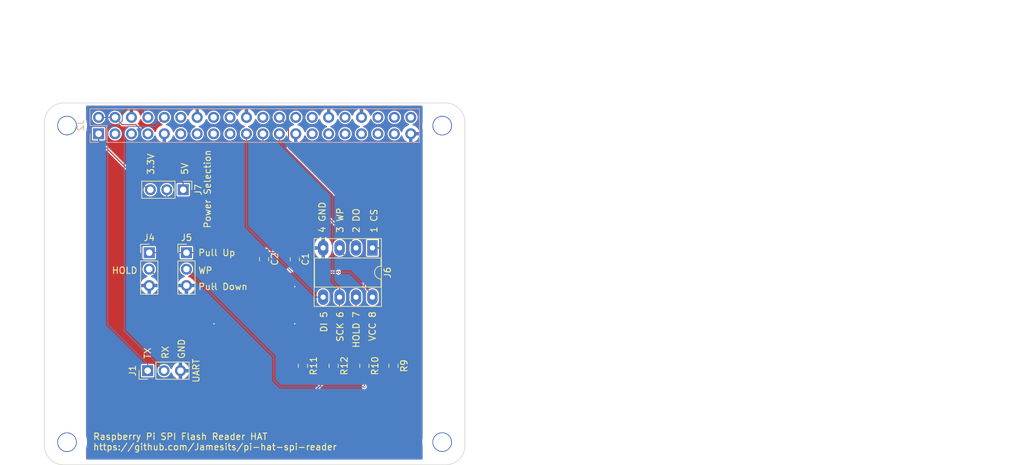
<source format=kicad_pcb>
(kicad_pcb (version 20171130) (host pcbnew "(5.1.2)-2")

  (general
    (thickness 1.6)
    (drawings 74)
    (tracks 88)
    (zones 0)
    (modules 16)
    (nets 16)
  )

  (page A4)
  (layers
    (0 F.Cu signal)
    (31 B.Cu signal)
    (32 B.Adhes user)
    (33 F.Adhes user)
    (34 B.Paste user)
    (35 F.Paste user)
    (36 B.SilkS user)
    (37 F.SilkS user)
    (38 B.Mask user)
    (39 F.Mask user)
    (40 Dwgs.User user)
    (41 Cmts.User user)
    (42 Eco1.User user)
    (43 Eco2.User user)
    (44 Edge.Cuts user)
    (45 Margin user)
    (46 B.CrtYd user)
    (47 F.CrtYd user)
    (48 B.Fab user)
    (49 F.Fab user)
  )

  (setup
    (last_trace_width 0.15)
    (user_trace_width 0.15)
    (user_trace_width 0.2)
    (user_trace_width 0.25)
    (user_trace_width 0.4)
    (user_trace_width 0.5)
    (user_trace_width 0.6)
    (user_trace_width 1)
    (user_trace_width 2)
    (trace_clearance 0.2)
    (zone_clearance 0.2)
    (zone_45_only yes)
    (trace_min 0.15)
    (via_size 0.4)
    (via_drill 0.2)
    (via_min_size 0.4)
    (via_min_drill 0.2)
    (uvia_size 0.3)
    (uvia_drill 0.1)
    (uvias_allowed no)
    (uvia_min_size 0.2)
    (uvia_min_drill 0.1)
    (edge_width 0.15)
    (segment_width 0.15)
    (pcb_text_width 0.3)
    (pcb_text_size 1.5 1.5)
    (mod_edge_width 0.15)
    (mod_text_size 0.6 0.6)
    (mod_text_width 0.09)
    (pad_size 1.524 1.524)
    (pad_drill 0.762)
    (pad_to_mask_clearance 0.1)
    (aux_axis_origin 0 0)
    (visible_elements 7FFFFE3F)
    (pcbplotparams
      (layerselection 0x010f8_ffffffff)
      (usegerberextensions false)
      (usegerberattributes false)
      (usegerberadvancedattributes false)
      (creategerberjobfile false)
      (excludeedgelayer false)
      (linewidth 0.100000)
      (plotframeref false)
      (viasonmask false)
      (mode 1)
      (useauxorigin false)
      (hpglpennumber 1)
      (hpglpenspeed 20)
      (hpglpendiameter 15.000000)
      (psnegative false)
      (psa4output false)
      (plotreference true)
      (plotvalue false)
      (plotinvisibletext false)
      (padsonsilk true)
      (subtractmaskfromsilk false)
      (outputformat 1)
      (mirror false)
      (drillshape 0)
      (scaleselection 1)
      (outputdirectory "prod"))
  )

  (net 0 "")
  (net 1 GND)
  (net 2 +3V3)
  (net 3 +5V)
  (net 4 SPI_PWR)
  (net 5 DI)
  (net 6 DO)
  (net 7 SCK)
  (net 8 CS)
  (net 9 HOLD)
  (net 10 WP)
  (net 11 "Net-(J6-Pad7)")
  (net 12 "Net-(J6-Pad3)")
  (net 13 "Net-(J6-Pad1)")
  (net 14 Serial_RX)
  (net 15 Serial_TX)

  (net_class Default "This is the default net class."
    (clearance 0.2)
    (trace_width 0.15)
    (via_dia 0.4)
    (via_drill 0.2)
    (uvia_dia 0.3)
    (uvia_drill 0.1)
    (add_net +3V3)
    (add_net +5V)
    (add_net CS)
    (add_net DI)
    (add_net DO)
    (add_net GND)
    (add_net HOLD)
    (add_net "Net-(J6-Pad1)")
    (add_net "Net-(J6-Pad3)")
    (add_net "Net-(J6-Pad7)")
    (add_net SCK)
    (add_net SPI_PWR)
    (add_net Serial_RX)
    (add_net Serial_TX)
    (add_net WP)
  )

  (module Connector_PinHeader_2.54mm:PinHeader_1x03_P2.54mm_Vertical (layer F.Cu) (tedit 59FED5CC) (tstamp 5EB46A80)
    (at 94.5 102.25 90)
    (descr "Through hole straight pin header, 1x03, 2.54mm pitch, single row")
    (tags "Through hole pin header THT 1x03 2.54mm single row")
    (path /5EC39AB4)
    (fp_text reference J1 (at 0 -2.33 90) (layer F.SilkS)
      (effects (font (size 1 1) (thickness 0.15)))
    )
    (fp_text value Conn_01x03_Male (at 0 7.41 90) (layer F.Fab)
      (effects (font (size 1 1) (thickness 0.15)))
    )
    (fp_text user %R (at 0 2.54) (layer F.Fab)
      (effects (font (size 1 1) (thickness 0.15)))
    )
    (fp_line (start 1.8 -1.8) (end -1.8 -1.8) (layer F.CrtYd) (width 0.05))
    (fp_line (start 1.8 6.85) (end 1.8 -1.8) (layer F.CrtYd) (width 0.05))
    (fp_line (start -1.8 6.85) (end 1.8 6.85) (layer F.CrtYd) (width 0.05))
    (fp_line (start -1.8 -1.8) (end -1.8 6.85) (layer F.CrtYd) (width 0.05))
    (fp_line (start -1.33 -1.33) (end 0 -1.33) (layer F.SilkS) (width 0.12))
    (fp_line (start -1.33 0) (end -1.33 -1.33) (layer F.SilkS) (width 0.12))
    (fp_line (start -1.33 1.27) (end 1.33 1.27) (layer F.SilkS) (width 0.12))
    (fp_line (start 1.33 1.27) (end 1.33 6.41) (layer F.SilkS) (width 0.12))
    (fp_line (start -1.33 1.27) (end -1.33 6.41) (layer F.SilkS) (width 0.12))
    (fp_line (start -1.33 6.41) (end 1.33 6.41) (layer F.SilkS) (width 0.12))
    (fp_line (start -1.27 -0.635) (end -0.635 -1.27) (layer F.Fab) (width 0.1))
    (fp_line (start -1.27 6.35) (end -1.27 -0.635) (layer F.Fab) (width 0.1))
    (fp_line (start 1.27 6.35) (end -1.27 6.35) (layer F.Fab) (width 0.1))
    (fp_line (start 1.27 -1.27) (end 1.27 6.35) (layer F.Fab) (width 0.1))
    (fp_line (start -0.635 -1.27) (end 1.27 -1.27) (layer F.Fab) (width 0.1))
    (pad 3 thru_hole oval (at 0 5.08 90) (size 1.7 1.7) (drill 1) (layers *.Cu *.Mask)
      (net 1 GND))
    (pad 2 thru_hole oval (at 0 2.54 90) (size 1.7 1.7) (drill 1) (layers *.Cu *.Mask)
      (net 14 Serial_RX))
    (pad 1 thru_hole rect (at 0 0 90) (size 1.7 1.7) (drill 1) (layers *.Cu *.Mask)
      (net 15 Serial_TX))
    (model ${KISYS3DMOD}/Connector_PinHeader_2.54mm.3dshapes/PinHeader_1x03_P2.54mm_Vertical.wrl
      (at (xyz 0 0 0))
      (scale (xyz 1 1 1))
      (rotate (xyz 0 0 0))
    )
  )

  (module Resistor_SMD:R_0805_2012Metric_Pad1.15x1.40mm_HandSolder (layer F.Cu) (tedit 5B36C52B) (tstamp 5EB43662)
    (at 123.25 101.5 270)
    (descr "Resistor SMD 0805 (2012 Metric), square (rectangular) end terminal, IPC_7351 nominal with elongated pad for handsoldering. (Body size source: https://docs.google.com/spreadsheets/d/1BsfQQcO9C6DZCsRaXUlFlo91Tg2WpOkGARC1WS5S8t0/edit?usp=sharing), generated with kicad-footprint-generator")
    (tags "resistor handsolder")
    (path /5EB8E610)
    (attr smd)
    (fp_text reference R12 (at 0 -1.65 90) (layer F.SilkS)
      (effects (font (size 1 1) (thickness 0.15)))
    )
    (fp_text value 10K (at 0 1.65 90) (layer F.Fab)
      (effects (font (size 1 1) (thickness 0.15)))
    )
    (fp_text user %R (at 0 0 90) (layer F.Fab)
      (effects (font (size 0.5 0.5) (thickness 0.08)))
    )
    (fp_line (start 1.85 0.95) (end -1.85 0.95) (layer F.CrtYd) (width 0.05))
    (fp_line (start 1.85 -0.95) (end 1.85 0.95) (layer F.CrtYd) (width 0.05))
    (fp_line (start -1.85 -0.95) (end 1.85 -0.95) (layer F.CrtYd) (width 0.05))
    (fp_line (start -1.85 0.95) (end -1.85 -0.95) (layer F.CrtYd) (width 0.05))
    (fp_line (start -0.261252 0.71) (end 0.261252 0.71) (layer F.SilkS) (width 0.12))
    (fp_line (start -0.261252 -0.71) (end 0.261252 -0.71) (layer F.SilkS) (width 0.12))
    (fp_line (start 1 0.6) (end -1 0.6) (layer F.Fab) (width 0.1))
    (fp_line (start 1 -0.6) (end 1 0.6) (layer F.Fab) (width 0.1))
    (fp_line (start -1 -0.6) (end 1 -0.6) (layer F.Fab) (width 0.1))
    (fp_line (start -1 0.6) (end -1 -0.6) (layer F.Fab) (width 0.1))
    (pad 2 smd roundrect (at 1.025 0 270) (size 1.15 1.4) (layers F.Cu F.Paste F.Mask) (roundrect_rratio 0.217391)
      (net 9 HOLD))
    (pad 1 smd roundrect (at -1.025 0 270) (size 1.15 1.4) (layers F.Cu F.Paste F.Mask) (roundrect_rratio 0.217391)
      (net 11 "Net-(J6-Pad7)"))
    (model ${KISYS3DMOD}/Resistor_SMD.3dshapes/R_0805_2012Metric.wrl
      (at (xyz 0 0 0))
      (scale (xyz 1 1 1))
      (rotate (xyz 0 0 0))
    )
  )

  (module Resistor_SMD:R_0805_2012Metric_Pad1.15x1.40mm_HandSolder (layer F.Cu) (tedit 5B36C52B) (tstamp 5EB43651)
    (at 118.5 101.5 270)
    (descr "Resistor SMD 0805 (2012 Metric), square (rectangular) end terminal, IPC_7351 nominal with elongated pad for handsoldering. (Body size source: https://docs.google.com/spreadsheets/d/1BsfQQcO9C6DZCsRaXUlFlo91Tg2WpOkGARC1WS5S8t0/edit?usp=sharing), generated with kicad-footprint-generator")
    (tags "resistor handsolder")
    (path /5EB7E693)
    (attr smd)
    (fp_text reference R11 (at 0 -1.65 90) (layer F.SilkS)
      (effects (font (size 1 1) (thickness 0.15)))
    )
    (fp_text value 100K (at 0 1.65 90) (layer F.Fab)
      (effects (font (size 1 1) (thickness 0.15)))
    )
    (fp_text user %R (at 0 0 90) (layer F.Fab)
      (effects (font (size 0.5 0.5) (thickness 0.08)))
    )
    (fp_line (start 1.85 0.95) (end -1.85 0.95) (layer F.CrtYd) (width 0.05))
    (fp_line (start 1.85 -0.95) (end 1.85 0.95) (layer F.CrtYd) (width 0.05))
    (fp_line (start -1.85 -0.95) (end 1.85 -0.95) (layer F.CrtYd) (width 0.05))
    (fp_line (start -1.85 0.95) (end -1.85 -0.95) (layer F.CrtYd) (width 0.05))
    (fp_line (start -0.261252 0.71) (end 0.261252 0.71) (layer F.SilkS) (width 0.12))
    (fp_line (start -0.261252 -0.71) (end 0.261252 -0.71) (layer F.SilkS) (width 0.12))
    (fp_line (start 1 0.6) (end -1 0.6) (layer F.Fab) (width 0.1))
    (fp_line (start 1 -0.6) (end 1 0.6) (layer F.Fab) (width 0.1))
    (fp_line (start -1 -0.6) (end 1 -0.6) (layer F.Fab) (width 0.1))
    (fp_line (start -1 0.6) (end -1 -0.6) (layer F.Fab) (width 0.1))
    (pad 2 smd roundrect (at 1.025 0 270) (size 1.15 1.4) (layers F.Cu F.Paste F.Mask) (roundrect_rratio 0.217391)
      (net 1 GND))
    (pad 1 smd roundrect (at -1.025 0 270) (size 1.15 1.4) (layers F.Cu F.Paste F.Mask) (roundrect_rratio 0.217391)
      (net 7 SCK))
    (model ${KISYS3DMOD}/Resistor_SMD.3dshapes/R_0805_2012Metric.wrl
      (at (xyz 0 0 0))
      (scale (xyz 1 1 1))
      (rotate (xyz 0 0 0))
    )
  )

  (module Resistor_SMD:R_0805_2012Metric_Pad1.15x1.40mm_HandSolder (layer F.Cu) (tedit 5B36C52B) (tstamp 5EB43640)
    (at 128 101.5 270)
    (descr "Resistor SMD 0805 (2012 Metric), square (rectangular) end terminal, IPC_7351 nominal with elongated pad for handsoldering. (Body size source: https://docs.google.com/spreadsheets/d/1BsfQQcO9C6DZCsRaXUlFlo91Tg2WpOkGARC1WS5S8t0/edit?usp=sharing), generated with kicad-footprint-generator")
    (tags "resistor handsolder")
    (path /5EB8DF53)
    (attr smd)
    (fp_text reference R10 (at 0 -1.65 90) (layer F.SilkS)
      (effects (font (size 1 1) (thickness 0.15)))
    )
    (fp_text value 10k (at 0 1.65 90) (layer F.Fab)
      (effects (font (size 1 1) (thickness 0.15)))
    )
    (fp_text user %R (at 0 0 90) (layer F.Fab)
      (effects (font (size 0.5 0.5) (thickness 0.08)))
    )
    (fp_line (start 1.85 0.95) (end -1.85 0.95) (layer F.CrtYd) (width 0.05))
    (fp_line (start 1.85 -0.95) (end 1.85 0.95) (layer F.CrtYd) (width 0.05))
    (fp_line (start -1.85 -0.95) (end 1.85 -0.95) (layer F.CrtYd) (width 0.05))
    (fp_line (start -1.85 0.95) (end -1.85 -0.95) (layer F.CrtYd) (width 0.05))
    (fp_line (start -0.261252 0.71) (end 0.261252 0.71) (layer F.SilkS) (width 0.12))
    (fp_line (start -0.261252 -0.71) (end 0.261252 -0.71) (layer F.SilkS) (width 0.12))
    (fp_line (start 1 0.6) (end -1 0.6) (layer F.Fab) (width 0.1))
    (fp_line (start 1 -0.6) (end 1 0.6) (layer F.Fab) (width 0.1))
    (fp_line (start -1 -0.6) (end 1 -0.6) (layer F.Fab) (width 0.1))
    (fp_line (start -1 0.6) (end -1 -0.6) (layer F.Fab) (width 0.1))
    (pad 2 smd roundrect (at 1.025 0 270) (size 1.15 1.4) (layers F.Cu F.Paste F.Mask) (roundrect_rratio 0.217391)
      (net 10 WP))
    (pad 1 smd roundrect (at -1.025 0 270) (size 1.15 1.4) (layers F.Cu F.Paste F.Mask) (roundrect_rratio 0.217391)
      (net 12 "Net-(J6-Pad3)"))
    (model ${KISYS3DMOD}/Resistor_SMD.3dshapes/R_0805_2012Metric.wrl
      (at (xyz 0 0 0))
      (scale (xyz 1 1 1))
      (rotate (xyz 0 0 0))
    )
  )

  (module Resistor_SMD:R_0805_2012Metric_Pad1.15x1.40mm_HandSolder (layer F.Cu) (tedit 5B36C52B) (tstamp 5EB4362F)
    (at 132.5 101.5 270)
    (descr "Resistor SMD 0805 (2012 Metric), square (rectangular) end terminal, IPC_7351 nominal with elongated pad for handsoldering. (Body size source: https://docs.google.com/spreadsheets/d/1BsfQQcO9C6DZCsRaXUlFlo91Tg2WpOkGARC1WS5S8t0/edit?usp=sharing), generated with kicad-footprint-generator")
    (tags "resistor handsolder")
    (path /5EBED87A)
    (attr smd)
    (fp_text reference R9 (at 0 -1.65 90) (layer F.SilkS)
      (effects (font (size 1 1) (thickness 0.15)))
    )
    (fp_text value 10K (at 0 1.65 90) (layer F.Fab)
      (effects (font (size 1 1) (thickness 0.15)))
    )
    (fp_text user %R (at 0 0 90) (layer F.Fab)
      (effects (font (size 0.5 0.5) (thickness 0.08)))
    )
    (fp_line (start 1.85 0.95) (end -1.85 0.95) (layer F.CrtYd) (width 0.05))
    (fp_line (start 1.85 -0.95) (end 1.85 0.95) (layer F.CrtYd) (width 0.05))
    (fp_line (start -1.85 -0.95) (end 1.85 -0.95) (layer F.CrtYd) (width 0.05))
    (fp_line (start -1.85 0.95) (end -1.85 -0.95) (layer F.CrtYd) (width 0.05))
    (fp_line (start -0.261252 0.71) (end 0.261252 0.71) (layer F.SilkS) (width 0.12))
    (fp_line (start -0.261252 -0.71) (end 0.261252 -0.71) (layer F.SilkS) (width 0.12))
    (fp_line (start 1 0.6) (end -1 0.6) (layer F.Fab) (width 0.1))
    (fp_line (start 1 -0.6) (end 1 0.6) (layer F.Fab) (width 0.1))
    (fp_line (start -1 -0.6) (end 1 -0.6) (layer F.Fab) (width 0.1))
    (fp_line (start -1 0.6) (end -1 -0.6) (layer F.Fab) (width 0.1))
    (pad 2 smd roundrect (at 1.025 0 270) (size 1.15 1.4) (layers F.Cu F.Paste F.Mask) (roundrect_rratio 0.217391)
      (net 8 CS))
    (pad 1 smd roundrect (at -1.025 0 270) (size 1.15 1.4) (layers F.Cu F.Paste F.Mask) (roundrect_rratio 0.217391)
      (net 13 "Net-(J6-Pad1)"))
    (model ${KISYS3DMOD}/Resistor_SMD.3dshapes/R_0805_2012Metric.wrl
      (at (xyz 0 0 0))
      (scale (xyz 1 1 1))
      (rotate (xyz 0 0 0))
    )
  )

  (module Connector_PinHeader_2.54mm:PinHeader_1x03_P2.54mm_Vertical (layer F.Cu) (tedit 59FED5CC) (tstamp 5EB434CC)
    (at 100 74.25 270)
    (descr "Through hole straight pin header, 1x03, 2.54mm pitch, single row")
    (tags "Through hole pin header THT 1x03 2.54mm single row")
    (path /5EB4BE5F)
    (fp_text reference J7 (at 0 -2.33 90) (layer F.SilkS)
      (effects (font (size 1 1) (thickness 0.15)))
    )
    (fp_text value Conn_01x03_Male (at 0 7.41 90) (layer F.Fab)
      (effects (font (size 1 1) (thickness 0.15)))
    )
    (fp_text user %R (at 0 2.54) (layer F.Fab)
      (effects (font (size 1 1) (thickness 0.15)))
    )
    (fp_line (start 1.8 -1.8) (end -1.8 -1.8) (layer F.CrtYd) (width 0.05))
    (fp_line (start 1.8 6.85) (end 1.8 -1.8) (layer F.CrtYd) (width 0.05))
    (fp_line (start -1.8 6.85) (end 1.8 6.85) (layer F.CrtYd) (width 0.05))
    (fp_line (start -1.8 -1.8) (end -1.8 6.85) (layer F.CrtYd) (width 0.05))
    (fp_line (start -1.33 -1.33) (end 0 -1.33) (layer F.SilkS) (width 0.12))
    (fp_line (start -1.33 0) (end -1.33 -1.33) (layer F.SilkS) (width 0.12))
    (fp_line (start -1.33 1.27) (end 1.33 1.27) (layer F.SilkS) (width 0.12))
    (fp_line (start 1.33 1.27) (end 1.33 6.41) (layer F.SilkS) (width 0.12))
    (fp_line (start -1.33 1.27) (end -1.33 6.41) (layer F.SilkS) (width 0.12))
    (fp_line (start -1.33 6.41) (end 1.33 6.41) (layer F.SilkS) (width 0.12))
    (fp_line (start -1.27 -0.635) (end -0.635 -1.27) (layer F.Fab) (width 0.1))
    (fp_line (start -1.27 6.35) (end -1.27 -0.635) (layer F.Fab) (width 0.1))
    (fp_line (start 1.27 6.35) (end -1.27 6.35) (layer F.Fab) (width 0.1))
    (fp_line (start 1.27 -1.27) (end 1.27 6.35) (layer F.Fab) (width 0.1))
    (fp_line (start -0.635 -1.27) (end 1.27 -1.27) (layer F.Fab) (width 0.1))
    (pad 3 thru_hole oval (at 0 5.08 270) (size 1.7 1.7) (drill 1) (layers *.Cu *.Mask)
      (net 2 +3V3))
    (pad 2 thru_hole oval (at 0 2.54 270) (size 1.7 1.7) (drill 1) (layers *.Cu *.Mask)
      (net 4 SPI_PWR))
    (pad 1 thru_hole rect (at 0 0 270) (size 1.7 1.7) (drill 1) (layers *.Cu *.Mask)
      (net 3 +5V))
    (model ${KISYS3DMOD}/Connector_PinHeader_2.54mm.3dshapes/PinHeader_1x03_P2.54mm_Vertical.wrl
      (at (xyz 0 0 0))
      (scale (xyz 1 1 1))
      (rotate (xyz 0 0 0))
    )
  )

  (module Package_DIP:DIP-8_W7.62mm_Socket_LongPads (layer F.Cu) (tedit 5A02E8C5) (tstamp 5EB434B5)
    (at 129.25 83.25 270)
    (descr "8-lead though-hole mounted DIP package, row spacing 7.62 mm (300 mils), Socket, LongPads")
    (tags "THT DIP DIL PDIP 2.54mm 7.62mm 300mil Socket LongPads")
    (path /5EB46A06)
    (fp_text reference J6 (at 3.81 -2.33 90) (layer F.SilkS)
      (effects (font (size 1 1) (thickness 0.15)))
    )
    (fp_text value Conn_02x04_Counter_Clockwise (at 3.81 9.95 90) (layer F.Fab)
      (effects (font (size 1 1) (thickness 0.15)))
    )
    (fp_text user %R (at 3.81 3.81 90) (layer F.Fab)
      (effects (font (size 1 1) (thickness 0.15)))
    )
    (fp_line (start 9.15 -1.6) (end -1.55 -1.6) (layer F.CrtYd) (width 0.05))
    (fp_line (start 9.15 9.2) (end 9.15 -1.6) (layer F.CrtYd) (width 0.05))
    (fp_line (start -1.55 9.2) (end 9.15 9.2) (layer F.CrtYd) (width 0.05))
    (fp_line (start -1.55 -1.6) (end -1.55 9.2) (layer F.CrtYd) (width 0.05))
    (fp_line (start 9.06 -1.39) (end -1.44 -1.39) (layer F.SilkS) (width 0.12))
    (fp_line (start 9.06 9.01) (end 9.06 -1.39) (layer F.SilkS) (width 0.12))
    (fp_line (start -1.44 9.01) (end 9.06 9.01) (layer F.SilkS) (width 0.12))
    (fp_line (start -1.44 -1.39) (end -1.44 9.01) (layer F.SilkS) (width 0.12))
    (fp_line (start 6.06 -1.33) (end 4.81 -1.33) (layer F.SilkS) (width 0.12))
    (fp_line (start 6.06 8.95) (end 6.06 -1.33) (layer F.SilkS) (width 0.12))
    (fp_line (start 1.56 8.95) (end 6.06 8.95) (layer F.SilkS) (width 0.12))
    (fp_line (start 1.56 -1.33) (end 1.56 8.95) (layer F.SilkS) (width 0.12))
    (fp_line (start 2.81 -1.33) (end 1.56 -1.33) (layer F.SilkS) (width 0.12))
    (fp_line (start 8.89 -1.33) (end -1.27 -1.33) (layer F.Fab) (width 0.1))
    (fp_line (start 8.89 8.95) (end 8.89 -1.33) (layer F.Fab) (width 0.1))
    (fp_line (start -1.27 8.95) (end 8.89 8.95) (layer F.Fab) (width 0.1))
    (fp_line (start -1.27 -1.33) (end -1.27 8.95) (layer F.Fab) (width 0.1))
    (fp_line (start 0.635 -0.27) (end 1.635 -1.27) (layer F.Fab) (width 0.1))
    (fp_line (start 0.635 8.89) (end 0.635 -0.27) (layer F.Fab) (width 0.1))
    (fp_line (start 6.985 8.89) (end 0.635 8.89) (layer F.Fab) (width 0.1))
    (fp_line (start 6.985 -1.27) (end 6.985 8.89) (layer F.Fab) (width 0.1))
    (fp_line (start 1.635 -1.27) (end 6.985 -1.27) (layer F.Fab) (width 0.1))
    (fp_arc (start 3.81 -1.33) (end 2.81 -1.33) (angle -180) (layer F.SilkS) (width 0.12))
    (pad 8 thru_hole oval (at 7.62 0 270) (size 2.4 1.6) (drill 0.8) (layers *.Cu *.Mask)
      (net 4 SPI_PWR))
    (pad 4 thru_hole oval (at 0 7.62 270) (size 2.4 1.6) (drill 0.8) (layers *.Cu *.Mask)
      (net 1 GND))
    (pad 7 thru_hole oval (at 7.62 2.54 270) (size 2.4 1.6) (drill 0.8) (layers *.Cu *.Mask)
      (net 11 "Net-(J6-Pad7)"))
    (pad 3 thru_hole oval (at 0 5.08 270) (size 2.4 1.6) (drill 0.8) (layers *.Cu *.Mask)
      (net 12 "Net-(J6-Pad3)"))
    (pad 6 thru_hole oval (at 7.62 5.08 270) (size 2.4 1.6) (drill 0.8) (layers *.Cu *.Mask)
      (net 7 SCK))
    (pad 2 thru_hole oval (at 0 2.54 270) (size 2.4 1.6) (drill 0.8) (layers *.Cu *.Mask)
      (net 6 DO))
    (pad 5 thru_hole oval (at 7.62 7.62 270) (size 2.4 1.6) (drill 0.8) (layers *.Cu *.Mask)
      (net 5 DI))
    (pad 1 thru_hole rect (at 0 0 270) (size 2.4 1.6) (drill 0.8) (layers *.Cu *.Mask)
      (net 13 "Net-(J6-Pad1)"))
    (model ${KISYS3DMOD}/Package_DIP.3dshapes/DIP-8_W7.62mm_Socket.wrl
      (at (xyz 0 0 0))
      (scale (xyz 1 1 1))
      (rotate (xyz 0 0 0))
    )
  )

  (module Connector_PinHeader_2.54mm:PinHeader_1x03_P2.54mm_Vertical (layer F.Cu) (tedit 59FED5CC) (tstamp 5EB43491)
    (at 100.5 84)
    (descr "Through hole straight pin header, 1x03, 2.54mm pitch, single row")
    (tags "Through hole pin header THT 1x03 2.54mm single row")
    (path /5EB4BAAD)
    (fp_text reference J5 (at 0 -2.33) (layer F.SilkS)
      (effects (font (size 1 1) (thickness 0.15)))
    )
    (fp_text value Conn_01x03_Male (at 0 7.41) (layer F.Fab)
      (effects (font (size 1 1) (thickness 0.15)))
    )
    (fp_text user %R (at 0 2.54 90) (layer F.Fab)
      (effects (font (size 1 1) (thickness 0.15)))
    )
    (fp_line (start 1.8 -1.8) (end -1.8 -1.8) (layer F.CrtYd) (width 0.05))
    (fp_line (start 1.8 6.85) (end 1.8 -1.8) (layer F.CrtYd) (width 0.05))
    (fp_line (start -1.8 6.85) (end 1.8 6.85) (layer F.CrtYd) (width 0.05))
    (fp_line (start -1.8 -1.8) (end -1.8 6.85) (layer F.CrtYd) (width 0.05))
    (fp_line (start -1.33 -1.33) (end 0 -1.33) (layer F.SilkS) (width 0.12))
    (fp_line (start -1.33 0) (end -1.33 -1.33) (layer F.SilkS) (width 0.12))
    (fp_line (start -1.33 1.27) (end 1.33 1.27) (layer F.SilkS) (width 0.12))
    (fp_line (start 1.33 1.27) (end 1.33 6.41) (layer F.SilkS) (width 0.12))
    (fp_line (start -1.33 1.27) (end -1.33 6.41) (layer F.SilkS) (width 0.12))
    (fp_line (start -1.33 6.41) (end 1.33 6.41) (layer F.SilkS) (width 0.12))
    (fp_line (start -1.27 -0.635) (end -0.635 -1.27) (layer F.Fab) (width 0.1))
    (fp_line (start -1.27 6.35) (end -1.27 -0.635) (layer F.Fab) (width 0.1))
    (fp_line (start 1.27 6.35) (end -1.27 6.35) (layer F.Fab) (width 0.1))
    (fp_line (start 1.27 -1.27) (end 1.27 6.35) (layer F.Fab) (width 0.1))
    (fp_line (start -0.635 -1.27) (end 1.27 -1.27) (layer F.Fab) (width 0.1))
    (pad 3 thru_hole oval (at 0 5.08) (size 1.7 1.7) (drill 1) (layers *.Cu *.Mask)
      (net 1 GND))
    (pad 2 thru_hole oval (at 0 2.54) (size 1.7 1.7) (drill 1) (layers *.Cu *.Mask)
      (net 10 WP))
    (pad 1 thru_hole rect (at 0 0) (size 1.7 1.7) (drill 1) (layers *.Cu *.Mask)
      (net 4 SPI_PWR))
    (model ${KISYS3DMOD}/Connector_PinHeader_2.54mm.3dshapes/PinHeader_1x03_P2.54mm_Vertical.wrl
      (at (xyz 0 0 0))
      (scale (xyz 1 1 1))
      (rotate (xyz 0 0 0))
    )
  )

  (module Connector_PinHeader_2.54mm:PinHeader_1x03_P2.54mm_Vertical (layer F.Cu) (tedit 59FED5CC) (tstamp 5EB4347A)
    (at 94.75 84)
    (descr "Through hole straight pin header, 1x03, 2.54mm pitch, single row")
    (tags "Through hole pin header THT 1x03 2.54mm single row")
    (path /5EB4ADB5)
    (fp_text reference J4 (at 0 -2.33) (layer F.SilkS)
      (effects (font (size 1 1) (thickness 0.15)))
    )
    (fp_text value Conn_01x03_Male (at 0 7.41) (layer F.Fab)
      (effects (font (size 1 1) (thickness 0.15)))
    )
    (fp_text user %R (at 0 2.54 90) (layer F.Fab)
      (effects (font (size 1 1) (thickness 0.15)))
    )
    (fp_line (start 1.8 -1.8) (end -1.8 -1.8) (layer F.CrtYd) (width 0.05))
    (fp_line (start 1.8 6.85) (end 1.8 -1.8) (layer F.CrtYd) (width 0.05))
    (fp_line (start -1.8 6.85) (end 1.8 6.85) (layer F.CrtYd) (width 0.05))
    (fp_line (start -1.8 -1.8) (end -1.8 6.85) (layer F.CrtYd) (width 0.05))
    (fp_line (start -1.33 -1.33) (end 0 -1.33) (layer F.SilkS) (width 0.12))
    (fp_line (start -1.33 0) (end -1.33 -1.33) (layer F.SilkS) (width 0.12))
    (fp_line (start -1.33 1.27) (end 1.33 1.27) (layer F.SilkS) (width 0.12))
    (fp_line (start 1.33 1.27) (end 1.33 6.41) (layer F.SilkS) (width 0.12))
    (fp_line (start -1.33 1.27) (end -1.33 6.41) (layer F.SilkS) (width 0.12))
    (fp_line (start -1.33 6.41) (end 1.33 6.41) (layer F.SilkS) (width 0.12))
    (fp_line (start -1.27 -0.635) (end -0.635 -1.27) (layer F.Fab) (width 0.1))
    (fp_line (start -1.27 6.35) (end -1.27 -0.635) (layer F.Fab) (width 0.1))
    (fp_line (start 1.27 6.35) (end -1.27 6.35) (layer F.Fab) (width 0.1))
    (fp_line (start 1.27 -1.27) (end 1.27 6.35) (layer F.Fab) (width 0.1))
    (fp_line (start -0.635 -1.27) (end 1.27 -1.27) (layer F.Fab) (width 0.1))
    (pad 3 thru_hole oval (at 0 5.08) (size 1.7 1.7) (drill 1) (layers *.Cu *.Mask)
      (net 1 GND))
    (pad 2 thru_hole oval (at 0 2.54) (size 1.7 1.7) (drill 1) (layers *.Cu *.Mask)
      (net 9 HOLD))
    (pad 1 thru_hole rect (at 0 0) (size 1.7 1.7) (drill 1) (layers *.Cu *.Mask)
      (net 4 SPI_PWR))
    (model ${KISYS3DMOD}/Connector_PinHeader_2.54mm.3dshapes/PinHeader_1x03_P2.54mm_Vertical.wrl
      (at (xyz 0 0 0))
      (scale (xyz 1 1 1))
      (rotate (xyz 0 0 0))
    )
  )

  (module Capacitor_SMD:C_0805_2012Metric_Pad1.15x1.40mm_HandSolder (layer F.Cu) (tedit 5B36C52B) (tstamp 5EB4336D)
    (at 112.5 85 270)
    (descr "Capacitor SMD 0805 (2012 Metric), square (rectangular) end terminal, IPC_7351 nominal with elongated pad for handsoldering. (Body size source: https://docs.google.com/spreadsheets/d/1BsfQQcO9C6DZCsRaXUlFlo91Tg2WpOkGARC1WS5S8t0/edit?usp=sharing), generated with kicad-footprint-generator")
    (tags "capacitor handsolder")
    (path /5EBC764E)
    (attr smd)
    (fp_text reference C2 (at 0 -1.65 90) (layer F.SilkS)
      (effects (font (size 1 1) (thickness 0.15)))
    )
    (fp_text value 4.7uF (at 0 1.65 90) (layer F.Fab)
      (effects (font (size 1 1) (thickness 0.15)))
    )
    (fp_text user %R (at 0 0 90) (layer F.Fab)
      (effects (font (size 0.5 0.5) (thickness 0.08)))
    )
    (fp_line (start 1.85 0.95) (end -1.85 0.95) (layer F.CrtYd) (width 0.05))
    (fp_line (start 1.85 -0.95) (end 1.85 0.95) (layer F.CrtYd) (width 0.05))
    (fp_line (start -1.85 -0.95) (end 1.85 -0.95) (layer F.CrtYd) (width 0.05))
    (fp_line (start -1.85 0.95) (end -1.85 -0.95) (layer F.CrtYd) (width 0.05))
    (fp_line (start -0.261252 0.71) (end 0.261252 0.71) (layer F.SilkS) (width 0.12))
    (fp_line (start -0.261252 -0.71) (end 0.261252 -0.71) (layer F.SilkS) (width 0.12))
    (fp_line (start 1 0.6) (end -1 0.6) (layer F.Fab) (width 0.1))
    (fp_line (start 1 -0.6) (end 1 0.6) (layer F.Fab) (width 0.1))
    (fp_line (start -1 -0.6) (end 1 -0.6) (layer F.Fab) (width 0.1))
    (fp_line (start -1 0.6) (end -1 -0.6) (layer F.Fab) (width 0.1))
    (pad 2 smd roundrect (at 1.025 0 270) (size 1.15 1.4) (layers F.Cu F.Paste F.Mask) (roundrect_rratio 0.217391)
      (net 1 GND))
    (pad 1 smd roundrect (at -1.025 0 270) (size 1.15 1.4) (layers F.Cu F.Paste F.Mask) (roundrect_rratio 0.217391)
      (net 4 SPI_PWR))
    (model ${KISYS3DMOD}/Capacitor_SMD.3dshapes/C_0805_2012Metric.wrl
      (at (xyz 0 0 0))
      (scale (xyz 1 1 1))
      (rotate (xyz 0 0 0))
    )
  )

  (module Capacitor_SMD:C_0805_2012Metric_Pad1.15x1.40mm_HandSolder (layer F.Cu) (tedit 5B36C52B) (tstamp 5EB4335C)
    (at 117.25 85 270)
    (descr "Capacitor SMD 0805 (2012 Metric), square (rectangular) end terminal, IPC_7351 nominal with elongated pad for handsoldering. (Body size source: https://docs.google.com/spreadsheets/d/1BsfQQcO9C6DZCsRaXUlFlo91Tg2WpOkGARC1WS5S8t0/edit?usp=sharing), generated with kicad-footprint-generator")
    (tags "capacitor handsolder")
    (path /5EB63D43)
    (attr smd)
    (fp_text reference C1 (at 0 -1.65 90) (layer F.SilkS)
      (effects (font (size 1 1) (thickness 0.15)))
    )
    (fp_text value 4.7uF (at 0 1.65 90) (layer F.Fab)
      (effects (font (size 1 1) (thickness 0.15)))
    )
    (fp_text user %R (at 0 0 90) (layer F.Fab)
      (effects (font (size 0.5 0.5) (thickness 0.08)))
    )
    (fp_line (start 1.85 0.95) (end -1.85 0.95) (layer F.CrtYd) (width 0.05))
    (fp_line (start 1.85 -0.95) (end 1.85 0.95) (layer F.CrtYd) (width 0.05))
    (fp_line (start -1.85 -0.95) (end 1.85 -0.95) (layer F.CrtYd) (width 0.05))
    (fp_line (start -1.85 0.95) (end -1.85 -0.95) (layer F.CrtYd) (width 0.05))
    (fp_line (start -0.261252 0.71) (end 0.261252 0.71) (layer F.SilkS) (width 0.12))
    (fp_line (start -0.261252 -0.71) (end 0.261252 -0.71) (layer F.SilkS) (width 0.12))
    (fp_line (start 1 0.6) (end -1 0.6) (layer F.Fab) (width 0.1))
    (fp_line (start 1 -0.6) (end 1 0.6) (layer F.Fab) (width 0.1))
    (fp_line (start -1 -0.6) (end 1 -0.6) (layer F.Fab) (width 0.1))
    (fp_line (start -1 0.6) (end -1 -0.6) (layer F.Fab) (width 0.1))
    (pad 2 smd roundrect (at 1.025 0 270) (size 1.15 1.4) (layers F.Cu F.Paste F.Mask) (roundrect_rratio 0.217391)
      (net 1 GND))
    (pad 1 smd roundrect (at -1.025 0 270) (size 1.15 1.4) (layers F.Cu F.Paste F.Mask) (roundrect_rratio 0.217391)
      (net 4 SPI_PWR))
    (model ${KISYS3DMOD}/Capacitor_SMD.3dshapes/C_0805_2012Metric.wrl
      (at (xyz 0 0 0))
      (scale (xyz 1 1 1))
      (rotate (xyz 0 0 0))
    )
  )

  (module Connector_PinSocket_2.54mm:PinSocket_2x20_P2.54mm_Vertical locked (layer B.Cu) (tedit 5A19A433) (tstamp 5A78A50E)
    (at 86.92 65.59 270)
    (descr "Through hole straight socket strip, 2x20, 2.54mm pitch, double cols (from Kicad 4.0.7), script generated")
    (tags "Through hole socket strip THT 2x20 2.54mm double row")
    (path /58DFC771)
    (fp_text reference J2 (at -1.27 2.77 270) (layer B.SilkS)
      (effects (font (size 1 1) (thickness 0.15)) (justify mirror))
    )
    (fp_text value 40HAT (at -1.27 -51.03 270) (layer B.Fab)
      (effects (font (size 0.6 0.6) (thickness 0.09)) (justify mirror))
    )
    (fp_line (start -3.81 1.27) (end 0.27 1.27) (layer B.Fab) (width 0.1))
    (fp_line (start 0.27 1.27) (end 1.27 0.27) (layer B.Fab) (width 0.1))
    (fp_line (start 1.27 0.27) (end 1.27 -49.53) (layer B.Fab) (width 0.1))
    (fp_line (start 1.27 -49.53) (end -3.81 -49.53) (layer B.Fab) (width 0.1))
    (fp_line (start -3.81 -49.53) (end -3.81 1.27) (layer B.Fab) (width 0.1))
    (fp_line (start -3.87 1.33) (end -1.27 1.33) (layer B.SilkS) (width 0.12))
    (fp_line (start -3.87 1.33) (end -3.87 -49.59) (layer B.SilkS) (width 0.12))
    (fp_line (start -3.87 -49.59) (end 1.33 -49.59) (layer B.SilkS) (width 0.12))
    (fp_line (start 1.33 -1.27) (end 1.33 -49.59) (layer B.SilkS) (width 0.12))
    (fp_line (start -1.27 -1.27) (end 1.33 -1.27) (layer B.SilkS) (width 0.12))
    (fp_line (start -1.27 1.33) (end -1.27 -1.27) (layer B.SilkS) (width 0.12))
    (fp_line (start 1.33 1.33) (end 1.33 0) (layer B.SilkS) (width 0.12))
    (fp_line (start 0 1.33) (end 1.33 1.33) (layer B.SilkS) (width 0.12))
    (fp_line (start -4.34 1.8) (end 1.76 1.8) (layer B.CrtYd) (width 0.05))
    (fp_line (start 1.76 1.8) (end 1.76 -50) (layer B.CrtYd) (width 0.05))
    (fp_line (start 1.76 -50) (end -4.34 -50) (layer B.CrtYd) (width 0.05))
    (fp_line (start -4.34 -50) (end -4.34 1.8) (layer B.CrtYd) (width 0.05))
    (fp_text user %R (at -1.27 -24.13 180) (layer B.Fab)
      (effects (font (size 1 1) (thickness 0.15)) (justify mirror))
    )
    (pad 1 thru_hole rect (at 0 0 270) (size 1.7 1.7) (drill 1) (layers *.Cu *.Mask)
      (net 2 +3V3))
    (pad 2 thru_hole oval (at -2.54 0 270) (size 1.7 1.7) (drill 1) (layers *.Cu *.Mask)
      (net 3 +5V))
    (pad 3 thru_hole oval (at 0 -2.54 270) (size 1.7 1.7) (drill 1) (layers *.Cu *.Mask))
    (pad 4 thru_hole oval (at -2.54 -2.54 270) (size 1.7 1.7) (drill 1) (layers *.Cu *.Mask)
      (net 3 +5V))
    (pad 5 thru_hole oval (at 0 -5.08 270) (size 1.7 1.7) (drill 1) (layers *.Cu *.Mask))
    (pad 6 thru_hole oval (at -2.54 -5.08 270) (size 1.7 1.7) (drill 1) (layers *.Cu *.Mask)
      (net 1 GND))
    (pad 7 thru_hole oval (at 0 -7.62 270) (size 1.7 1.7) (drill 1) (layers *.Cu *.Mask))
    (pad 8 thru_hole oval (at -2.54 -7.62 270) (size 1.7 1.7) (drill 1) (layers *.Cu *.Mask)
      (net 15 Serial_TX))
    (pad 9 thru_hole oval (at 0 -10.16 270) (size 1.7 1.7) (drill 1) (layers *.Cu *.Mask)
      (net 1 GND))
    (pad 10 thru_hole oval (at -2.54 -10.16 270) (size 1.7 1.7) (drill 1) (layers *.Cu *.Mask)
      (net 14 Serial_RX))
    (pad 11 thru_hole oval (at 0 -12.7 270) (size 1.7 1.7) (drill 1) (layers *.Cu *.Mask))
    (pad 12 thru_hole oval (at -2.54 -12.7 270) (size 1.7 1.7) (drill 1) (layers *.Cu *.Mask))
    (pad 13 thru_hole oval (at 0 -15.24 270) (size 1.7 1.7) (drill 1) (layers *.Cu *.Mask))
    (pad 14 thru_hole oval (at -2.54 -15.24 270) (size 1.7 1.7) (drill 1) (layers *.Cu *.Mask)
      (net 1 GND))
    (pad 15 thru_hole oval (at 0 -17.78 270) (size 1.7 1.7) (drill 1) (layers *.Cu *.Mask))
    (pad 16 thru_hole oval (at -2.54 -17.78 270) (size 1.7 1.7) (drill 1) (layers *.Cu *.Mask))
    (pad 17 thru_hole oval (at 0 -20.32 270) (size 1.7 1.7) (drill 1) (layers *.Cu *.Mask))
    (pad 18 thru_hole oval (at -2.54 -20.32 270) (size 1.7 1.7) (drill 1) (layers *.Cu *.Mask))
    (pad 19 thru_hole oval (at 0 -22.86 270) (size 1.7 1.7) (drill 1) (layers *.Cu *.Mask)
      (net 5 DI))
    (pad 20 thru_hole oval (at -2.54 -22.86 270) (size 1.7 1.7) (drill 1) (layers *.Cu *.Mask)
      (net 1 GND))
    (pad 21 thru_hole oval (at 0 -25.4 270) (size 1.7 1.7) (drill 1) (layers *.Cu *.Mask)
      (net 6 DO))
    (pad 22 thru_hole oval (at -2.54 -25.4 270) (size 1.7 1.7) (drill 1) (layers *.Cu *.Mask))
    (pad 23 thru_hole oval (at 0 -27.94 270) (size 1.7 1.7) (drill 1) (layers *.Cu *.Mask)
      (net 7 SCK))
    (pad 24 thru_hole oval (at -2.54 -27.94 270) (size 1.7 1.7) (drill 1) (layers *.Cu *.Mask)
      (net 8 CS))
    (pad 25 thru_hole oval (at 0 -30.48 270) (size 1.7 1.7) (drill 1) (layers *.Cu *.Mask)
      (net 1 GND))
    (pad 26 thru_hole oval (at -2.54 -30.48 270) (size 1.7 1.7) (drill 1) (layers *.Cu *.Mask))
    (pad 27 thru_hole oval (at 0 -33.02 270) (size 1.7 1.7) (drill 1) (layers *.Cu *.Mask))
    (pad 28 thru_hole oval (at -2.54 -33.02 270) (size 1.7 1.7) (drill 1) (layers *.Cu *.Mask))
    (pad 29 thru_hole oval (at 0 -35.56 270) (size 1.7 1.7) (drill 1) (layers *.Cu *.Mask))
    (pad 30 thru_hole oval (at -2.54 -35.56 270) (size 1.7 1.7) (drill 1) (layers *.Cu *.Mask)
      (net 1 GND))
    (pad 31 thru_hole oval (at 0 -38.1 270) (size 1.7 1.7) (drill 1) (layers *.Cu *.Mask))
    (pad 32 thru_hole oval (at -2.54 -38.1 270) (size 1.7 1.7) (drill 1) (layers *.Cu *.Mask))
    (pad 33 thru_hole oval (at 0 -40.64 270) (size 1.7 1.7) (drill 1) (layers *.Cu *.Mask))
    (pad 34 thru_hole oval (at -2.54 -40.64 270) (size 1.7 1.7) (drill 1) (layers *.Cu *.Mask)
      (net 1 GND))
    (pad 35 thru_hole oval (at 0 -43.18 270) (size 1.7 1.7) (drill 1) (layers *.Cu *.Mask))
    (pad 36 thru_hole oval (at -2.54 -43.18 270) (size 1.7 1.7) (drill 1) (layers *.Cu *.Mask))
    (pad 37 thru_hole oval (at 0 -45.72 270) (size 1.7 1.7) (drill 1) (layers *.Cu *.Mask))
    (pad 38 thru_hole oval (at -2.54 -45.72 270) (size 1.7 1.7) (drill 1) (layers *.Cu *.Mask))
    (pad 39 thru_hole oval (at 0 -48.26 270) (size 1.7 1.7) (drill 1) (layers *.Cu *.Mask)
      (net 1 GND))
    (pad 40 thru_hole oval (at -2.54 -48.26 270) (size 1.7 1.7) (drill 1) (layers *.Cu *.Mask))
    (model ${KISYS3DMOD}/Connector_PinSocket_2.54mm.3dshapes/PinSocket_2x20_P2.54mm_Vertical.wrl
      (at (xyz 0 0 0))
      (scale (xyz 1 1 1))
      (rotate (xyz 0 0 0))
    )
  )

  (module project_footprints:NPTH_3mm_ID locked (layer F.Cu) (tedit 5A6D0885) (tstamp 58E3B082)
    (at 82.04 64.31)
    (path /5834BC4A)
    (fp_text reference H1 (at 0.06 0.09) (layer F.SilkS)
      (effects (font (size 1 1) (thickness 0.15)))
    )
    (fp_text value 3mm_Mounting_Hole (at 0 -2.7) (layer F.Fab) hide
      (effects (font (size 0.6 0.6) (thickness 0.09)))
    )
    (pad "" np_thru_hole circle (at 0 0) (size 3 3) (drill 2.75) (layers *.Cu *.Mask)
      (clearance 1.6))
  )

  (module project_footprints:NPTH_3mm_ID locked (layer F.Cu) (tedit 5A6D088A) (tstamp 58E3B086)
    (at 140.04 64.33)
    (path /5834BCDF)
    (fp_text reference H3 (at 0.06 0.09) (layer F.SilkS)
      (effects (font (size 1 1) (thickness 0.15)))
    )
    (fp_text value 3mm_Mounting_Hole (at 0 -2.7) (layer F.Fab) hide
      (effects (font (size 0.6 0.6) (thickness 0.09)))
    )
    (pad "" np_thru_hole circle (at 0 0) (size 3 3) (drill 2.75) (layers *.Cu *.Mask)
      (clearance 1.6))
  )

  (module project_footprints:NPTH_3mm_ID locked (layer F.Cu) (tedit 5A6D0898) (tstamp 58E3B08A)
    (at 82.04 113.32)
    (path /5834BD62)
    (fp_text reference H2 (at 0.06 0.09) (layer F.SilkS)
      (effects (font (size 1 1) (thickness 0.15)))
    )
    (fp_text value 3mm_Mounting_Hole (at 0 -2.7) (layer F.Fab) hide
      (effects (font (size 0.6 0.6) (thickness 0.09)))
    )
    (pad "" np_thru_hole circle (at 0 0) (size 3 3) (drill 2.75) (layers *.Cu *.Mask)
      (clearance 1.6))
  )

  (module project_footprints:NPTH_3mm_ID locked (layer F.Cu) (tedit 5A6D0891) (tstamp 58E3B08E)
    (at 140.03 113.31)
    (path /5834BDED)
    (fp_text reference H4 (at 0.06 0.09) (layer F.SilkS)
      (effects (font (size 1 1) (thickness 0.15)))
    )
    (fp_text value 3mm_Mounting_Hole (at 0 -2.7) (layer F.Fab) hide
      (effects (font (size 0.6 0.6) (thickness 0.09)))
    )
    (pad "" np_thru_hole circle (at 0 0) (size 3 3) (drill 2.75) (layers *.Cu *.Mask)
      (clearance 1.6))
  )

  (gr_text GND (at 99.75 100.5 90) (layer F.SilkS) (tstamp 5EB46CA1)
    (effects (font (size 1 1) (thickness 0.15)) (justify left))
  )
  (gr_text RX (at 97.25 100.5 90) (layer F.SilkS) (tstamp 5EB46CA1)
    (effects (font (size 1 1) (thickness 0.15)) (justify left))
  )
  (gr_text TX (at 94.5 100.5 90) (layer F.SilkS) (tstamp 5EB46CA1)
    (effects (font (size 1 1) (thickness 0.15)) (justify left))
  )
  (gr_text UART (at 102 102.25 90) (layer F.SilkS)
    (effects (font (size 1 1) (thickness 0.15)))
  )
  (gr_text HOLD (at 93 86.75) (layer F.SilkS) (tstamp 5EB466AF)
    (effects (font (size 1 1) (thickness 0.15)) (justify right))
  )
  (gr_text WP (at 102.25 86.75) (layer F.SilkS) (tstamp 5EB4669E)
    (effects (font (size 1 1) (thickness 0.15)) (justify left))
  )
  (gr_text "Pull Down" (at 102.25 89.25) (layer F.SilkS) (tstamp 5EB449E0)
    (effects (font (size 1 1) (thickness 0.15)) (justify left))
  )
  (gr_text "Pull Up" (at 102.25 84) (layer F.SilkS) (tstamp 5EB449E0)
    (effects (font (size 1 1) (thickness 0.15)) (justify left))
  )
  (gr_text "Power Selection" (at 103.75 68 90) (layer F.SilkS) (tstamp 5EB449E0)
    (effects (font (size 1 1) (thickness 0.15)) (justify right))
  )
  (gr_text 3.3V (at 95 72 90) (layer F.SilkS)
    (effects (font (size 1 1) (thickness 0.15)) (justify left))
  )
  (gr_text 5V (at 100.25 72 90) (layer F.SilkS)
    (effects (font (size 1 1) (thickness 0.15)) (justify left))
  )
  (gr_text "DI 5" (at 121.75 93 90) (layer F.SilkS) (tstamp 5EB449E0)
    (effects (font (size 1 1) (thickness 0.15)) (justify right))
  )
  (gr_text "SCK 6" (at 124.25 93 90) (layer F.SilkS) (tstamp 5EB449E0)
    (effects (font (size 1 1) (thickness 0.15)) (justify right))
  )
  (gr_text "HOLD 7" (at 126.75 93 90) (layer F.SilkS) (tstamp 5EB449E0)
    (effects (font (size 1 1) (thickness 0.15)) (justify right))
  )
  (gr_text "VCC 8" (at 129.25 93 90) (layer F.SilkS)
    (effects (font (size 1 1) (thickness 0.15)) (justify right))
  )
  (gr_text "4 GND" (at 121.5 81 90) (layer F.SilkS) (tstamp 5EB449D2)
    (effects (font (size 1 1) (thickness 0.15)) (justify left))
  )
  (gr_text "3 WP" (at 124.25 81 90) (layer F.SilkS) (tstamp 5EB449D2)
    (effects (font (size 1 1) (thickness 0.15)) (justify left))
  )
  (gr_text "2 DO" (at 126.75 81 90) (layer F.SilkS) (tstamp 5EB449D2)
    (effects (font (size 1 1) (thickness 0.15)) (justify left))
  )
  (gr_text "1 CS" (at 129.5 81 90) (layer F.SilkS)
    (effects (font (size 1 1) (thickness 0.15)) (justify left))
  )
  (gr_text "Raspberry Pi SPI Flash Reader HAT\nhttps://github.com/Jamesits/pi-hat-spi-reader" (at 86 113.25) (layer F.SilkS)
    (effects (font (size 1 1) (thickness 0.15)) (justify left))
  )
  (gr_text "If you want to use an SMT 40-pin header, please move the top edge up \nby 0.5mm and locate the header in the same location as the current TH part." (at 117.3 47.5) (layer Cmts.User)
    (effects (font (size 1.5 1.5) (thickness 0.3)))
  )
  (gr_text "This is a HAT compatible PCB starting design based on the official\nRaspberry Pi specs at:\nhttps://github.com/raspberrypi/hats/blob/master/designguide.md\n\nCurrently the camera slot and display cutout are not here. \nSee the schematic for the details on the EEPROM and power setup.\n\nThis board does have the correct components for powering the Pi via\nthe HAT. If you need the Pi to provide 5V or 3.3V, please remove or\nconnect the appropriate components." (at 189.4 83.7) (layer Cmts.User)
    (effects (font (size 1.5 1.5) (thickness 0.3)))
  )
  (gr_line (start 78.546356 63.817611) (end 78.546356 113.817611) (layer Edge.Cuts) (width 0.1))
  (gr_arc (start 81.546356 63.817611) (end 81.546356 60.817611) (angle -90) (layer Edge.Cuts) (width 0.1))
  (gr_line (start 140.546356 60.817611) (end 81.546356 60.817611) (layer Edge.Cuts) (width 0.1))
  (gr_arc (start 140.546356 63.817611) (end 143.546356 63.817611) (angle -90) (layer Edge.Cuts) (width 0.1))
  (gr_line (start 143.546351 113.822847) (end 143.546356 63.817611) (layer Edge.Cuts) (width 0.1))
  (gr_circle (center 86.916356 63.047611) (end 87.416356 63.047611) (layer Dwgs.User) (width 0.1))
  (gr_circle (center 135.176356 63.047611) (end 135.676356 63.047611) (layer Dwgs.User) (width 0.1))
  (gr_circle (center 132.636356 63.047611) (end 133.136356 63.047611) (layer Dwgs.User) (width 0.1))
  (gr_circle (center 130.096356 63.047611) (end 130.596356 63.047611) (layer Dwgs.User) (width 0.1))
  (gr_circle (center 127.556356 63.047611) (end 128.056356 63.047611) (layer Dwgs.User) (width 0.1))
  (gr_circle (center 125.016356 63.047611) (end 125.516356 63.047611) (layer Dwgs.User) (width 0.1))
  (gr_circle (center 122.476356 63.047611) (end 122.976356 63.047611) (layer Dwgs.User) (width 0.1))
  (gr_circle (center 119.936356 63.047611) (end 120.436356 63.047611) (layer Dwgs.User) (width 0.1))
  (gr_circle (center 117.396356 63.047611) (end 117.896356 63.047611) (layer Dwgs.User) (width 0.1))
  (gr_circle (center 114.856356 63.047611) (end 115.356356 63.047611) (layer Dwgs.User) (width 0.1))
  (gr_circle (center 112.316356 63.047611) (end 112.816356 63.047611) (layer Dwgs.User) (width 0.1))
  (gr_circle (center 109.776356 63.047611) (end 110.276356 63.047611) (layer Dwgs.User) (width 0.1))
  (gr_circle (center 107.236356 63.047611) (end 107.736356 63.047611) (layer Dwgs.User) (width 0.1))
  (gr_circle (center 104.696356 63.047611) (end 105.196356 63.047611) (layer Dwgs.User) (width 0.1))
  (gr_circle (center 102.156356 63.047611) (end 102.656356 63.047611) (layer Dwgs.User) (width 0.1))
  (gr_circle (center 99.616356 63.047611) (end 100.116356 63.047611) (layer Dwgs.User) (width 0.1))
  (gr_circle (center 97.076356 63.047611) (end 97.576356 63.047611) (layer Dwgs.User) (width 0.1))
  (gr_circle (center 94.536356 63.047611) (end 95.036356 63.047611) (layer Dwgs.User) (width 0.1))
  (gr_circle (center 91.996356 63.047611) (end 92.496356 63.047611) (layer Dwgs.User) (width 0.1))
  (gr_circle (center 89.456356 63.047611) (end 89.956356 63.047611) (layer Dwgs.User) (width 0.1))
  (gr_circle (center 135.176356 65.587611) (end 135.676356 65.587611) (layer Dwgs.User) (width 0.1))
  (gr_circle (center 132.636356 65.587611) (end 133.136356 65.587611) (layer Dwgs.User) (width 0.1))
  (gr_circle (center 130.096356 65.587611) (end 130.596356 65.587611) (layer Dwgs.User) (width 0.1))
  (gr_circle (center 127.556356 65.587611) (end 128.056356 65.587611) (layer Dwgs.User) (width 0.1))
  (gr_circle (center 125.016356 65.587611) (end 125.516356 65.587611) (layer Dwgs.User) (width 0.1))
  (gr_circle (center 122.476356 65.587611) (end 122.976356 65.587611) (layer Dwgs.User) (width 0.1))
  (gr_circle (center 119.936356 65.587611) (end 120.436356 65.587611) (layer Dwgs.User) (width 0.1))
  (gr_circle (center 117.396356 65.587611) (end 117.896356 65.587611) (layer Dwgs.User) (width 0.1))
  (gr_circle (center 114.856356 65.587611) (end 115.356356 65.587611) (layer Dwgs.User) (width 0.1))
  (gr_circle (center 112.316356 65.587611) (end 112.816356 65.587611) (layer Dwgs.User) (width 0.1))
  (gr_circle (center 109.776356 65.587611) (end 110.276356 65.587611) (layer Dwgs.User) (width 0.1))
  (gr_circle (center 107.236356 65.587611) (end 107.736356 65.587611) (layer Dwgs.User) (width 0.1))
  (gr_circle (center 104.696356 65.587611) (end 105.196356 65.587611) (layer Dwgs.User) (width 0.1))
  (gr_circle (center 102.156356 65.587611) (end 102.656356 65.587611) (layer Dwgs.User) (width 0.1))
  (gr_circle (center 99.616356 65.587611) (end 100.116356 65.587611) (layer Dwgs.User) (width 0.1))
  (gr_circle (center 97.076356 65.587611) (end 97.576356 65.587611) (layer Dwgs.User) (width 0.1))
  (gr_circle (center 94.536356 65.587611) (end 95.036356 65.587611) (layer Dwgs.User) (width 0.1))
  (gr_circle (center 91.996356 65.587611) (end 92.496356 65.587611) (layer Dwgs.User) (width 0.1))
  (gr_circle (center 89.456356 65.587611) (end 89.956356 65.587611) (layer Dwgs.User) (width 0.1))
  (gr_circle (center 86.916356 65.587611) (end 87.416356 65.587611) (layer Dwgs.User) (width 0.1))
  (gr_circle (center 140.046356 113.317611) (end 141.421356 113.317611) (layer Dwgs.User) (width 0.1))
  (gr_circle (center 140.046356 64.317611) (end 141.421356 64.317611) (layer Dwgs.User) (width 0.1))
  (gr_circle (center 82.046356 64.317611) (end 83.421356 64.317611) (layer Dwgs.User) (width 0.1))
  (gr_circle (center 82.046356 113.317611) (end 83.421356 113.317611) (layer Dwgs.User) (width 0.1))
  (gr_arc (start 81.546356 113.817611) (end 78.546356 113.817611) (angle -90) (layer Edge.Cuts) (width 0.1))
  (gr_line (start 81.546356 116.817611) (end 140.546356 116.817611) (layer Edge.Cuts) (width 0.1))
  (gr_arc (start 140.546356 113.817611) (end 140.546356 116.817611) (angle -89.9) (layer Edge.Cuts) (width 0.1))

  (via (at 104.75 89.25) (size 0.4) (drill 0.2) (layers F.Cu B.Cu) (net 1))
  (via (at 117.25 89.25) (size 0.4) (drill 0.2) (layers F.Cu B.Cu) (net 1))
  (via (at 117.25 95) (size 0.4) (drill 0.2) (layers F.Cu B.Cu) (net 1))
  (via (at 104.75 95) (size 0.4) (drill 0.2) (layers F.Cu B.Cu) (net 1))
  (segment (start 94.58 74.25) (end 94.92 74.25) (width 0.15) (layer F.Cu) (net 2))
  (segment (start 86.92 66.59) (end 94.58 74.25) (width 0.15) (layer F.Cu) (net 2))
  (segment (start 86.92 65.59) (end 86.92 66.59) (width 0.15) (layer F.Cu) (net 2))
  (segment (start 100 73.25) (end 100 74.25) (width 0.15) (layer F.Cu) (net 3))
  (segment (start 93.414999 66.664999) (end 100 73.25) (width 0.15) (layer F.Cu) (net 3))
  (segment (start 93.414999 64.914999) (end 93.414999 66.664999) (width 0.15) (layer F.Cu) (net 3))
  (segment (start 92.675001 64.175001) (end 93.414999 64.914999) (width 0.15) (layer F.Cu) (net 3))
  (segment (start 90.585001 64.175001) (end 92.675001 64.175001) (width 0.15) (layer F.Cu) (net 3))
  (segment (start 89.46 63.05) (end 90.585001 64.175001) (width 0.15) (layer F.Cu) (net 3))
  (segment (start 86.92 63.05) (end 89.46 63.05) (width 0.15) (layer F.Cu) (net 3))
  (via (at 124 87) (size 0.4) (drill 0.2) (layers F.Cu B.Cu) (net 4))
  (segment (start 95.75 84) (end 94.75 84) (width 0.15) (layer F.Cu) (net 4))
  (segment (start 97.46 82.29) (end 95.75 84) (width 0.15) (layer F.Cu) (net 4))
  (segment (start 97.46 74.25) (end 97.46 82.29) (width 0.15) (layer F.Cu) (net 4))
  (segment (start 99.17 84) (end 100.5 84) (width 0.15) (layer F.Cu) (net 4))
  (segment (start 97.46 82.29) (end 99.17 84) (width 0.15) (layer F.Cu) (net 4))
  (segment (start 112.475 84) (end 112.5 83.975) (width 0.15) (layer F.Cu) (net 4))
  (segment (start 100.5 84) (end 112.475 84) (width 0.15) (layer F.Cu) (net 4))
  (segment (start 112.5 83.975) (end 117.25 83.975) (width 0.15) (layer F.Cu) (net 4))
  (segment (start 129.25 90.47) (end 129.25 90.87) (width 0.15) (layer B.Cu) (net 4))
  (segment (start 125.78 87) (end 129.25 90.47) (width 0.15) (layer B.Cu) (net 4))
  (segment (start 124 87) (end 125.78 87) (width 0.15) (layer B.Cu) (net 4))
  (segment (start 120.275 87) (end 117.25 83.975) (width 0.15) (layer F.Cu) (net 4))
  (segment (start 124 87) (end 120.275 87) (width 0.15) (layer F.Cu) (net 4))
  (segment (start 120.68 90.87) (end 121.63 90.87) (width 0.15) (layer B.Cu) (net 5))
  (segment (start 109.78 79.97) (end 120.68 90.87) (width 0.15) (layer B.Cu) (net 5))
  (segment (start 109.78 65.59) (end 109.78 79.97) (width 0.15) (layer B.Cu) (net 5))
  (segment (start 112.32 66.792081) (end 112.32 65.59) (width 0.15) (layer F.Cu) (net 6))
  (segment (start 112.32 68.46) (end 112.32 66.792081) (width 0.15) (layer F.Cu) (net 6))
  (segment (start 126.71 82.85) (end 112.32 68.46) (width 0.15) (layer F.Cu) (net 6))
  (segment (start 126.71 83.25) (end 126.71 82.85) (width 0.15) (layer F.Cu) (net 6))
  (segment (start 124.17 89.52) (end 124.17 90.87) (width 0.15) (layer B.Cu) (net 7))
  (segment (start 123.09499 88.44499) (end 124.17 89.52) (width 0.15) (layer B.Cu) (net 7))
  (segment (start 123.09499 75.027071) (end 123.09499 88.44499) (width 0.15) (layer B.Cu) (net 7))
  (segment (start 114.86 66.792081) (end 123.09499 75.027071) (width 0.15) (layer B.Cu) (net 7))
  (segment (start 114.86 65.59) (end 114.86 66.792081) (width 0.15) (layer B.Cu) (net 7))
  (segment (start 118.5 99.8) (end 118.5 100.475) (width 0.15) (layer F.Cu) (net 7))
  (segment (start 118.5 97.89) (end 118.5 99.8) (width 0.15) (layer F.Cu) (net 7))
  (segment (start 124.17 92.22) (end 118.5 97.89) (width 0.15) (layer F.Cu) (net 7))
  (segment (start 124.17 90.87) (end 124.17 92.22) (width 0.15) (layer F.Cu) (net 7))
  (segment (start 133.123372 101.901628) (end 132.5 102.525) (width 0.15) (layer F.Cu) (net 8))
  (segment (start 133.47501 101.54999) (end 133.123372 101.901628) (width 0.15) (layer F.Cu) (net 8))
  (segment (start 133.47501 84.980008) (end 133.47501 101.54999) (width 0.15) (layer F.Cu) (net 8))
  (segment (start 116.274999 67.779997) (end 133.47501 84.980008) (width 0.15) (layer F.Cu) (net 8))
  (segment (start 116.274999 64.464999) (end 116.274999 67.779997) (width 0.15) (layer F.Cu) (net 8))
  (segment (start 114.86 63.05) (end 116.274999 64.464999) (width 0.15) (layer F.Cu) (net 8))
  (segment (start 122.626628 103.148372) (end 123.25 102.525) (width 0.15) (layer F.Cu) (net 9))
  (segment (start 119.775 106) (end 122.626628 103.148372) (width 0.15) (layer F.Cu) (net 9))
  (segment (start 114.21 106) (end 119.775 106) (width 0.15) (layer F.Cu) (net 9))
  (segment (start 94.75 86.54) (end 114.21 106) (width 0.15) (layer F.Cu) (net 9))
  (via (at 128 104.75) (size 0.4) (drill 0.2) (layers F.Cu B.Cu) (net 10))
  (segment (start 128 104.75) (end 128 102.525) (width 0.15) (layer F.Cu) (net 10))
  (segment (start 100.5 86.54) (end 114 100.04) (width 0.15) (layer B.Cu) (net 10))
  (segment (start 114 100.04) (end 114 103.75) (width 0.15) (layer B.Cu) (net 10))
  (segment (start 115 104.75) (end 128 104.75) (width 0.15) (layer B.Cu) (net 10))
  (segment (start 114 103.75) (end 115 104.75) (width 0.15) (layer B.Cu) (net 10))
  (segment (start 123.25 99.8) (end 123.25 100.475) (width 0.15) (layer F.Cu) (net 11))
  (segment (start 123.25 95.68) (end 123.25 99.8) (width 0.15) (layer F.Cu) (net 11))
  (segment (start 126.71 92.22) (end 123.25 95.68) (width 0.15) (layer F.Cu) (net 11))
  (segment (start 126.71 90.87) (end 126.71 92.22) (width 0.15) (layer F.Cu) (net 11))
  (segment (start 128 99.8) (end 128 100.475) (width 0.15) (layer F.Cu) (net 12))
  (segment (start 128 87.48) (end 128 99.8) (width 0.15) (layer F.Cu) (net 12))
  (segment (start 124.17 83.65) (end 128 87.48) (width 0.15) (layer F.Cu) (net 12))
  (segment (start 124.17 83.25) (end 124.17 83.65) (width 0.15) (layer F.Cu) (net 12))
  (segment (start 132.5 99.8) (end 132.5 100.475) (width 0.15) (layer F.Cu) (net 13))
  (segment (start 132.5 85.55) (end 132.5 99.8) (width 0.15) (layer F.Cu) (net 13))
  (segment (start 130.2 83.25) (end 132.5 85.55) (width 0.15) (layer F.Cu) (net 13))
  (segment (start 129.25 83.25) (end 130.2 83.25) (width 0.15) (layer F.Cu) (net 13))
  (segment (start 96.190001 101.400001) (end 97.04 102.25) (width 0.15) (layer B.Cu) (net 14))
  (segment (start 90.874999 96.084999) (end 96.190001 101.400001) (width 0.15) (layer B.Cu) (net 14))
  (segment (start 90.874999 65.049999) (end 90.874999 96.084999) (width 0.15) (layer B.Cu) (net 14))
  (segment (start 91.459999 64.464999) (end 90.874999 65.049999) (width 0.15) (layer B.Cu) (net 14))
  (segment (start 95.665001 64.464999) (end 91.459999 64.464999) (width 0.15) (layer B.Cu) (net 14))
  (segment (start 97.08 63.05) (end 95.665001 64.464999) (width 0.15) (layer B.Cu) (net 14))
  (segment (start 94.5 101.25) (end 94.5 102.25) (width 0.15) (layer B.Cu) (net 15))
  (segment (start 88.334999 95.084999) (end 94.5 101.25) (width 0.15) (layer B.Cu) (net 15))
  (segment (start 88.334999 65.049999) (end 88.334999 95.084999) (width 0.15) (layer B.Cu) (net 15))
  (segment (start 89.710003 64.464999) (end 88.919999 64.464999) (width 0.15) (layer B.Cu) (net 15))
  (segment (start 90.585001 63.590001) (end 89.710003 64.464999) (width 0.15) (layer B.Cu) (net 15))
  (segment (start 88.919999 64.464999) (end 88.334999 65.049999) (width 0.15) (layer B.Cu) (net 15))
  (segment (start 90.585001 62.664999) (end 90.585001 63.590001) (width 0.15) (layer B.Cu) (net 15))
  (segment (start 91.325001 61.924999) (end 90.585001 62.664999) (width 0.15) (layer B.Cu) (net 15))
  (segment (start 93.414999 61.924999) (end 91.325001 61.924999) (width 0.15) (layer B.Cu) (net 15))
  (segment (start 94.54 63.05) (end 93.414999 61.924999) (width 0.15) (layer B.Cu) (net 15))

  (zone (net 1) (net_name GND) (layer B.Cu) (tstamp 5EB470C9) (hatch edge 0.508)
    (connect_pads (clearance 0.2))
    (min_thickness 0.254)
    (fill yes (arc_segments 32) (thermal_gap 0.508) (thermal_bridge_width 0.508))
    (polygon
      (pts
        (xy 85 61.25) (xy 137 61.25) (xy 137 116) (xy 85 116)
      )
    )
    (filled_polygon
      (pts
        (xy 136.873 63.710528) (xy 136.813 64.012168) (xy 136.813 64.647832) (xy 136.873 64.949472) (xy 136.873 112.640255)
        (xy 136.803 112.992168) (xy 136.803 113.627832) (xy 136.873 113.979745) (xy 136.873 115.873) (xy 85.127 115.873)
        (xy 85.127 114.299879) (xy 85.142988 114.261281) (xy 85.267 113.637832) (xy 85.267 113.002168) (xy 85.142988 112.378719)
        (xy 85.127 112.340121) (xy 85.127 65.289879) (xy 85.142988 65.251281) (xy 85.244688 64.74) (xy 85.741418 64.74)
        (xy 85.741418 66.44) (xy 85.747732 66.504103) (xy 85.76643 66.565743) (xy 85.796794 66.62255) (xy 85.837657 66.672343)
        (xy 85.88745 66.713206) (xy 85.944257 66.74357) (xy 86.005897 66.762268) (xy 86.07 66.768582) (xy 87.77 66.768582)
        (xy 87.834103 66.762268) (xy 87.895743 66.74357) (xy 87.932999 66.723656) (xy 87.933 95.06525) (xy 87.931055 95.084999)
        (xy 87.938816 95.163804) (xy 87.961803 95.239582) (xy 87.999132 95.309419) (xy 88.049368 95.370631) (xy 88.064704 95.383217)
        (xy 93.752904 101.071418) (xy 93.65 101.071418) (xy 93.585897 101.077732) (xy 93.524257 101.09643) (xy 93.46745 101.126794)
        (xy 93.417657 101.167657) (xy 93.376794 101.21745) (xy 93.34643 101.274257) (xy 93.327732 101.335897) (xy 93.321418 101.4)
        (xy 93.321418 103.1) (xy 93.327732 103.164103) (xy 93.34643 103.225743) (xy 93.376794 103.28255) (xy 93.417657 103.332343)
        (xy 93.46745 103.373206) (xy 93.524257 103.40357) (xy 93.585897 103.422268) (xy 93.65 103.428582) (xy 95.35 103.428582)
        (xy 95.414103 103.422268) (xy 95.475743 103.40357) (xy 95.53255 103.373206) (xy 95.582343 103.332343) (xy 95.623206 103.28255)
        (xy 95.65357 103.225743) (xy 95.672268 103.164103) (xy 95.678582 103.1) (xy 95.678582 101.457096) (xy 95.919707 101.698221)
        (xy 95.919712 101.698225) (xy 95.972258 101.750771) (xy 95.947333 101.797403) (xy 95.880031 102.019268) (xy 95.857306 102.25)
        (xy 95.880031 102.480732) (xy 95.947333 102.702597) (xy 96.056626 102.90707) (xy 96.203709 103.086291) (xy 96.38293 103.233374)
        (xy 96.587403 103.342667) (xy 96.809268 103.409969) (xy 96.982188 103.427) (xy 97.097812 103.427) (xy 97.270732 103.409969)
        (xy 97.492597 103.342667) (xy 97.69707 103.233374) (xy 97.876291 103.086291) (xy 98.023374 102.90707) (xy 98.132667 102.702597)
        (xy 98.151014 102.642115) (xy 98.235843 102.881252) (xy 98.384822 103.131355) (xy 98.579731 103.347588) (xy 98.81308 103.521641)
        (xy 99.075901 103.646825) (xy 99.22311 103.691476) (xy 99.453 103.570155) (xy 99.453 102.377) (xy 99.707 102.377)
        (xy 99.707 103.570155) (xy 99.93689 103.691476) (xy 100.084099 103.646825) (xy 100.34692 103.521641) (xy 100.580269 103.347588)
        (xy 100.775178 103.131355) (xy 100.924157 102.881252) (xy 101.021481 102.606891) (xy 100.900814 102.377) (xy 99.707 102.377)
        (xy 99.453 102.377) (xy 99.433 102.377) (xy 99.433 102.123) (xy 99.453 102.123) (xy 99.453 100.929845)
        (xy 99.707 100.929845) (xy 99.707 102.123) (xy 100.900814 102.123) (xy 101.021481 101.893109) (xy 100.924157 101.618748)
        (xy 100.775178 101.368645) (xy 100.580269 101.152412) (xy 100.34692 100.978359) (xy 100.084099 100.853175) (xy 99.93689 100.808524)
        (xy 99.707 100.929845) (xy 99.453 100.929845) (xy 99.22311 100.808524) (xy 99.075901 100.853175) (xy 98.81308 100.978359)
        (xy 98.579731 101.152412) (xy 98.384822 101.368645) (xy 98.235843 101.618748) (xy 98.151014 101.857885) (xy 98.132667 101.797403)
        (xy 98.023374 101.59293) (xy 97.876291 101.413709) (xy 97.69707 101.266626) (xy 97.492597 101.157333) (xy 97.270732 101.090031)
        (xy 97.097812 101.073) (xy 96.982188 101.073) (xy 96.809268 101.090031) (xy 96.587403 101.157333) (xy 96.540771 101.182258)
        (xy 96.488225 101.129712) (xy 96.488221 101.129707) (xy 91.276999 95.918486) (xy 91.276999 89.43689) (xy 93.308524 89.43689)
        (xy 93.353175 89.584099) (xy 93.478359 89.84692) (xy 93.652412 90.080269) (xy 93.868645 90.275178) (xy 94.118748 90.424157)
        (xy 94.393109 90.521481) (xy 94.623 90.400814) (xy 94.623 89.207) (xy 94.877 89.207) (xy 94.877 90.400814)
        (xy 95.106891 90.521481) (xy 95.381252 90.424157) (xy 95.631355 90.275178) (xy 95.847588 90.080269) (xy 96.021641 89.84692)
        (xy 96.146825 89.584099) (xy 96.191476 89.43689) (xy 99.058524 89.43689) (xy 99.103175 89.584099) (xy 99.228359 89.84692)
        (xy 99.402412 90.080269) (xy 99.618645 90.275178) (xy 99.868748 90.424157) (xy 100.143109 90.521481) (xy 100.373 90.400814)
        (xy 100.373 89.207) (xy 100.627 89.207) (xy 100.627 90.400814) (xy 100.856891 90.521481) (xy 101.131252 90.424157)
        (xy 101.381355 90.275178) (xy 101.597588 90.080269) (xy 101.771641 89.84692) (xy 101.896825 89.584099) (xy 101.941476 89.43689)
        (xy 101.820155 89.207) (xy 100.627 89.207) (xy 100.373 89.207) (xy 99.179845 89.207) (xy 99.058524 89.43689)
        (xy 96.191476 89.43689) (xy 96.070155 89.207) (xy 94.877 89.207) (xy 94.623 89.207) (xy 93.429845 89.207)
        (xy 93.308524 89.43689) (xy 91.276999 89.43689) (xy 91.276999 88.72311) (xy 93.308524 88.72311) (xy 93.429845 88.953)
        (xy 94.623 88.953) (xy 94.623 88.933) (xy 94.877 88.933) (xy 94.877 88.953) (xy 96.070155 88.953)
        (xy 96.191476 88.72311) (xy 99.058524 88.72311) (xy 99.179845 88.953) (xy 100.373 88.953) (xy 100.373 88.933)
        (xy 100.627 88.933) (xy 100.627 88.953) (xy 101.820155 88.953) (xy 101.941476 88.72311) (xy 101.896825 88.575901)
        (xy 101.832646 88.44116) (xy 113.598 100.206514) (xy 113.598001 103.730251) (xy 113.596056 103.75) (xy 113.603817 103.828805)
        (xy 113.626804 103.904583) (xy 113.664133 103.97442) (xy 113.714369 104.035632) (xy 113.729705 104.048218) (xy 114.701781 105.020295)
        (xy 114.714368 105.035632) (xy 114.729704 105.048218) (xy 114.729706 105.04822) (xy 114.77558 105.085868) (xy 114.845416 105.123197)
        (xy 114.921194 105.146183) (xy 114.980253 105.152) (xy 114.98026 105.152) (xy 115 105.153944) (xy 115.019739 105.152)
        (xy 127.656709 105.152) (xy 127.664057 105.159348) (xy 127.750372 105.217021) (xy 127.84628 105.256748) (xy 127.948095 105.277)
        (xy 128.051905 105.277) (xy 128.15372 105.256748) (xy 128.249628 105.217021) (xy 128.335943 105.159348) (xy 128.409348 105.085943)
        (xy 128.467021 104.999628) (xy 128.506748 104.90372) (xy 128.527 104.801905) (xy 128.527 104.698095) (xy 128.506748 104.59628)
        (xy 128.467021 104.500372) (xy 128.409348 104.414057) (xy 128.335943 104.340652) (xy 128.249628 104.282979) (xy 128.15372 104.243252)
        (xy 128.051905 104.223) (xy 127.948095 104.223) (xy 127.84628 104.243252) (xy 127.750372 104.282979) (xy 127.664057 104.340652)
        (xy 127.656709 104.348) (xy 115.166514 104.348) (xy 114.402 103.583487) (xy 114.402 100.059739) (xy 114.403944 100.039999)
        (xy 114.402 100.02026) (xy 114.402 100.020253) (xy 114.396183 99.961194) (xy 114.373197 99.885417) (xy 114.335868 99.81558)
        (xy 114.285632 99.754368) (xy 114.270297 99.741783) (xy 101.567742 87.039229) (xy 101.592667 86.992597) (xy 101.659969 86.770732)
        (xy 101.682694 86.54) (xy 101.659969 86.309268) (xy 101.592667 86.087403) (xy 101.483374 85.88293) (xy 101.336291 85.703709)
        (xy 101.15707 85.556626) (xy 100.952597 85.447333) (xy 100.730732 85.380031) (xy 100.557812 85.363) (xy 100.442188 85.363)
        (xy 100.269268 85.380031) (xy 100.047403 85.447333) (xy 99.84293 85.556626) (xy 99.663709 85.703709) (xy 99.516626 85.88293)
        (xy 99.407333 86.087403) (xy 99.340031 86.309268) (xy 99.317306 86.54) (xy 99.340031 86.770732) (xy 99.407333 86.992597)
        (xy 99.516626 87.19707) (xy 99.663709 87.376291) (xy 99.84293 87.523374) (xy 100.047403 87.632667) (xy 100.107885 87.651014)
        (xy 99.868748 87.735843) (xy 99.618645 87.884822) (xy 99.402412 88.079731) (xy 99.228359 88.31308) (xy 99.103175 88.575901)
        (xy 99.058524 88.72311) (xy 96.191476 88.72311) (xy 96.146825 88.575901) (xy 96.021641 88.31308) (xy 95.847588 88.079731)
        (xy 95.631355 87.884822) (xy 95.381252 87.735843) (xy 95.142115 87.651014) (xy 95.202597 87.632667) (xy 95.40707 87.523374)
        (xy 95.586291 87.376291) (xy 95.733374 87.19707) (xy 95.842667 86.992597) (xy 95.909969 86.770732) (xy 95.932694 86.54)
        (xy 95.909969 86.309268) (xy 95.842667 86.087403) (xy 95.733374 85.88293) (xy 95.586291 85.703709) (xy 95.40707 85.556626)
        (xy 95.202597 85.447333) (xy 94.980732 85.380031) (xy 94.807812 85.363) (xy 94.692188 85.363) (xy 94.519268 85.380031)
        (xy 94.297403 85.447333) (xy 94.09293 85.556626) (xy 93.913709 85.703709) (xy 93.766626 85.88293) (xy 93.657333 86.087403)
        (xy 93.590031 86.309268) (xy 93.567306 86.54) (xy 93.590031 86.770732) (xy 93.657333 86.992597) (xy 93.766626 87.19707)
        (xy 93.913709 87.376291) (xy 94.09293 87.523374) (xy 94.297403 87.632667) (xy 94.357885 87.651014) (xy 94.118748 87.735843)
        (xy 93.868645 87.884822) (xy 93.652412 88.079731) (xy 93.478359 88.31308) (xy 93.353175 88.575901) (xy 93.308524 88.72311)
        (xy 91.276999 88.72311) (xy 91.276999 83.15) (xy 93.571418 83.15) (xy 93.571418 84.85) (xy 93.577732 84.914103)
        (xy 93.59643 84.975743) (xy 93.626794 85.03255) (xy 93.667657 85.082343) (xy 93.71745 85.123206) (xy 93.774257 85.15357)
        (xy 93.835897 85.172268) (xy 93.9 85.178582) (xy 95.6 85.178582) (xy 95.664103 85.172268) (xy 95.725743 85.15357)
        (xy 95.78255 85.123206) (xy 95.832343 85.082343) (xy 95.873206 85.03255) (xy 95.90357 84.975743) (xy 95.922268 84.914103)
        (xy 95.928582 84.85) (xy 95.928582 83.15) (xy 99.321418 83.15) (xy 99.321418 84.85) (xy 99.327732 84.914103)
        (xy 99.34643 84.975743) (xy 99.376794 85.03255) (xy 99.417657 85.082343) (xy 99.46745 85.123206) (xy 99.524257 85.15357)
        (xy 99.585897 85.172268) (xy 99.65 85.178582) (xy 101.35 85.178582) (xy 101.414103 85.172268) (xy 101.475743 85.15357)
        (xy 101.53255 85.123206) (xy 101.582343 85.082343) (xy 101.623206 85.03255) (xy 101.65357 84.975743) (xy 101.672268 84.914103)
        (xy 101.678582 84.85) (xy 101.678582 83.15) (xy 101.672268 83.085897) (xy 101.65357 83.024257) (xy 101.623206 82.96745)
        (xy 101.582343 82.917657) (xy 101.53255 82.876794) (xy 101.475743 82.84643) (xy 101.414103 82.827732) (xy 101.35 82.821418)
        (xy 99.65 82.821418) (xy 99.585897 82.827732) (xy 99.524257 82.84643) (xy 99.46745 82.876794) (xy 99.417657 82.917657)
        (xy 99.376794 82.96745) (xy 99.34643 83.024257) (xy 99.327732 83.085897) (xy 99.321418 83.15) (xy 95.928582 83.15)
        (xy 95.922268 83.085897) (xy 95.90357 83.024257) (xy 95.873206 82.96745) (xy 95.832343 82.917657) (xy 95.78255 82.876794)
        (xy 95.725743 82.84643) (xy 95.664103 82.827732) (xy 95.6 82.821418) (xy 93.9 82.821418) (xy 93.835897 82.827732)
        (xy 93.774257 82.84643) (xy 93.71745 82.876794) (xy 93.667657 82.917657) (xy 93.626794 82.96745) (xy 93.59643 83.024257)
        (xy 93.577732 83.085897) (xy 93.571418 83.15) (xy 91.276999 83.15) (xy 91.276999 74.25) (xy 93.737306 74.25)
        (xy 93.760031 74.480732) (xy 93.827333 74.702597) (xy 93.936626 74.90707) (xy 94.083709 75.086291) (xy 94.26293 75.233374)
        (xy 94.467403 75.342667) (xy 94.689268 75.409969) (xy 94.862188 75.427) (xy 94.977812 75.427) (xy 95.150732 75.409969)
        (xy 95.372597 75.342667) (xy 95.57707 75.233374) (xy 95.756291 75.086291) (xy 95.903374 74.90707) (xy 96.012667 74.702597)
        (xy 96.079969 74.480732) (xy 96.102694 74.25) (xy 96.277306 74.25) (xy 96.300031 74.480732) (xy 96.367333 74.702597)
        (xy 96.476626 74.90707) (xy 96.623709 75.086291) (xy 96.80293 75.233374) (xy 97.007403 75.342667) (xy 97.229268 75.409969)
        (xy 97.402188 75.427) (xy 97.517812 75.427) (xy 97.690732 75.409969) (xy 97.912597 75.342667) (xy 98.11707 75.233374)
        (xy 98.296291 75.086291) (xy 98.443374 74.90707) (xy 98.552667 74.702597) (xy 98.619969 74.480732) (xy 98.642694 74.25)
        (xy 98.619969 74.019268) (xy 98.552667 73.797403) (xy 98.443374 73.59293) (xy 98.296291 73.413709) (xy 98.279587 73.4)
        (xy 98.821418 73.4) (xy 98.821418 75.1) (xy 98.827732 75.164103) (xy 98.84643 75.225743) (xy 98.876794 75.28255)
        (xy 98.917657 75.332343) (xy 98.96745 75.373206) (xy 99.024257 75.40357) (xy 99.085897 75.422268) (xy 99.15 75.428582)
        (xy 100.85 75.428582) (xy 100.914103 75.422268) (xy 100.975743 75.40357) (xy 101.03255 75.373206) (xy 101.082343 75.332343)
        (xy 101.123206 75.28255) (xy 101.15357 75.225743) (xy 101.172268 75.164103) (xy 101.178582 75.1) (xy 101.178582 73.4)
        (xy 101.172268 73.335897) (xy 101.15357 73.274257) (xy 101.123206 73.21745) (xy 101.082343 73.167657) (xy 101.03255 73.126794)
        (xy 100.975743 73.09643) (xy 100.914103 73.077732) (xy 100.85 73.071418) (xy 99.15 73.071418) (xy 99.085897 73.077732)
        (xy 99.024257 73.09643) (xy 98.96745 73.126794) (xy 98.917657 73.167657) (xy 98.876794 73.21745) (xy 98.84643 73.274257)
        (xy 98.827732 73.335897) (xy 98.821418 73.4) (xy 98.279587 73.4) (xy 98.11707 73.266626) (xy 97.912597 73.157333)
        (xy 97.690732 73.090031) (xy 97.517812 73.073) (xy 97.402188 73.073) (xy 97.229268 73.090031) (xy 97.007403 73.157333)
        (xy 96.80293 73.266626) (xy 96.623709 73.413709) (xy 96.476626 73.59293) (xy 96.367333 73.797403) (xy 96.300031 74.019268)
        (xy 96.277306 74.25) (xy 96.102694 74.25) (xy 96.079969 74.019268) (xy 96.012667 73.797403) (xy 95.903374 73.59293)
        (xy 95.756291 73.413709) (xy 95.57707 73.266626) (xy 95.372597 73.157333) (xy 95.150732 73.090031) (xy 94.977812 73.073)
        (xy 94.862188 73.073) (xy 94.689268 73.090031) (xy 94.467403 73.157333) (xy 94.26293 73.266626) (xy 94.083709 73.413709)
        (xy 93.936626 73.59293) (xy 93.827333 73.797403) (xy 93.760031 74.019268) (xy 93.737306 74.25) (xy 91.276999 74.25)
        (xy 91.276999 66.519266) (xy 91.34293 66.573374) (xy 91.547403 66.682667) (xy 91.769268 66.749969) (xy 91.942188 66.767)
        (xy 92.057812 66.767) (xy 92.230732 66.749969) (xy 92.452597 66.682667) (xy 92.65707 66.573374) (xy 92.836291 66.426291)
        (xy 92.983374 66.24707) (xy 93.092667 66.042597) (xy 93.159969 65.820732) (xy 93.182694 65.59) (xy 93.159969 65.359268)
        (xy 93.092667 65.137403) (xy 92.983374 64.93293) (xy 92.929266 64.866999) (xy 93.610734 64.866999) (xy 93.556626 64.93293)
        (xy 93.447333 65.137403) (xy 93.380031 65.359268) (xy 93.357306 65.59) (xy 93.380031 65.820732) (xy 93.447333 66.042597)
        (xy 93.556626 66.24707) (xy 93.703709 66.426291) (xy 93.88293 66.573374) (xy 94.087403 66.682667) (xy 94.309268 66.749969)
        (xy 94.482188 66.767) (xy 94.597812 66.767) (xy 94.770732 66.749969) (xy 94.992597 66.682667) (xy 95.19707 66.573374)
        (xy 95.376291 66.426291) (xy 95.523374 66.24707) (xy 95.632667 66.042597) (xy 95.651014 65.982115) (xy 95.735843 66.221252)
        (xy 95.884822 66.471355) (xy 96.079731 66.687588) (xy 96.31308 66.861641) (xy 96.575901 66.986825) (xy 96.72311 67.031476)
        (xy 96.953 66.910155) (xy 96.953 65.717) (xy 96.933 65.717) (xy 96.933 65.463) (xy 96.953 65.463)
        (xy 96.953 65.443) (xy 97.207 65.443) (xy 97.207 65.463) (xy 97.227 65.463) (xy 97.227 65.717)
        (xy 97.207 65.717) (xy 97.207 66.910155) (xy 97.43689 67.031476) (xy 97.584099 66.986825) (xy 97.84692 66.861641)
        (xy 98.080269 66.687588) (xy 98.275178 66.471355) (xy 98.424157 66.221252) (xy 98.508986 65.982115) (xy 98.527333 66.042597)
        (xy 98.636626 66.24707) (xy 98.783709 66.426291) (xy 98.96293 66.573374) (xy 99.167403 66.682667) (xy 99.389268 66.749969)
        (xy 99.562188 66.767) (xy 99.677812 66.767) (xy 99.850732 66.749969) (xy 100.072597 66.682667) (xy 100.27707 66.573374)
        (xy 100.456291 66.426291) (xy 100.603374 66.24707) (xy 100.712667 66.042597) (xy 100.779969 65.820732) (xy 100.802694 65.59)
        (xy 100.779969 65.359268) (xy 100.712667 65.137403) (xy 100.603374 64.93293) (xy 100.456291 64.753709) (xy 100.27707 64.606626)
        (xy 100.072597 64.497333) (xy 99.850732 64.430031) (xy 99.677812 64.413) (xy 99.562188 64.413) (xy 99.389268 64.430031)
        (xy 99.167403 64.497333) (xy 98.96293 64.606626) (xy 98.783709 64.753709) (xy 98.636626 64.93293) (xy 98.527333 65.137403)
        (xy 98.508986 65.197885) (xy 98.424157 64.958748) (xy 98.275178 64.708645) (xy 98.080269 64.492412) (xy 97.84692 64.318359)
        (xy 97.584099 64.193175) (xy 97.475091 64.160111) (xy 97.532597 64.142667) (xy 97.73707 64.033374) (xy 97.916291 63.886291)
        (xy 98.063374 63.70707) (xy 98.172667 63.502597) (xy 98.239969 63.280732) (xy 98.262694 63.05) (xy 98.437306 63.05)
        (xy 98.460031 63.280732) (xy 98.527333 63.502597) (xy 98.636626 63.70707) (xy 98.783709 63.886291) (xy 98.96293 64.033374)
        (xy 99.167403 64.142667) (xy 99.389268 64.209969) (xy 99.562188 64.227) (xy 99.677812 64.227) (xy 99.850732 64.209969)
        (xy 100.072597 64.142667) (xy 100.27707 64.033374) (xy 100.456291 63.886291) (xy 100.603374 63.70707) (xy 100.712667 63.502597)
        (xy 100.731014 63.442115) (xy 100.815843 63.681252) (xy 100.964822 63.931355) (xy 101.159731 64.147588) (xy 101.39308 64.321641)
        (xy 101.655901 64.446825) (xy 101.764909 64.479889) (xy 101.707403 64.497333) (xy 101.50293 64.606626) (xy 101.323709 64.753709)
        (xy 101.176626 64.93293) (xy 101.067333 65.137403) (xy 101.000031 65.359268) (xy 100.977306 65.59) (xy 101.000031 65.820732)
        (xy 101.067333 66.042597) (xy 101.176626 66.24707) (xy 101.323709 66.426291) (xy 101.50293 66.573374) (xy 101.707403 66.682667)
        (xy 101.929268 66.749969) (xy 102.102188 66.767) (xy 102.217812 66.767) (xy 102.390732 66.749969) (xy 102.612597 66.682667)
        (xy 102.81707 66.573374) (xy 102.996291 66.426291) (xy 103.143374 66.24707) (xy 103.252667 66.042597) (xy 103.319969 65.820732)
        (xy 103.342694 65.59) (xy 103.517306 65.59) (xy 103.540031 65.820732) (xy 103.607333 66.042597) (xy 103.716626 66.24707)
        (xy 103.863709 66.426291) (xy 104.04293 66.573374) (xy 104.247403 66.682667) (xy 104.469268 66.749969) (xy 104.642188 66.767)
        (xy 104.757812 66.767) (xy 104.930732 66.749969) (xy 105.152597 66.682667) (xy 105.35707 66.573374) (xy 105.536291 66.426291)
        (xy 105.683374 66.24707) (xy 105.792667 66.042597) (xy 105.859969 65.820732) (xy 105.882694 65.59) (xy 106.057306 65.59)
        (xy 106.080031 65.820732) (xy 106.147333 66.042597) (xy 106.256626 66.24707) (xy 106.403709 66.426291) (xy 106.58293 66.573374)
        (xy 106.787403 66.682667) (xy 107.009268 66.749969) (xy 107.182188 66.767) (xy 107.297812 66.767) (xy 107.470732 66.749969)
        (xy 107.692597 66.682667) (xy 107.89707 66.573374) (xy 108.076291 66.426291) (xy 108.223374 66.24707) (xy 108.332667 66.042597)
        (xy 108.399969 65.820732) (xy 108.422694 65.59) (xy 108.399969 65.359268) (xy 108.332667 65.137403) (xy 108.223374 64.93293)
        (xy 108.076291 64.753709) (xy 107.89707 64.606626) (xy 107.692597 64.497333) (xy 107.470732 64.430031) (xy 107.297812 64.413)
        (xy 107.182188 64.413) (xy 107.009268 64.430031) (xy 106.787403 64.497333) (xy 106.58293 64.606626) (xy 106.403709 64.753709)
        (xy 106.256626 64.93293) (xy 106.147333 65.137403) (xy 106.080031 65.359268) (xy 106.057306 65.59) (xy 105.882694 65.59)
        (xy 105.859969 65.359268) (xy 105.792667 65.137403) (xy 105.683374 64.93293) (xy 105.536291 64.753709) (xy 105.35707 64.606626)
        (xy 105.152597 64.497333) (xy 104.930732 64.430031) (xy 104.757812 64.413) (xy 104.642188 64.413) (xy 104.469268 64.430031)
        (xy 104.247403 64.497333) (xy 104.04293 64.606626) (xy 103.863709 64.753709) (xy 103.716626 64.93293) (xy 103.607333 65.137403)
        (xy 103.540031 65.359268) (xy 103.517306 65.59) (xy 103.342694 65.59) (xy 103.319969 65.359268) (xy 103.252667 65.137403)
        (xy 103.143374 64.93293) (xy 102.996291 64.753709) (xy 102.81707 64.606626) (xy 102.612597 64.497333) (xy 102.555091 64.479889)
        (xy 102.664099 64.446825) (xy 102.92692 64.321641) (xy 103.160269 64.147588) (xy 103.355178 63.931355) (xy 103.504157 63.681252)
        (xy 103.588986 63.442115) (xy 103.607333 63.502597) (xy 103.716626 63.70707) (xy 103.863709 63.886291) (xy 104.04293 64.033374)
        (xy 104.247403 64.142667) (xy 104.469268 64.209969) (xy 104.642188 64.227) (xy 104.757812 64.227) (xy 104.930732 64.209969)
        (xy 105.152597 64.142667) (xy 105.35707 64.033374) (xy 105.536291 63.886291) (xy 105.683374 63.70707) (xy 105.792667 63.502597)
        (xy 105.859969 63.280732) (xy 105.882694 63.05) (xy 106.057306 63.05) (xy 106.080031 63.280732) (xy 106.147333 63.502597)
        (xy 106.256626 63.70707) (xy 106.403709 63.886291) (xy 106.58293 64.033374) (xy 106.787403 64.142667) (xy 107.009268 64.209969)
        (xy 107.182188 64.227) (xy 107.297812 64.227) (xy 107.470732 64.209969) (xy 107.692597 64.142667) (xy 107.89707 64.033374)
        (xy 108.076291 63.886291) (xy 108.223374 63.70707) (xy 108.332667 63.502597) (xy 108.351014 63.442115) (xy 108.435843 63.681252)
        (xy 108.584822 63.931355) (xy 108.779731 64.147588) (xy 109.01308 64.321641) (xy 109.275901 64.446825) (xy 109.384909 64.479889)
        (xy 109.327403 64.497333) (xy 109.12293 64.606626) (xy 108.943709 64.753709) (xy 108.796626 64.93293) (xy 108.687333 65.137403)
        (xy 108.620031 65.359268) (xy 108.597306 65.59) (xy 108.620031 65.820732) (xy 108.687333 66.042597) (xy 108.796626 66.24707)
        (xy 108.943709 66.426291) (xy 109.12293 66.573374) (xy 109.327403 66.682667) (xy 109.378 66.698015) (xy 109.378001 79.950251)
        (xy 109.376056 79.97) (xy 109.383817 80.048805) (xy 109.406804 80.124583) (xy 109.444133 80.19442) (xy 109.494369 80.255632)
        (xy 109.509705 80.268218) (xy 120.381782 91.140296) (xy 120.394368 91.155632) (xy 120.45558 91.205868) (xy 120.503 91.231215)
        (xy 120.503 91.325364) (xy 120.519307 91.49093) (xy 120.58375 91.70337) (xy 120.6884 91.899157) (xy 120.829235 92.070765)
        (xy 121.000843 92.2116) (xy 121.196629 92.31625) (xy 121.409069 92.380693) (xy 121.63 92.402453) (xy 121.85093 92.380693)
        (xy 122.06337 92.31625) (xy 122.259157 92.2116) (xy 122.430765 92.070765) (xy 122.5716 91.899157) (xy 122.67625 91.703371)
        (xy 122.740693 91.490931) (xy 122.757 91.325365) (xy 122.757 90.414636) (xy 122.740693 90.24907) (xy 122.67625 90.036629)
        (xy 122.5716 89.840843) (xy 122.430765 89.669235) (xy 122.259157 89.5284) (xy 122.063371 89.42375) (xy 121.850931 89.359307)
        (xy 121.63 89.337547) (xy 121.40907 89.359307) (xy 121.19663 89.42375) (xy 121.000844 89.5284) (xy 120.829236 89.669235)
        (xy 120.688401 89.840843) (xy 120.583751 90.036629) (xy 120.544508 90.165994) (xy 113.755514 83.377) (xy 120.195 83.377)
        (xy 120.195 83.777) (xy 120.24735 84.054514) (xy 120.352834 84.316483) (xy 120.507399 84.552839) (xy 120.705105 84.7545)
        (xy 120.938354 84.913715) (xy 121.198182 85.024367) (xy 121.280961 85.041904) (xy 121.503 84.919915) (xy 121.503 83.377)
        (xy 120.195 83.377) (xy 113.755514 83.377) (xy 113.101514 82.723) (xy 120.195 82.723) (xy 120.195 83.123)
        (xy 121.503 83.123) (xy 121.503 81.580085) (xy 121.280961 81.458096) (xy 121.198182 81.475633) (xy 120.938354 81.586285)
        (xy 120.705105 81.7455) (xy 120.507399 81.947161) (xy 120.352834 82.183517) (xy 120.24735 82.445486) (xy 120.195 82.723)
        (xy 113.101514 82.723) (xy 110.182 79.803487) (xy 110.182 66.698015) (xy 110.232597 66.682667) (xy 110.43707 66.573374)
        (xy 110.616291 66.426291) (xy 110.763374 66.24707) (xy 110.872667 66.042597) (xy 110.939969 65.820732) (xy 110.962694 65.59)
        (xy 111.137306 65.59) (xy 111.160031 65.820732) (xy 111.227333 66.042597) (xy 111.336626 66.24707) (xy 111.483709 66.426291)
        (xy 111.66293 66.573374) (xy 111.867403 66.682667) (xy 112.089268 66.749969) (xy 112.262188 66.767) (xy 112.377812 66.767)
        (xy 112.550732 66.749969) (xy 112.772597 66.682667) (xy 112.97707 66.573374) (xy 113.156291 66.426291) (xy 113.303374 66.24707)
        (xy 113.412667 66.042597) (xy 113.479969 65.820732) (xy 113.502694 65.59) (xy 113.677306 65.59) (xy 113.700031 65.820732)
        (xy 113.767333 66.042597) (xy 113.876626 66.24707) (xy 114.023709 66.426291) (xy 114.20293 66.573374) (xy 114.407403 66.682667)
        (xy 114.458001 66.698016) (xy 114.458001 66.772332) (xy 114.456056 66.792081) (xy 114.463817 66.870886) (xy 114.475729 66.910155)
        (xy 114.486804 66.946664) (xy 114.524133 67.016501) (xy 114.574369 67.077713) (xy 114.589705 67.090299) (xy 122.69299 75.193585)
        (xy 122.692991 81.886358) (xy 122.554895 81.7455) (xy 122.321646 81.586285) (xy 122.061818 81.475633) (xy 121.979039 81.458096)
        (xy 121.757 81.580085) (xy 121.757 83.123) (xy 121.777 83.123) (xy 121.777 83.377) (xy 121.757 83.377)
        (xy 121.757 84.919915) (xy 121.979039 85.041904) (xy 122.061818 85.024367) (xy 122.321646 84.913715) (xy 122.554895 84.7545)
        (xy 122.692991 84.613642) (xy 122.692991 88.425241) (xy 122.691046 88.44499) (xy 122.698807 88.523795) (xy 122.714613 88.575901)
        (xy 122.721794 88.599573) (xy 122.759123 88.66941) (xy 122.809359 88.730622) (xy 122.824695 88.743208) (xy 123.585837 89.504351)
        (xy 123.540844 89.5284) (xy 123.369236 89.669235) (xy 123.228401 89.840843) (xy 123.123751 90.036629) (xy 123.059307 90.249069)
        (xy 123.043 90.414635) (xy 123.043 91.325364) (xy 123.059307 91.49093) (xy 123.12375 91.70337) (xy 123.2284 91.899157)
        (xy 123.369235 92.070765) (xy 123.540843 92.2116) (xy 123.736629 92.31625) (xy 123.949069 92.380693) (xy 124.17 92.402453)
        (xy 124.39093 92.380693) (xy 124.60337 92.31625) (xy 124.799157 92.2116) (xy 124.970765 92.070765) (xy 125.1116 91.899157)
        (xy 125.21625 91.703371) (xy 125.280693 91.490931) (xy 125.297 91.325365) (xy 125.297 90.414636) (xy 125.297 90.414635)
        (xy 125.583 90.414635) (xy 125.583 91.325364) (xy 125.599307 91.49093) (xy 125.66375 91.70337) (xy 125.7684 91.899157)
        (xy 125.909235 92.070765) (xy 126.080843 92.2116) (xy 126.276629 92.31625) (xy 126.489069 92.380693) (xy 126.71 92.402453)
        (xy 126.93093 92.380693) (xy 127.14337 92.31625) (xy 127.339157 92.2116) (xy 127.510765 92.070765) (xy 127.6516 91.899157)
        (xy 127.75625 91.703371) (xy 127.820693 91.490931) (xy 127.837 91.325365) (xy 127.837 90.414636) (xy 127.820693 90.24907)
        (xy 127.75625 90.036629) (xy 127.6516 89.840843) (xy 127.510765 89.669235) (xy 127.339157 89.5284) (xy 127.143371 89.42375)
        (xy 126.930931 89.359307) (xy 126.71 89.337547) (xy 126.48907 89.359307) (xy 126.27663 89.42375) (xy 126.080844 89.5284)
        (xy 125.909236 89.669235) (xy 125.768401 89.840843) (xy 125.663751 90.036629) (xy 125.599307 90.249069) (xy 125.583 90.414635)
        (xy 125.297 90.414635) (xy 125.280693 90.24907) (xy 125.21625 90.036629) (xy 125.1116 89.840843) (xy 124.970765 89.669235)
        (xy 124.799157 89.5284) (xy 124.603371 89.42375) (xy 124.556587 89.409558) (xy 124.543197 89.365416) (xy 124.505868 89.29558)
        (xy 124.46822 89.249706) (xy 124.468218 89.249704) (xy 124.455632 89.234368) (xy 124.440297 89.221783) (xy 123.49699 88.278477)
        (xy 123.49699 87.162744) (xy 123.532979 87.249628) (xy 123.590652 87.335943) (xy 123.664057 87.409348) (xy 123.750372 87.467021)
        (xy 123.84628 87.506748) (xy 123.948095 87.527) (xy 124.051905 87.527) (xy 124.15372 87.506748) (xy 124.249628 87.467021)
        (xy 124.335943 87.409348) (xy 124.343291 87.402) (xy 125.613487 87.402) (xy 128.219204 90.007718) (xy 128.203751 90.036629)
        (xy 128.139307 90.249069) (xy 128.123 90.414635) (xy 128.123 91.325364) (xy 128.139307 91.49093) (xy 128.20375 91.70337)
        (xy 128.3084 91.899157) (xy 128.449235 92.070765) (xy 128.620843 92.2116) (xy 128.816629 92.31625) (xy 129.029069 92.380693)
        (xy 129.25 92.402453) (xy 129.47093 92.380693) (xy 129.68337 92.31625) (xy 129.879157 92.2116) (xy 130.050765 92.070765)
        (xy 130.1916 91.899157) (xy 130.29625 91.703371) (xy 130.360693 91.490931) (xy 130.377 91.325365) (xy 130.377 90.414636)
        (xy 130.360693 90.24907) (xy 130.29625 90.036629) (xy 130.1916 89.840843) (xy 130.050765 89.669235) (xy 129.879157 89.5284)
        (xy 129.683371 89.42375) (xy 129.470931 89.359307) (xy 129.25 89.337547) (xy 129.02907 89.359307) (xy 128.81663 89.42375)
        (xy 128.787718 89.439204) (xy 126.078223 86.72971) (xy 126.065632 86.714368) (xy 126.00442 86.664132) (xy 125.934583 86.626803)
        (xy 125.858806 86.603817) (xy 125.799747 86.598) (xy 125.799739 86.598) (xy 125.78 86.596056) (xy 125.760261 86.598)
        (xy 124.343291 86.598) (xy 124.335943 86.590652) (xy 124.249628 86.532979) (xy 124.15372 86.493252) (xy 124.051905 86.473)
        (xy 123.948095 86.473) (xy 123.84628 86.493252) (xy 123.750372 86.532979) (xy 123.664057 86.590652) (xy 123.590652 86.664057)
        (xy 123.532979 86.750372) (xy 123.49699 86.837256) (xy 123.49699 84.555611) (xy 123.540843 84.5916) (xy 123.736629 84.69625)
        (xy 123.949069 84.760693) (xy 124.17 84.782453) (xy 124.39093 84.760693) (xy 124.60337 84.69625) (xy 124.799157 84.5916)
        (xy 124.970765 84.450765) (xy 125.1116 84.279157) (xy 125.21625 84.083371) (xy 125.280693 83.870931) (xy 125.297 83.705365)
        (xy 125.297 82.794636) (xy 125.297 82.794635) (xy 125.583 82.794635) (xy 125.583 83.705364) (xy 125.599307 83.87093)
        (xy 125.66375 84.08337) (xy 125.7684 84.279157) (xy 125.909235 84.450765) (xy 126.080843 84.5916) (xy 126.276629 84.69625)
        (xy 126.489069 84.760693) (xy 126.71 84.782453) (xy 126.93093 84.760693) (xy 127.14337 84.69625) (xy 127.339157 84.5916)
        (xy 127.510765 84.450765) (xy 127.6516 84.279157) (xy 127.75625 84.083371) (xy 127.820693 83.870931) (xy 127.837 83.705365)
        (xy 127.837 82.794636) (xy 127.820693 82.62907) (xy 127.75625 82.416629) (xy 127.6516 82.220843) (xy 127.511393 82.05)
        (xy 128.121418 82.05) (xy 128.121418 84.45) (xy 128.127732 84.514103) (xy 128.14643 84.575743) (xy 128.176794 84.63255)
        (xy 128.217657 84.682343) (xy 128.26745 84.723206) (xy 128.324257 84.75357) (xy 128.385897 84.772268) (xy 128.45 84.778582)
        (xy 130.05 84.778582) (xy 130.114103 84.772268) (xy 130.175743 84.75357) (xy 130.23255 84.723206) (xy 130.282343 84.682343)
        (xy 130.323206 84.63255) (xy 130.35357 84.575743) (xy 130.372268 84.514103) (xy 130.378582 84.45) (xy 130.378582 82.05)
        (xy 130.372268 81.985897) (xy 130.35357 81.924257) (xy 130.323206 81.86745) (xy 130.282343 81.817657) (xy 130.23255 81.776794)
        (xy 130.175743 81.74643) (xy 130.114103 81.727732) (xy 130.05 81.721418) (xy 128.45 81.721418) (xy 128.385897 81.727732)
        (xy 128.324257 81.74643) (xy 128.26745 81.776794) (xy 128.217657 81.817657) (xy 128.176794 81.86745) (xy 128.14643 81.924257)
        (xy 128.127732 81.985897) (xy 128.121418 82.05) (xy 127.511393 82.05) (xy 127.510765 82.049235) (xy 127.339157 81.9084)
        (xy 127.143371 81.80375) (xy 126.930931 81.739307) (xy 126.71 81.717547) (xy 126.48907 81.739307) (xy 126.27663 81.80375)
        (xy 126.080844 81.9084) (xy 125.909236 82.049235) (xy 125.768401 82.220843) (xy 125.663751 82.416629) (xy 125.599307 82.629069)
        (xy 125.583 82.794635) (xy 125.297 82.794635) (xy 125.280693 82.62907) (xy 125.21625 82.416629) (xy 125.1116 82.220843)
        (xy 124.970765 82.049235) (xy 124.799157 81.9084) (xy 124.603371 81.80375) (xy 124.390931 81.739307) (xy 124.17 81.717547)
        (xy 123.94907 81.739307) (xy 123.73663 81.80375) (xy 123.540844 81.9084) (xy 123.49699 81.94439) (xy 123.49699 75.04681)
        (xy 123.498934 75.027071) (xy 123.49699 75.007331) (xy 123.49699 75.007324) (xy 123.491173 74.948265) (xy 123.478677 74.90707)
        (xy 123.468187 74.872487) (xy 123.430858 74.802651) (xy 123.39321 74.756777) (xy 123.393208 74.756775) (xy 123.380622 74.741439)
        (xy 123.365287 74.728854) (xy 115.316834 66.680402) (xy 115.51707 66.573374) (xy 115.696291 66.426291) (xy 115.843374 66.24707)
        (xy 115.952667 66.042597) (xy 115.971014 65.982115) (xy 116.055843 66.221252) (xy 116.204822 66.471355) (xy 116.399731 66.687588)
        (xy 116.63308 66.861641) (xy 116.895901 66.986825) (xy 117.04311 67.031476) (xy 117.273 66.910155) (xy 117.273 65.717)
        (xy 117.253 65.717) (xy 117.253 65.463) (xy 117.273 65.463) (xy 117.273 65.443) (xy 117.527 65.443)
        (xy 117.527 65.463) (xy 117.547 65.463) (xy 117.547 65.717) (xy 117.527 65.717) (xy 117.527 66.910155)
        (xy 117.75689 67.031476) (xy 117.904099 66.986825) (xy 118.16692 66.861641) (xy 118.400269 66.687588) (xy 118.595178 66.471355)
        (xy 118.744157 66.221252) (xy 118.828986 65.982115) (xy 118.847333 66.042597) (xy 118.956626 66.24707) (xy 119.103709 66.426291)
        (xy 119.28293 66.573374) (xy 119.487403 66.682667) (xy 119.709268 66.749969) (xy 119.882188 66.767) (xy 119.997812 66.767)
        (xy 120.170732 66.749969) (xy 120.392597 66.682667) (xy 120.59707 66.573374) (xy 120.776291 66.426291) (xy 120.923374 66.24707)
        (xy 121.032667 66.042597) (xy 121.099969 65.820732) (xy 121.122694 65.59) (xy 121.099969 65.359268) (xy 121.032667 65.137403)
        (xy 120.923374 64.93293) (xy 120.776291 64.753709) (xy 120.59707 64.606626) (xy 120.392597 64.497333) (xy 120.170732 64.430031)
        (xy 119.997812 64.413) (xy 119.882188 64.413) (xy 119.709268 64.430031) (xy 119.487403 64.497333) (xy 119.28293 64.606626)
        (xy 119.103709 64.753709) (xy 118.956626 64.93293) (xy 118.847333 65.137403) (xy 118.828986 65.197885) (xy 118.744157 64.958748)
        (xy 118.595178 64.708645) (xy 118.400269 64.492412) (xy 118.16692 64.318359) (xy 117.904099 64.193175) (xy 117.795091 64.160111)
        (xy 117.852597 64.142667) (xy 118.05707 64.033374) (xy 118.236291 63.886291) (xy 118.383374 63.70707) (xy 118.492667 63.502597)
        (xy 118.559969 63.280732) (xy 118.582694 63.05) (xy 118.757306 63.05) (xy 118.780031 63.280732) (xy 118.847333 63.502597)
        (xy 118.956626 63.70707) (xy 119.103709 63.886291) (xy 119.28293 64.033374) (xy 119.487403 64.142667) (xy 119.709268 64.209969)
        (xy 119.882188 64.227) (xy 119.997812 64.227) (xy 120.170732 64.209969) (xy 120.392597 64.142667) (xy 120.59707 64.033374)
        (xy 120.776291 63.886291) (xy 120.923374 63.70707) (xy 121.032667 63.502597) (xy 121.051014 63.442115) (xy 121.135843 63.681252)
        (xy 121.284822 63.931355) (xy 121.479731 64.147588) (xy 121.71308 64.321641) (xy 121.975901 64.446825) (xy 122.084909 64.479889)
        (xy 122.027403 64.497333) (xy 121.82293 64.606626) (xy 121.643709 64.753709) (xy 121.496626 64.93293) (xy 121.387333 65.137403)
        (xy 121.320031 65.359268) (xy 121.297306 65.59) (xy 121.320031 65.820732) (xy 121.387333 66.042597) (xy 121.496626 66.24707)
        (xy 121.643709 66.426291) (xy 121.82293 66.573374) (xy 122.027403 66.682667) (xy 122.249268 66.749969) (xy 122.422188 66.767)
        (xy 122.537812 66.767) (xy 122.710732 66.749969) (xy 122.932597 66.682667) (xy 123.13707 66.573374) (xy 123.316291 66.426291)
        (xy 123.463374 66.24707) (xy 123.572667 66.042597) (xy 123.639969 65.820732) (xy 123.662694 65.59) (xy 123.837306 65.59)
        (xy 123.860031 65.820732) (xy 123.927333 66.042597) (xy 124.036626 66.24707) (xy 124.183709 66.426291) (xy 124.36293 66.573374)
        (xy 124.567403 66.682667) (xy 124.789268 66.749969) (xy 124.962188 66.767) (xy 125.077812 66.767) (xy 125.250732 66.749969)
        (xy 125.472597 66.682667) (xy 125.67707 66.573374) (xy 125.856291 66.426291) (xy 126.003374 66.24707) (xy 126.112667 66.042597)
        (xy 126.179969 65.820732) (xy 126.202694 65.59) (xy 126.179969 65.359268) (xy 126.112667 65.137403) (xy 126.003374 64.93293)
        (xy 125.856291 64.753709) (xy 125.67707 64.606626) (xy 125.472597 64.497333) (xy 125.250732 64.430031) (xy 125.077812 64.413)
        (xy 124.962188 64.413) (xy 124.789268 64.430031) (xy 124.567403 64.497333) (xy 124.36293 64.606626) (xy 124.183709 64.753709)
        (xy 124.036626 64.93293) (xy 123.927333 65.137403) (xy 123.860031 65.359268) (xy 123.837306 65.59) (xy 123.662694 65.59)
        (xy 123.639969 65.359268) (xy 123.572667 65.137403) (xy 123.463374 64.93293) (xy 123.316291 64.753709) (xy 123.13707 64.606626)
        (xy 122.932597 64.497333) (xy 122.875091 64.479889) (xy 122.984099 64.446825) (xy 123.24692 64.321641) (xy 123.480269 64.147588)
        (xy 123.675178 63.931355) (xy 123.824157 63.681252) (xy 123.908986 63.442115) (xy 123.927333 63.502597) (xy 124.036626 63.70707)
        (xy 124.183709 63.886291) (xy 124.36293 64.033374) (xy 124.567403 64.142667) (xy 124.789268 64.209969) (xy 124.962188 64.227)
        (xy 125.077812 64.227) (xy 125.250732 64.209969) (xy 125.472597 64.142667) (xy 125.67707 64.033374) (xy 125.856291 63.886291)
        (xy 126.003374 63.70707) (xy 126.112667 63.502597) (xy 126.131014 63.442115) (xy 126.215843 63.681252) (xy 126.364822 63.931355)
        (xy 126.559731 64.147588) (xy 126.79308 64.321641) (xy 127.055901 64.446825) (xy 127.164909 64.479889) (xy 127.107403 64.497333)
        (xy 126.90293 64.606626) (xy 126.723709 64.753709) (xy 126.576626 64.93293) (xy 126.467333 65.137403) (xy 126.400031 65.359268)
        (xy 126.377306 65.59) (xy 126.400031 65.820732) (xy 126.467333 66.042597) (xy 126.576626 66.24707) (xy 126.723709 66.426291)
        (xy 126.90293 66.573374) (xy 127.107403 66.682667) (xy 127.329268 66.749969) (xy 127.502188 66.767) (xy 127.617812 66.767)
        (xy 127.790732 66.749969) (xy 128.012597 66.682667) (xy 128.21707 66.573374) (xy 128.396291 66.426291) (xy 128.543374 66.24707)
        (xy 128.652667 66.042597) (xy 128.719969 65.820732) (xy 128.742694 65.59) (xy 128.917306 65.59) (xy 128.940031 65.820732)
        (xy 129.007333 66.042597) (xy 129.116626 66.24707) (xy 129.263709 66.426291) (xy 129.44293 66.573374) (xy 129.647403 66.682667)
        (xy 129.869268 66.749969) (xy 130.042188 66.767) (xy 130.157812 66.767) (xy 130.330732 66.749969) (xy 130.552597 66.682667)
        (xy 130.75707 66.573374) (xy 130.936291 66.426291) (xy 131.083374 66.24707) (xy 131.192667 66.042597) (xy 131.259969 65.820732)
        (xy 131.282694 65.59) (xy 131.457306 65.59) (xy 131.480031 65.820732) (xy 131.547333 66.042597) (xy 131.656626 66.24707)
        (xy 131.803709 66.426291) (xy 131.98293 66.573374) (xy 132.187403 66.682667) (xy 132.409268 66.749969) (xy 132.582188 66.767)
        (xy 132.697812 66.767) (xy 132.870732 66.749969) (xy 133.092597 66.682667) (xy 133.29707 66.573374) (xy 133.476291 66.426291)
        (xy 133.623374 66.24707) (xy 133.732667 66.042597) (xy 133.751014 65.982115) (xy 133.835843 66.221252) (xy 133.984822 66.471355)
        (xy 134.179731 66.687588) (xy 134.41308 66.861641) (xy 134.675901 66.986825) (xy 134.82311 67.031476) (xy 135.053 66.910155)
        (xy 135.053 65.717) (xy 135.307 65.717) (xy 135.307 66.910155) (xy 135.53689 67.031476) (xy 135.684099 66.986825)
        (xy 135.94692 66.861641) (xy 136.180269 66.687588) (xy 136.375178 66.471355) (xy 136.524157 66.221252) (xy 136.621481 65.946891)
        (xy 136.500814 65.717) (xy 135.307 65.717) (xy 135.053 65.717) (xy 135.033 65.717) (xy 135.033 65.463)
        (xy 135.053 65.463) (xy 135.053 65.443) (xy 135.307 65.443) (xy 135.307 65.463) (xy 136.500814 65.463)
        (xy 136.621481 65.233109) (xy 136.524157 64.958748) (xy 136.375178 64.708645) (xy 136.180269 64.492412) (xy 135.94692 64.318359)
        (xy 135.684099 64.193175) (xy 135.575091 64.160111) (xy 135.632597 64.142667) (xy 135.83707 64.033374) (xy 136.016291 63.886291)
        (xy 136.163374 63.70707) (xy 136.272667 63.502597) (xy 136.339969 63.280732) (xy 136.362694 63.05) (xy 136.339969 62.819268)
        (xy 136.272667 62.597403) (xy 136.163374 62.39293) (xy 136.016291 62.213709) (xy 135.83707 62.066626) (xy 135.632597 61.957333)
        (xy 135.410732 61.890031) (xy 135.237812 61.873) (xy 135.122188 61.873) (xy 134.949268 61.890031) (xy 134.727403 61.957333)
        (xy 134.52293 62.066626) (xy 134.343709 62.213709) (xy 134.196626 62.39293) (xy 134.087333 62.597403) (xy 134.020031 62.819268)
        (xy 133.997306 63.05) (xy 134.020031 63.280732) (xy 134.087333 63.502597) (xy 134.196626 63.70707) (xy 134.343709 63.886291)
        (xy 134.52293 64.033374) (xy 134.727403 64.142667) (xy 134.784909 64.160111) (xy 134.675901 64.193175) (xy 134.41308 64.318359)
        (xy 134.179731 64.492412) (xy 133.984822 64.708645) (xy 133.835843 64.958748) (xy 133.751014 65.197885) (xy 133.732667 65.137403)
        (xy 133.623374 64.93293) (xy 133.476291 64.753709) (xy 133.29707 64.606626) (xy 133.092597 64.497333) (xy 132.870732 64.430031)
        (xy 132.697812 64.413) (xy 132.582188 64.413) (xy 132.409268 64.430031) (xy 132.187403 64.497333) (xy 131.98293 64.606626)
        (xy 131.803709 64.753709) (xy 131.656626 64.93293) (xy 131.547333 65.137403) (xy 131.480031 65.359268) (xy 131.457306 65.59)
        (xy 131.282694 65.59) (xy 131.259969 65.359268) (xy 131.192667 65.137403) (xy 131.083374 64.93293) (xy 130.936291 64.753709)
        (xy 130.75707 64.606626) (xy 130.552597 64.497333) (xy 130.330732 64.430031) (xy 130.157812 64.413) (xy 130.042188 64.413)
        (xy 129.869268 64.430031) (xy 129.647403 64.497333) (xy 129.44293 64.606626) (xy 129.263709 64.753709) (xy 129.116626 64.93293)
        (xy 129.007333 65.137403) (xy 128.940031 65.359268) (xy 128.917306 65.59) (xy 128.742694 65.59) (xy 128.719969 65.359268)
        (xy 128.652667 65.137403) (xy 128.543374 64.93293) (xy 128.396291 64.753709) (xy 128.21707 64.606626) (xy 128.012597 64.497333)
        (xy 127.955091 64.479889) (xy 128.064099 64.446825) (xy 128.32692 64.321641) (xy 128.560269 64.147588) (xy 128.755178 63.931355)
        (xy 128.904157 63.681252) (xy 128.988986 63.442115) (xy 129.007333 63.502597) (xy 129.116626 63.70707) (xy 129.263709 63.886291)
        (xy 129.44293 64.033374) (xy 129.647403 64.142667) (xy 129.869268 64.209969) (xy 130.042188 64.227) (xy 130.157812 64.227)
        (xy 130.330732 64.209969) (xy 130.552597 64.142667) (xy 130.75707 64.033374) (xy 130.936291 63.886291) (xy 131.083374 63.70707)
        (xy 131.192667 63.502597) (xy 131.259969 63.280732) (xy 131.282694 63.05) (xy 131.457306 63.05) (xy 131.480031 63.280732)
        (xy 131.547333 63.502597) (xy 131.656626 63.70707) (xy 131.803709 63.886291) (xy 131.98293 64.033374) (xy 132.187403 64.142667)
        (xy 132.409268 64.209969) (xy 132.582188 64.227) (xy 132.697812 64.227) (xy 132.870732 64.209969) (xy 133.092597 64.142667)
        (xy 133.29707 64.033374) (xy 133.476291 63.886291) (xy 133.623374 63.70707) (xy 133.732667 63.502597) (xy 133.799969 63.280732)
        (xy 133.822694 63.05) (xy 133.799969 62.819268) (xy 133.732667 62.597403) (xy 133.623374 62.39293) (xy 133.476291 62.213709)
        (xy 133.29707 62.066626) (xy 133.092597 61.957333) (xy 132.870732 61.890031) (xy 132.697812 61.873) (xy 132.582188 61.873)
        (xy 132.409268 61.890031) (xy 132.187403 61.957333) (xy 131.98293 62.066626) (xy 131.803709 62.213709) (xy 131.656626 62.39293)
        (xy 131.547333 62.597403) (xy 131.480031 62.819268) (xy 131.457306 63.05) (xy 131.282694 63.05) (xy 131.259969 62.819268)
        (xy 131.192667 62.597403) (xy 131.083374 62.39293) (xy 130.936291 62.213709) (xy 130.75707 62.066626) (xy 130.552597 61.957333)
        (xy 130.330732 61.890031) (xy 130.157812 61.873) (xy 130.042188 61.873) (xy 129.869268 61.890031) (xy 129.647403 61.957333)
        (xy 129.44293 62.066626) (xy 129.263709 62.213709) (xy 129.116626 62.39293) (xy 129.007333 62.597403) (xy 128.988986 62.657885)
        (xy 128.904157 62.418748) (xy 128.755178 62.168645) (xy 128.560269 61.952412) (xy 128.32692 61.778359) (xy 128.064099 61.653175)
        (xy 127.91689 61.608524) (xy 127.687 61.729845) (xy 127.687 62.923) (xy 127.707 62.923) (xy 127.707 63.177)
        (xy 127.687 63.177) (xy 127.687 63.197) (xy 127.433 63.197) (xy 127.433 63.177) (xy 127.413 63.177)
        (xy 127.413 62.923) (xy 127.433 62.923) (xy 127.433 61.729845) (xy 127.20311 61.608524) (xy 127.055901 61.653175)
        (xy 126.79308 61.778359) (xy 126.559731 61.952412) (xy 126.364822 62.168645) (xy 126.215843 62.418748) (xy 126.131014 62.657885)
        (xy 126.112667 62.597403) (xy 126.003374 62.39293) (xy 125.856291 62.213709) (xy 125.67707 62.066626) (xy 125.472597 61.957333)
        (xy 125.250732 61.890031) (xy 125.077812 61.873) (xy 124.962188 61.873) (xy 124.789268 61.890031) (xy 124.567403 61.957333)
        (xy 124.36293 62.066626) (xy 124.183709 62.213709) (xy 124.036626 62.39293) (xy 123.927333 62.597403) (xy 123.908986 62.657885)
        (xy 123.824157 62.418748) (xy 123.675178 62.168645) (xy 123.480269 61.952412) (xy 123.24692 61.778359) (xy 122.984099 61.653175)
        (xy 122.83689 61.608524) (xy 122.607 61.729845) (xy 122.607 62.923) (xy 122.627 62.923) (xy 122.627 63.177)
        (xy 122.607 63.177) (xy 122.607 63.197) (xy 122.353 63.197) (xy 122.353 63.177) (xy 122.333 63.177)
        (xy 122.333 62.923) (xy 122.353 62.923) (xy 122.353 61.729845) (xy 122.12311 61.608524) (xy 121.975901 61.653175)
        (xy 121.71308 61.778359) (xy 121.479731 61.952412) (xy 121.284822 62.168645) (xy 121.135843 62.418748) (xy 121.051014 62.657885)
        (xy 121.032667 62.597403) (xy 120.923374 62.39293) (xy 120.776291 62.213709) (xy 120.59707 62.066626) (xy 120.392597 61.957333)
        (xy 120.170732 61.890031) (xy 119.997812 61.873) (xy 119.882188 61.873) (xy 119.709268 61.890031) (xy 119.487403 61.957333)
        (xy 119.28293 62.066626) (xy 119.103709 62.213709) (xy 118.956626 62.39293) (xy 118.847333 62.597403) (xy 118.780031 62.819268)
        (xy 118.757306 63.05) (xy 118.582694 63.05) (xy 118.559969 62.819268) (xy 118.492667 62.597403) (xy 118.383374 62.39293)
        (xy 118.236291 62.213709) (xy 118.05707 62.066626) (xy 117.852597 61.957333) (xy 117.630732 61.890031) (xy 117.457812 61.873)
        (xy 117.342188 61.873) (xy 117.169268 61.890031) (xy 116.947403 61.957333) (xy 116.74293 62.066626) (xy 116.563709 62.213709)
        (xy 116.416626 62.39293) (xy 116.307333 62.597403) (xy 116.240031 62.819268) (xy 116.217306 63.05) (xy 116.240031 63.280732)
        (xy 116.307333 63.502597) (xy 116.416626 63.70707) (xy 116.563709 63.886291) (xy 116.74293 64.033374) (xy 116.947403 64.142667)
        (xy 117.004909 64.160111) (xy 116.895901 64.193175) (xy 116.63308 64.318359) (xy 116.399731 64.492412) (xy 116.204822 64.708645)
        (xy 116.055843 64.958748) (xy 115.971014 65.197885) (xy 115.952667 65.137403) (xy 115.843374 64.93293) (xy 115.696291 64.753709)
        (xy 115.51707 64.606626) (xy 115.312597 64.497333) (xy 115.090732 64.430031) (xy 114.917812 64.413) (xy 114.802188 64.413)
        (xy 114.629268 64.430031) (xy 114.407403 64.497333) (xy 114.20293 64.606626) (xy 114.023709 64.753709) (xy 113.876626 64.93293)
        (xy 113.767333 65.137403) (xy 113.700031 65.359268) (xy 113.677306 65.59) (xy 113.502694 65.59) (xy 113.479969 65.359268)
        (xy 113.412667 65.137403) (xy 113.303374 64.93293) (xy 113.156291 64.753709) (xy 112.97707 64.606626) (xy 112.772597 64.497333)
        (xy 112.550732 64.430031) (xy 112.377812 64.413) (xy 112.262188 64.413) (xy 112.089268 64.430031) (xy 111.867403 64.497333)
        (xy 111.66293 64.606626) (xy 111.483709 64.753709) (xy 111.336626 64.93293) (xy 111.227333 65.137403) (xy 111.160031 65.359268)
        (xy 111.137306 65.59) (xy 110.962694 65.59) (xy 110.939969 65.359268) (xy 110.872667 65.137403) (xy 110.763374 64.93293)
        (xy 110.616291 64.753709) (xy 110.43707 64.606626) (xy 110.232597 64.497333) (xy 110.175091 64.479889) (xy 110.284099 64.446825)
        (xy 110.54692 64.321641) (xy 110.780269 64.147588) (xy 110.975178 63.931355) (xy 111.124157 63.681252) (xy 111.208986 63.442115)
        (xy 111.227333 63.502597) (xy 111.336626 63.70707) (xy 111.483709 63.886291) (xy 111.66293 64.033374) (xy 111.867403 64.142667)
        (xy 112.089268 64.209969) (xy 112.262188 64.227) (xy 112.377812 64.227) (xy 112.550732 64.209969) (xy 112.772597 64.142667)
        (xy 112.97707 64.033374) (xy 113.156291 63.886291) (xy 113.303374 63.70707) (xy 113.412667 63.502597) (xy 113.479969 63.280732)
        (xy 113.502694 63.05) (xy 113.677306 63.05) (xy 113.700031 63.280732) (xy 113.767333 63.502597) (xy 113.876626 63.70707)
        (xy 114.023709 63.886291) (xy 114.20293 64.033374) (xy 114.407403 64.142667) (xy 114.629268 64.209969) (xy 114.802188 64.227)
        (xy 114.917812 64.227) (xy 115.090732 64.209969) (xy 115.312597 64.142667) (xy 115.51707 64.033374) (xy 115.696291 63.886291)
        (xy 115.843374 63.70707) (xy 115.952667 63.502597) (xy 116.019969 63.280732) (xy 116.042694 63.05) (xy 116.019969 62.819268)
        (xy 115.952667 62.597403) (xy 115.843374 62.39293) (xy 115.696291 62.213709) (xy 115.51707 62.066626) (xy 115.312597 61.957333)
        (xy 115.090732 61.890031) (xy 114.917812 61.873) (xy 114.802188 61.873) (xy 114.629268 61.890031) (xy 114.407403 61.957333)
        (xy 114.20293 62.066626) (xy 114.023709 62.213709) (xy 113.876626 62.39293) (xy 113.767333 62.597403) (xy 113.700031 62.819268)
        (xy 113.677306 63.05) (xy 113.502694 63.05) (xy 113.479969 62.819268) (xy 113.412667 62.597403) (xy 113.303374 62.39293)
        (xy 113.156291 62.213709) (xy 112.97707 62.066626) (xy 112.772597 61.957333) (xy 112.550732 61.890031) (xy 112.377812 61.873)
        (xy 112.262188 61.873) (xy 112.089268 61.890031) (xy 111.867403 61.957333) (xy 111.66293 62.066626) (xy 111.483709 62.213709)
        (xy 111.336626 62.39293) (xy 111.227333 62.597403) (xy 111.208986 62.657885) (xy 111.124157 62.418748) (xy 110.975178 62.168645)
        (xy 110.780269 61.952412) (xy 110.54692 61.778359) (xy 110.284099 61.653175) (xy 110.13689 61.608524) (xy 109.907 61.729845)
        (xy 109.907 62.923) (xy 109.927 62.923) (xy 109.927 63.177) (xy 109.907 63.177) (xy 109.907 63.197)
        (xy 109.653 63.197) (xy 109.653 63.177) (xy 109.633 63.177) (xy 109.633 62.923) (xy 109.653 62.923)
        (xy 109.653 61.729845) (xy 109.42311 61.608524) (xy 109.275901 61.653175) (xy 109.01308 61.778359) (xy 108.779731 61.952412)
        (xy 108.584822 62.168645) (xy 108.435843 62.418748) (xy 108.351014 62.657885) (xy 108.332667 62.597403) (xy 108.223374 62.39293)
        (xy 108.076291 62.213709) (xy 107.89707 62.066626) (xy 107.692597 61.957333) (xy 107.470732 61.890031) (xy 107.297812 61.873)
        (xy 107.182188 61.873) (xy 107.009268 61.890031) (xy 106.787403 61.957333) (xy 106.58293 62.066626) (xy 106.403709 62.213709)
        (xy 106.256626 62.39293) (xy 106.147333 62.597403) (xy 106.080031 62.819268) (xy 106.057306 63.05) (xy 105.882694 63.05)
        (xy 105.859969 62.819268) (xy 105.792667 62.597403) (xy 105.683374 62.39293) (xy 105.536291 62.213709) (xy 105.35707 62.066626)
        (xy 105.152597 61.957333) (xy 104.930732 61.890031) (xy 104.757812 61.873) (xy 104.642188 61.873) (xy 104.469268 61.890031)
        (xy 104.247403 61.957333) (xy 104.04293 62.066626) (xy 103.863709 62.213709) (xy 103.716626 62.39293) (xy 103.607333 62.597403)
        (xy 103.588986 62.657885) (xy 103.504157 62.418748) (xy 103.355178 62.168645) (xy 103.160269 61.952412) (xy 102.92692 61.778359)
        (xy 102.664099 61.653175) (xy 102.51689 61.608524) (xy 102.287 61.729845) (xy 102.287 62.923) (xy 102.307 62.923)
        (xy 102.307 63.177) (xy 102.287 63.177) (xy 102.287 63.197) (xy 102.033 63.197) (xy 102.033 63.177)
        (xy 102.013 63.177) (xy 102.013 62.923) (xy 102.033 62.923) (xy 102.033 61.729845) (xy 101.80311 61.608524)
        (xy 101.655901 61.653175) (xy 101.39308 61.778359) (xy 101.159731 61.952412) (xy 100.964822 62.168645) (xy 100.815843 62.418748)
        (xy 100.731014 62.657885) (xy 100.712667 62.597403) (xy 100.603374 62.39293) (xy 100.456291 62.213709) (xy 100.27707 62.066626)
        (xy 100.072597 61.957333) (xy 99.850732 61.890031) (xy 99.677812 61.873) (xy 99.562188 61.873) (xy 99.389268 61.890031)
        (xy 99.167403 61.957333) (xy 98.96293 62.066626) (xy 98.783709 62.213709) (xy 98.636626 62.39293) (xy 98.527333 62.597403)
        (xy 98.460031 62.819268) (xy 98.437306 63.05) (xy 98.262694 63.05) (xy 98.239969 62.819268) (xy 98.172667 62.597403)
        (xy 98.063374 62.39293) (xy 97.916291 62.213709) (xy 97.73707 62.066626) (xy 97.532597 61.957333) (xy 97.310732 61.890031)
        (xy 97.137812 61.873) (xy 97.022188 61.873) (xy 96.849268 61.890031) (xy 96.627403 61.957333) (xy 96.42293 62.066626)
        (xy 96.243709 62.213709) (xy 96.096626 62.39293) (xy 95.987333 62.597403) (xy 95.920031 62.819268) (xy 95.897306 63.05)
        (xy 95.920031 63.280732) (xy 95.987333 63.502597) (xy 96.012258 63.549229) (xy 95.498488 64.062999) (xy 95.141645 64.062999)
        (xy 95.19707 64.033374) (xy 95.376291 63.886291) (xy 95.523374 63.70707) (xy 95.632667 63.502597) (xy 95.699969 63.280732)
        (xy 95.722694 63.05) (xy 95.699969 62.819268) (xy 95.632667 62.597403) (xy 95.523374 62.39293) (xy 95.376291 62.213709)
        (xy 95.19707 62.066626) (xy 94.992597 61.957333) (xy 94.770732 61.890031) (xy 94.597812 61.873) (xy 94.482188 61.873)
        (xy 94.309268 61.890031) (xy 94.087403 61.957333) (xy 94.040771 61.982258) (xy 93.713222 61.654709) (xy 93.700631 61.639367)
        (xy 93.639419 61.589131) (xy 93.569582 61.551802) (xy 93.493805 61.528816) (xy 93.434746 61.522999) (xy 93.434738 61.522999)
        (xy 93.414999 61.521055) (xy 93.39526 61.522999) (xy 91.34474 61.522999) (xy 91.325 61.521055) (xy 91.305261 61.522999)
        (xy 91.305254 61.522999) (xy 91.246195 61.528816) (xy 91.170418 61.551802) (xy 91.100581 61.589131) (xy 91.039369 61.639367)
        (xy 91.026782 61.654704) (xy 90.373589 62.307897) (xy 90.296291 62.213709) (xy 90.11707 62.066626) (xy 89.912597 61.957333)
        (xy 89.690732 61.890031) (xy 89.517812 61.873) (xy 89.402188 61.873) (xy 89.229268 61.890031) (xy 89.007403 61.957333)
        (xy 88.80293 62.066626) (xy 88.623709 62.213709) (xy 88.476626 62.39293) (xy 88.367333 62.597403) (xy 88.300031 62.819268)
        (xy 88.277306 63.05) (xy 88.300031 63.280732) (xy 88.367333 63.502597) (xy 88.476626 63.70707) (xy 88.623709 63.886291)
        (xy 88.80293 64.033374) (xy 88.864874 64.066484) (xy 88.841193 64.068816) (xy 88.765416 64.091802) (xy 88.695579 64.129131)
        (xy 88.634367 64.179367) (xy 88.62178 64.194704) (xy 88.096601 64.719884) (xy 88.092268 64.675897) (xy 88.07357 64.614257)
        (xy 88.043206 64.55745) (xy 88.002343 64.507657) (xy 87.95255 64.466794) (xy 87.895743 64.43643) (xy 87.834103 64.417732)
        (xy 87.77 64.411418) (xy 86.07 64.411418) (xy 86.005897 64.417732) (xy 85.944257 64.43643) (xy 85.88745 64.466794)
        (xy 85.837657 64.507657) (xy 85.796794 64.55745) (xy 85.76643 64.614257) (xy 85.747732 64.675897) (xy 85.741418 64.74)
        (xy 85.244688 64.74) (xy 85.267 64.627832) (xy 85.267 63.992168) (xy 85.142988 63.368719) (xy 85.127 63.330121)
        (xy 85.127 63.05) (xy 85.737306 63.05) (xy 85.760031 63.280732) (xy 85.827333 63.502597) (xy 85.936626 63.70707)
        (xy 86.083709 63.886291) (xy 86.26293 64.033374) (xy 86.467403 64.142667) (xy 86.689268 64.209969) (xy 86.862188 64.227)
        (xy 86.977812 64.227) (xy 87.150732 64.209969) (xy 87.372597 64.142667) (xy 87.57707 64.033374) (xy 87.756291 63.886291)
        (xy 87.903374 63.70707) (xy 88.012667 63.502597) (xy 88.079969 63.280732) (xy 88.102694 63.05) (xy 88.079969 62.819268)
        (xy 88.012667 62.597403) (xy 87.903374 62.39293) (xy 87.756291 62.213709) (xy 87.57707 62.066626) (xy 87.372597 61.957333)
        (xy 87.150732 61.890031) (xy 86.977812 61.873) (xy 86.862188 61.873) (xy 86.689268 61.890031) (xy 86.467403 61.957333)
        (xy 86.26293 62.066626) (xy 86.083709 62.213709) (xy 85.936626 62.39293) (xy 85.827333 62.597403) (xy 85.760031 62.819268)
        (xy 85.737306 63.05) (xy 85.127 63.05) (xy 85.127 61.377) (xy 136.873 61.377)
      )
    )
    (filled_polygon
      (pts
        (xy 92.127 62.923) (xy 92.147 62.923) (xy 92.147 63.177) (xy 92.127 63.177) (xy 92.127 63.197)
        (xy 91.873 63.197) (xy 91.873 63.177) (xy 91.853 63.177) (xy 91.853 62.923) (xy 91.873 62.923)
        (xy 91.873 62.903) (xy 92.127 62.903)
      )
    )
  )
  (zone (net 1) (net_name GND) (layer F.Cu) (tstamp 5EB470C6) (hatch edge 0.508)
    (connect_pads (clearance 0.2))
    (min_thickness 0.254)
    (fill yes (arc_segments 32) (thermal_gap 0.508) (thermal_bridge_width 0.508))
    (polygon
      (pts
        (xy 85 61.25) (xy 137 61.25) (xy 137 116) (xy 85 116)
      )
    )
    (filled_polygon
      (pts
        (xy 136.873 63.710528) (xy 136.813 64.012168) (xy 136.813 64.647832) (xy 136.873 64.949472) (xy 136.873 112.640255)
        (xy 136.803 112.992168) (xy 136.803 113.627832) (xy 136.873 113.979745) (xy 136.873 115.873) (xy 85.127 115.873)
        (xy 85.127 114.299879) (xy 85.142988 114.261281) (xy 85.267 113.637832) (xy 85.267 113.002168) (xy 85.142988 112.378719)
        (xy 85.127 112.340121) (xy 85.127 101.4) (xy 93.321418 101.4) (xy 93.321418 103.1) (xy 93.327732 103.164103)
        (xy 93.34643 103.225743) (xy 93.376794 103.28255) (xy 93.417657 103.332343) (xy 93.46745 103.373206) (xy 93.524257 103.40357)
        (xy 93.585897 103.422268) (xy 93.65 103.428582) (xy 95.35 103.428582) (xy 95.414103 103.422268) (xy 95.475743 103.40357)
        (xy 95.53255 103.373206) (xy 95.582343 103.332343) (xy 95.623206 103.28255) (xy 95.65357 103.225743) (xy 95.672268 103.164103)
        (xy 95.678582 103.1) (xy 95.678582 102.25) (xy 95.857306 102.25) (xy 95.880031 102.480732) (xy 95.947333 102.702597)
        (xy 96.056626 102.90707) (xy 96.203709 103.086291) (xy 96.38293 103.233374) (xy 96.587403 103.342667) (xy 96.809268 103.409969)
        (xy 96.982188 103.427) (xy 97.097812 103.427) (xy 97.270732 103.409969) (xy 97.492597 103.342667) (xy 97.69707 103.233374)
        (xy 97.876291 103.086291) (xy 98.023374 102.90707) (xy 98.132667 102.702597) (xy 98.151014 102.642115) (xy 98.235843 102.881252)
        (xy 98.384822 103.131355) (xy 98.579731 103.347588) (xy 98.81308 103.521641) (xy 99.075901 103.646825) (xy 99.22311 103.691476)
        (xy 99.453 103.570155) (xy 99.453 102.377) (xy 99.707 102.377) (xy 99.707 103.570155) (xy 99.93689 103.691476)
        (xy 100.084099 103.646825) (xy 100.34692 103.521641) (xy 100.580269 103.347588) (xy 100.775178 103.131355) (xy 100.924157 102.881252)
        (xy 101.021481 102.606891) (xy 100.900814 102.377) (xy 99.707 102.377) (xy 99.453 102.377) (xy 99.433 102.377)
        (xy 99.433 102.123) (xy 99.453 102.123) (xy 99.453 100.929845) (xy 99.707 100.929845) (xy 99.707 102.123)
        (xy 100.900814 102.123) (xy 101.021481 101.893109) (xy 100.924157 101.618748) (xy 100.775178 101.368645) (xy 100.580269 101.152412)
        (xy 100.34692 100.978359) (xy 100.084099 100.853175) (xy 99.93689 100.808524) (xy 99.707 100.929845) (xy 99.453 100.929845)
        (xy 99.22311 100.808524) (xy 99.075901 100.853175) (xy 98.81308 100.978359) (xy 98.579731 101.152412) (xy 98.384822 101.368645)
        (xy 98.235843 101.618748) (xy 98.151014 101.857885) (xy 98.132667 101.797403) (xy 98.023374 101.59293) (xy 97.876291 101.413709)
        (xy 97.69707 101.266626) (xy 97.492597 101.157333) (xy 97.270732 101.090031) (xy 97.097812 101.073) (xy 96.982188 101.073)
        (xy 96.809268 101.090031) (xy 96.587403 101.157333) (xy 96.38293 101.266626) (xy 96.203709 101.413709) (xy 96.056626 101.59293)
        (xy 95.947333 101.797403) (xy 95.880031 102.019268) (xy 95.857306 102.25) (xy 95.678582 102.25) (xy 95.678582 101.4)
        (xy 95.672268 101.335897) (xy 95.65357 101.274257) (xy 95.623206 101.21745) (xy 95.582343 101.167657) (xy 95.53255 101.126794)
        (xy 95.475743 101.09643) (xy 95.414103 101.077732) (xy 95.35 101.071418) (xy 93.65 101.071418) (xy 93.585897 101.077732)
        (xy 93.524257 101.09643) (xy 93.46745 101.126794) (xy 93.417657 101.167657) (xy 93.376794 101.21745) (xy 93.34643 101.274257)
        (xy 93.327732 101.335897) (xy 93.321418 101.4) (xy 85.127 101.4) (xy 85.127 89.43689) (xy 93.308524 89.43689)
        (xy 93.353175 89.584099) (xy 93.478359 89.84692) (xy 93.652412 90.080269) (xy 93.868645 90.275178) (xy 94.118748 90.424157)
        (xy 94.393109 90.521481) (xy 94.623 90.400814) (xy 94.623 89.207) (xy 94.877 89.207) (xy 94.877 90.400814)
        (xy 95.106891 90.521481) (xy 95.381252 90.424157) (xy 95.631355 90.275178) (xy 95.847588 90.080269) (xy 96.021641 89.84692)
        (xy 96.146825 89.584099) (xy 96.191476 89.43689) (xy 96.070155 89.207) (xy 94.877 89.207) (xy 94.623 89.207)
        (xy 93.429845 89.207) (xy 93.308524 89.43689) (xy 85.127 89.43689) (xy 85.127 88.72311) (xy 93.308524 88.72311)
        (xy 93.429845 88.953) (xy 94.623 88.953) (xy 94.623 88.933) (xy 94.877 88.933) (xy 94.877 88.953)
        (xy 96.070155 88.953) (xy 96.191476 88.72311) (xy 96.146825 88.575901) (xy 96.082646 88.441159) (xy 113.911782 106.270296)
        (xy 113.924368 106.285632) (xy 113.98558 106.335868) (xy 114.055417 106.373197) (xy 114.131194 106.396183) (xy 114.190253 106.402)
        (xy 114.19026 106.402) (xy 114.21 106.403944) (xy 114.229739 106.402) (xy 119.755261 106.402) (xy 119.775 106.403944)
        (xy 119.794739 106.402) (xy 119.794747 106.402) (xy 119.853806 106.396183) (xy 119.929583 106.373197) (xy 119.99942 106.335868)
        (xy 120.060632 106.285632) (xy 120.073223 106.27029) (xy 122.914932 103.428582) (xy 123.700001 103.428582) (xy 123.812877 103.417465)
        (xy 123.921414 103.38454) (xy 124.021443 103.331074) (xy 124.10912 103.25912) (xy 124.181074 103.171443) (xy 124.23454 103.071414)
        (xy 124.267465 102.962877) (xy 124.278582 102.850001) (xy 124.278582 102.199999) (xy 126.971418 102.199999) (xy 126.971418 102.850001)
        (xy 126.982535 102.962877) (xy 127.01546 103.071414) (xy 127.068926 103.171443) (xy 127.14088 103.25912) (xy 127.228557 103.331074)
        (xy 127.328586 103.38454) (xy 127.437123 103.417465) (xy 127.549999 103.428582) (xy 127.598001 103.428582) (xy 127.598 104.406709)
        (xy 127.590652 104.414057) (xy 127.532979 104.500372) (xy 127.493252 104.59628) (xy 127.473 104.698095) (xy 127.473 104.801905)
        (xy 127.493252 104.90372) (xy 127.532979 104.999628) (xy 127.590652 105.085943) (xy 127.664057 105.159348) (xy 127.750372 105.217021)
        (xy 127.84628 105.256748) (xy 127.948095 105.277) (xy 128.051905 105.277) (xy 128.15372 105.256748) (xy 128.249628 105.217021)
        (xy 128.335943 105.159348) (xy 128.409348 105.085943) (xy 128.467021 104.999628) (xy 128.506748 104.90372) (xy 128.527 104.801905)
        (xy 128.527 104.698095) (xy 128.506748 104.59628) (xy 128.467021 104.500372) (xy 128.409348 104.414057) (xy 128.402 104.406709)
        (xy 128.402 103.428582) (xy 128.450001 103.428582) (xy 128.562877 103.417465) (xy 128.671414 103.38454) (xy 128.771443 103.331074)
        (xy 128.85912 103.25912) (xy 128.931074 103.171443) (xy 128.98454 103.071414) (xy 129.017465 102.962877) (xy 129.028582 102.850001)
        (xy 129.028582 102.199999) (xy 129.017465 102.087123) (xy 128.98454 101.978586) (xy 128.931074 101.878557) (xy 128.85912 101.79088)
        (xy 128.771443 101.718926) (xy 128.671414 101.66546) (xy 128.562877 101.632535) (xy 128.450001 101.621418) (xy 127.549999 101.621418)
        (xy 127.437123 101.632535) (xy 127.328586 101.66546) (xy 127.228557 101.718926) (xy 127.14088 101.79088) (xy 127.068926 101.878557)
        (xy 127.01546 101.978586) (xy 126.982535 102.087123) (xy 126.971418 102.199999) (xy 124.278582 102.199999) (xy 124.267465 102.087123)
        (xy 124.23454 101.978586) (xy 124.181074 101.878557) (xy 124.10912 101.79088) (xy 124.021443 101.718926) (xy 123.921414 101.66546)
        (xy 123.812877 101.632535) (xy 123.700001 101.621418) (xy 122.799999 101.621418) (xy 122.687123 101.632535) (xy 122.578586 101.66546)
        (xy 122.478557 101.718926) (xy 122.39088 101.79088) (xy 122.318926 101.878557) (xy 122.26546 101.978586) (xy 122.232535 102.087123)
        (xy 122.221418 102.199999) (xy 122.221418 102.850001) (xy 122.232535 102.962877) (xy 122.235112 102.971374) (xy 119.608487 105.598)
        (xy 114.376514 105.598) (xy 111.878514 103.1) (xy 117.161928 103.1) (xy 117.174188 103.224482) (xy 117.210498 103.34418)
        (xy 117.269463 103.454494) (xy 117.348815 103.551185) (xy 117.445506 103.630537) (xy 117.55582 103.689502) (xy 117.675518 103.725812)
        (xy 117.8 103.738072) (xy 118.21425 103.735) (xy 118.373 103.57625) (xy 118.373 102.652) (xy 118.627 102.652)
        (xy 118.627 103.57625) (xy 118.78575 103.735) (xy 119.2 103.738072) (xy 119.324482 103.725812) (xy 119.44418 103.689502)
        (xy 119.554494 103.630537) (xy 119.651185 103.551185) (xy 119.730537 103.454494) (xy 119.789502 103.34418) (xy 119.825812 103.224482)
        (xy 119.838072 103.1) (xy 119.835 102.81075) (xy 119.67625 102.652) (xy 118.627 102.652) (xy 118.373 102.652)
        (xy 117.32375 102.652) (xy 117.165 102.81075) (xy 117.161928 103.1) (xy 111.878514 103.1) (xy 110.728514 101.95)
        (xy 117.161928 101.95) (xy 117.165 102.23925) (xy 117.32375 102.398) (xy 118.373 102.398) (xy 118.373 102.378)
        (xy 118.627 102.378) (xy 118.627 102.398) (xy 119.67625 102.398) (xy 119.835 102.23925) (xy 119.838072 101.95)
        (xy 119.825812 101.825518) (xy 119.789502 101.70582) (xy 119.730537 101.595506) (xy 119.651185 101.498815) (xy 119.554494 101.419463)
        (xy 119.44418 101.360498) (xy 119.324482 101.324188) (xy 119.211584 101.313069) (xy 119.271443 101.281074) (xy 119.35912 101.20912)
        (xy 119.431074 101.121443) (xy 119.48454 101.021414) (xy 119.517465 100.912877) (xy 119.528582 100.800001) (xy 119.528582 100.149999)
        (xy 119.517465 100.037123) (xy 119.48454 99.928586) (xy 119.431074 99.828557) (xy 119.35912 99.74088) (xy 119.271443 99.668926)
        (xy 119.171414 99.61546) (xy 119.062877 99.582535) (xy 118.950001 99.571418) (xy 118.902 99.571418) (xy 118.902 98.056513)
        (xy 124.440296 92.518218) (xy 124.455632 92.505632) (xy 124.505868 92.44442) (xy 124.543197 92.374583) (xy 124.556587 92.330442)
        (xy 124.60337 92.31625) (xy 124.799157 92.2116) (xy 124.970765 92.070765) (xy 125.1116 91.899157) (xy 125.21625 91.703371)
        (xy 125.280693 91.490931) (xy 125.297 91.325365) (xy 125.297 90.414636) (xy 125.280693 90.24907) (xy 125.21625 90.036629)
        (xy 125.1116 89.840843) (xy 124.970765 89.669235) (xy 124.799157 89.5284) (xy 124.603371 89.42375) (xy 124.390931 89.359307)
        (xy 124.17 89.337547) (xy 123.94907 89.359307) (xy 123.73663 89.42375) (xy 123.540844 89.5284) (xy 123.369236 89.669235)
        (xy 123.228401 89.840843) (xy 123.123751 90.036629) (xy 123.059307 90.249069) (xy 123.043 90.414635) (xy 123.043 91.325364)
        (xy 123.059307 91.49093) (xy 123.12375 91.70337) (xy 123.2284 91.899157) (xy 123.369235 92.070765) (xy 123.540843 92.2116)
        (xy 123.585836 92.23565) (xy 118.22971 97.591777) (xy 118.214368 97.604368) (xy 118.164132 97.665581) (xy 118.126803 97.735418)
        (xy 118.103817 97.811195) (xy 118.098 97.870254) (xy 118.098 97.870261) (xy 118.096056 97.89) (xy 118.098 97.90974)
        (xy 118.098001 99.571418) (xy 118.049999 99.571418) (xy 117.937123 99.582535) (xy 117.828586 99.61546) (xy 117.728557 99.668926)
        (xy 117.64088 99.74088) (xy 117.568926 99.828557) (xy 117.51546 99.928586) (xy 117.482535 100.037123) (xy 117.471418 100.149999)
        (xy 117.471418 100.800001) (xy 117.482535 100.912877) (xy 117.51546 101.021414) (xy 117.568926 101.121443) (xy 117.64088 101.20912)
        (xy 117.728557 101.281074) (xy 117.788416 101.313069) (xy 117.675518 101.324188) (xy 117.55582 101.360498) (xy 117.445506 101.419463)
        (xy 117.348815 101.498815) (xy 117.269463 101.595506) (xy 117.210498 101.70582) (xy 117.174188 101.825518) (xy 117.161928 101.95)
        (xy 110.728514 101.95) (xy 98.215404 89.43689) (xy 99.058524 89.43689) (xy 99.103175 89.584099) (xy 99.228359 89.84692)
        (xy 99.402412 90.080269) (xy 99.618645 90.275178) (xy 99.868748 90.424157) (xy 100.143109 90.521481) (xy 100.373 90.400814)
        (xy 100.373 89.207) (xy 100.627 89.207) (xy 100.627 90.400814) (xy 100.856891 90.521481) (xy 101.131252 90.424157)
        (xy 101.147237 90.414635) (xy 120.503 90.414635) (xy 120.503 91.325364) (xy 120.519307 91.49093) (xy 120.58375 91.70337)
        (xy 120.6884 91.899157) (xy 120.829235 92.070765) (xy 121.000843 92.2116) (xy 121.196629 92.31625) (xy 121.409069 92.380693)
        (xy 121.63 92.402453) (xy 121.85093 92.380693) (xy 122.06337 92.31625) (xy 122.259157 92.2116) (xy 122.430765 92.070765)
        (xy 122.5716 91.899157) (xy 122.67625 91.703371) (xy 122.740693 91.490931) (xy 122.757 91.325365) (xy 122.757 90.414636)
        (xy 122.740693 90.24907) (xy 122.67625 90.036629) (xy 122.5716 89.840843) (xy 122.430765 89.669235) (xy 122.259157 89.5284)
        (xy 122.063371 89.42375) (xy 121.850931 89.359307) (xy 121.63 89.337547) (xy 121.40907 89.359307) (xy 121.19663 89.42375)
        (xy 121.000844 89.5284) (xy 120.829236 89.669235) (xy 120.688401 89.840843) (xy 120.583751 90.036629) (xy 120.519307 90.249069)
        (xy 120.503 90.414635) (xy 101.147237 90.414635) (xy 101.381355 90.275178) (xy 101.597588 90.080269) (xy 101.771641 89.84692)
        (xy 101.896825 89.584099) (xy 101.941476 89.43689) (xy 101.820155 89.207) (xy 100.627 89.207) (xy 100.373 89.207)
        (xy 99.179845 89.207) (xy 99.058524 89.43689) (xy 98.215404 89.43689) (xy 97.501624 88.72311) (xy 99.058524 88.72311)
        (xy 99.179845 88.953) (xy 100.373 88.953) (xy 100.373 88.933) (xy 100.627 88.933) (xy 100.627 88.953)
        (xy 101.820155 88.953) (xy 101.941476 88.72311) (xy 101.896825 88.575901) (xy 101.771641 88.31308) (xy 101.597588 88.079731)
        (xy 101.381355 87.884822) (xy 101.131252 87.735843) (xy 100.892115 87.651014) (xy 100.952597 87.632667) (xy 101.15707 87.523374)
        (xy 101.336291 87.376291) (xy 101.483374 87.19707) (xy 101.592667 86.992597) (xy 101.659969 86.770732) (xy 101.676784 86.6)
        (xy 111.161928 86.6) (xy 111.174188 86.724482) (xy 111.210498 86.84418) (xy 111.269463 86.954494) (xy 111.348815 87.051185)
        (xy 111.445506 87.130537) (xy 111.55582 87.189502) (xy 111.675518 87.225812) (xy 111.8 87.238072) (xy 112.21425 87.235)
        (xy 112.373 87.07625) (xy 112.373 86.152) (xy 112.627 86.152) (xy 112.627 87.07625) (xy 112.78575 87.235)
        (xy 113.2 87.238072) (xy 113.324482 87.225812) (xy 113.44418 87.189502) (xy 113.554494 87.130537) (xy 113.651185 87.051185)
        (xy 113.730537 86.954494) (xy 113.789502 86.84418) (xy 113.825812 86.724482) (xy 113.838072 86.6) (xy 115.911928 86.6)
        (xy 115.924188 86.724482) (xy 115.960498 86.84418) (xy 116.019463 86.954494) (xy 116.098815 87.051185) (xy 116.195506 87.130537)
        (xy 116.30582 87.189502) (xy 116.425518 87.225812) (xy 116.55 87.238072) (xy 116.96425 87.235) (xy 117.123 87.07625)
        (xy 117.123 86.152) (xy 117.377 86.152) (xy 117.377 87.07625) (xy 117.53575 87.235) (xy 117.95 87.238072)
        (xy 118.074482 87.225812) (xy 118.19418 87.189502) (xy 118.304494 87.130537) (xy 118.401185 87.051185) (xy 118.480537 86.954494)
        (xy 118.539502 86.84418) (xy 118.575812 86.724482) (xy 118.588072 86.6) (xy 118.585 86.31075) (xy 118.42625 86.152)
        (xy 117.377 86.152) (xy 117.123 86.152) (xy 116.07375 86.152) (xy 115.915 86.31075) (xy 115.911928 86.6)
        (xy 113.838072 86.6) (xy 113.835 86.31075) (xy 113.67625 86.152) (xy 112.627 86.152) (xy 112.373 86.152)
        (xy 111.32375 86.152) (xy 111.165 86.31075) (xy 111.161928 86.6) (xy 101.676784 86.6) (xy 101.682694 86.54)
        (xy 101.659969 86.309268) (xy 101.592667 86.087403) (xy 101.483374 85.88293) (xy 101.336291 85.703709) (xy 101.15707 85.556626)
        (xy 100.952597 85.447333) (xy 100.730732 85.380031) (xy 100.557812 85.363) (xy 100.442188 85.363) (xy 100.269268 85.380031)
        (xy 100.047403 85.447333) (xy 99.84293 85.556626) (xy 99.663709 85.703709) (xy 99.516626 85.88293) (xy 99.407333 86.087403)
        (xy 99.340031 86.309268) (xy 99.317306 86.54) (xy 99.340031 86.770732) (xy 99.407333 86.992597) (xy 99.516626 87.19707)
        (xy 99.663709 87.376291) (xy 99.84293 87.523374) (xy 100.047403 87.632667) (xy 100.107885 87.651014) (xy 99.868748 87.735843)
        (xy 99.618645 87.884822) (xy 99.402412 88.079731) (xy 99.228359 88.31308) (xy 99.103175 88.575901) (xy 99.058524 88.72311)
        (xy 97.501624 88.72311) (xy 95.817742 87.039229) (xy 95.842667 86.992597) (xy 95.909969 86.770732) (xy 95.932694 86.54)
        (xy 95.909969 86.309268) (xy 95.842667 86.087403) (xy 95.733374 85.88293) (xy 95.586291 85.703709) (xy 95.40707 85.556626)
        (xy 95.202597 85.447333) (xy 94.980732 85.380031) (xy 94.807812 85.363) (xy 94.692188 85.363) (xy 94.519268 85.380031)
        (xy 94.297403 85.447333) (xy 94.09293 85.556626) (xy 93.913709 85.703709) (xy 93.766626 85.88293) (xy 93.657333 86.087403)
        (xy 93.590031 86.309268) (xy 93.567306 86.54) (xy 93.590031 86.770732) (xy 93.657333 86.992597) (xy 93.766626 87.19707)
        (xy 93.913709 87.376291) (xy 94.09293 87.523374) (xy 94.297403 87.632667) (xy 94.357885 87.651014) (xy 94.118748 87.735843)
        (xy 93.868645 87.884822) (xy 93.652412 88.079731) (xy 93.478359 88.31308) (xy 93.353175 88.575901) (xy 93.308524 88.72311)
        (xy 85.127 88.72311) (xy 85.127 83.15) (xy 93.571418 83.15) (xy 93.571418 84.85) (xy 93.577732 84.914103)
        (xy 93.59643 84.975743) (xy 93.626794 85.03255) (xy 93.667657 85.082343) (xy 93.71745 85.123206) (xy 93.774257 85.15357)
        (xy 93.835897 85.172268) (xy 93.9 85.178582) (xy 95.6 85.178582) (xy 95.664103 85.172268) (xy 95.725743 85.15357)
        (xy 95.78255 85.123206) (xy 95.832343 85.082343) (xy 95.873206 85.03255) (xy 95.90357 84.975743) (xy 95.922268 84.914103)
        (xy 95.928582 84.85) (xy 95.928582 84.360369) (xy 95.97442 84.335868) (xy 96.035632 84.285632) (xy 96.048223 84.27029)
        (xy 97.46 82.858514) (xy 98.871781 84.270295) (xy 98.884368 84.285632) (xy 98.94558 84.335868) (xy 99.015417 84.373197)
        (xy 99.091194 84.396183) (xy 99.150253 84.402) (xy 99.15026 84.402) (xy 99.169999 84.403944) (xy 99.189739 84.402)
        (xy 99.321418 84.402) (xy 99.321418 84.85) (xy 99.327732 84.914103) (xy 99.34643 84.975743) (xy 99.376794 85.03255)
        (xy 99.417657 85.082343) (xy 99.46745 85.123206) (xy 99.524257 85.15357) (xy 99.585897 85.172268) (xy 99.65 85.178582)
        (xy 101.35 85.178582) (xy 101.414103 85.172268) (xy 101.475743 85.15357) (xy 101.53255 85.123206) (xy 101.582343 85.082343)
        (xy 101.623206 85.03255) (xy 101.65357 84.975743) (xy 101.672268 84.914103) (xy 101.678582 84.85) (xy 101.678582 84.402)
        (xy 111.481464 84.402) (xy 111.482535 84.412877) (xy 111.51546 84.521414) (xy 111.568926 84.621443) (xy 111.64088 84.70912)
        (xy 111.728557 84.781074) (xy 111.788416 84.813069) (xy 111.675518 84.824188) (xy 111.55582 84.860498) (xy 111.445506 84.919463)
        (xy 111.348815 84.998815) (xy 111.269463 85.095506) (xy 111.210498 85.20582) (xy 111.174188 85.325518) (xy 111.161928 85.45)
        (xy 111.165 85.73925) (xy 111.32375 85.898) (xy 112.373 85.898) (xy 112.373 85.878) (xy 112.627 85.878)
        (xy 112.627 85.898) (xy 113.67625 85.898) (xy 113.835 85.73925) (xy 113.838072 85.45) (xy 113.825812 85.325518)
        (xy 113.789502 85.20582) (xy 113.730537 85.095506) (xy 113.651185 84.998815) (xy 113.554494 84.919463) (xy 113.44418 84.860498)
        (xy 113.324482 84.824188) (xy 113.211584 84.813069) (xy 113.271443 84.781074) (xy 113.35912 84.70912) (xy 113.431074 84.621443)
        (xy 113.48454 84.521414) (xy 113.517465 84.412877) (xy 113.520998 84.377) (xy 116.229002 84.377) (xy 116.232535 84.412877)
        (xy 116.26546 84.521414) (xy 116.318926 84.621443) (xy 116.39088 84.70912) (xy 116.478557 84.781074) (xy 116.538416 84.813069)
        (xy 116.425518 84.824188) (xy 116.30582 84.860498) (xy 116.195506 84.919463) (xy 116.098815 84.998815) (xy 116.019463 85.095506)
        (xy 115.960498 85.20582) (xy 115.924188 85.325518) (xy 115.911928 85.45) (xy 115.915 85.73925) (xy 116.07375 85.898)
        (xy 117.123 85.898) (xy 117.123 85.878) (xy 117.377 85.878) (xy 117.377 85.898) (xy 118.42625 85.898)
        (xy 118.515368 85.808882) (xy 119.976781 87.270295) (xy 119.989368 87.285632) (xy 120.05058 87.335868) (xy 120.120417 87.373197)
        (xy 120.196194 87.396183) (xy 120.255253 87.402) (xy 120.25526 87.402) (xy 120.274999 87.403944) (xy 120.294739 87.402)
        (xy 123.656709 87.402) (xy 123.664057 87.409348) (xy 123.750372 87.467021) (xy 123.84628 87.506748) (xy 123.948095 87.527)
        (xy 124.051905 87.527) (xy 124.15372 87.506748) (xy 124.249628 87.467021) (xy 124.335943 87.409348) (xy 124.409348 87.335943)
        (xy 124.467021 87.249628) (xy 124.506748 87.15372) (xy 124.527 87.051905) (xy 124.527 86.948095) (xy 124.506748 86.84628)
        (xy 124.467021 86.750372) (xy 124.409348 86.664057) (xy 124.335943 86.590652) (xy 124.249628 86.532979) (xy 124.15372 86.493252)
        (xy 124.051905 86.473) (xy 123.948095 86.473) (xy 123.84628 86.493252) (xy 123.750372 86.532979) (xy 123.664057 86.590652)
        (xy 123.656709 86.598) (xy 120.441514 86.598) (xy 118.264887 84.421374) (xy 118.267465 84.412877) (xy 118.278582 84.300001)
        (xy 118.278582 83.649999) (xy 118.267465 83.537123) (xy 118.23454 83.428586) (xy 118.206968 83.377) (xy 120.195 83.377)
        (xy 120.195 83.777) (xy 120.24735 84.054514) (xy 120.352834 84.316483) (xy 120.507399 84.552839) (xy 120.705105 84.7545)
        (xy 120.938354 84.913715) (xy 121.198182 85.024367) (xy 121.280961 85.041904) (xy 121.503 84.919915) (xy 121.503 83.377)
        (xy 120.195 83.377) (xy 118.206968 83.377) (xy 118.181074 83.328557) (xy 118.10912 83.24088) (xy 118.021443 83.168926)
        (xy 117.921414 83.11546) (xy 117.812877 83.082535) (xy 117.700001 83.071418) (xy 116.799999 83.071418) (xy 116.687123 83.082535)
        (xy 116.578586 83.11546) (xy 116.478557 83.168926) (xy 116.39088 83.24088) (xy 116.318926 83.328557) (xy 116.26546 83.428586)
        (xy 116.232535 83.537123) (xy 116.229002 83.573) (xy 113.520998 83.573) (xy 113.517465 83.537123) (xy 113.48454 83.428586)
        (xy 113.431074 83.328557) (xy 113.35912 83.24088) (xy 113.271443 83.168926) (xy 113.171414 83.11546) (xy 113.062877 83.082535)
        (xy 112.950001 83.071418) (xy 112.049999 83.071418) (xy 111.937123 83.082535) (xy 111.828586 83.11546) (xy 111.728557 83.168926)
        (xy 111.64088 83.24088) (xy 111.568926 83.328557) (xy 111.51546 83.428586) (xy 111.482535 83.537123) (xy 111.476539 83.598)
        (xy 101.678582 83.598) (xy 101.678582 83.15) (xy 101.672268 83.085897) (xy 101.65357 83.024257) (xy 101.623206 82.96745)
        (xy 101.582343 82.917657) (xy 101.53255 82.876794) (xy 101.475743 82.84643) (xy 101.414103 82.827732) (xy 101.35 82.821418)
        (xy 99.65 82.821418) (xy 99.585897 82.827732) (xy 99.524257 82.84643) (xy 99.46745 82.876794) (xy 99.417657 82.917657)
        (xy 99.376794 82.96745) (xy 99.34643 83.024257) (xy 99.327732 83.085897) (xy 99.321418 83.15) (xy 99.321418 83.582904)
        (xy 98.461514 82.723) (xy 120.195 82.723) (xy 120.195 83.123) (xy 121.503 83.123) (xy 121.503 81.580085)
        (xy 121.757 81.580085) (xy 121.757 83.123) (xy 121.777 83.123) (xy 121.777 83.377) (xy 121.757 83.377)
        (xy 121.757 84.919915) (xy 121.979039 85.041904) (xy 122.061818 85.024367) (xy 122.321646 84.913715) (xy 122.554895 84.7545)
        (xy 122.752601 84.552839) (xy 122.907166 84.316483) (xy 123.01265 84.054514) (xy 123.055182 83.829047) (xy 123.059307 83.87093)
        (xy 123.12375 84.08337) (xy 123.2284 84.279157) (xy 123.369235 84.450765) (xy 123.540843 84.5916) (xy 123.736629 84.69625)
        (xy 123.949069 84.760693) (xy 124.17 84.782453) (xy 124.39093 84.760693) (xy 124.60337 84.69625) (xy 124.632283 84.680796)
        (xy 127.598 87.646514) (xy 127.598 89.775531) (xy 127.510765 89.669235) (xy 127.339157 89.5284) (xy 127.143371 89.42375)
        (xy 126.930931 89.359307) (xy 126.71 89.337547) (xy 126.48907 89.359307) (xy 126.27663 89.42375) (xy 126.080844 89.5284)
        (xy 125.909236 89.669235) (xy 125.768401 89.840843) (xy 125.663751 90.036629) (xy 125.599307 90.249069) (xy 125.583 90.414635)
        (xy 125.583 91.325364) (xy 125.599307 91.49093) (xy 125.66375 91.70337) (xy 125.7684 91.899157) (xy 125.909235 92.070765)
        (xy 126.080843 92.2116) (xy 126.125837 92.23565) (xy 122.97971 95.381777) (xy 122.964368 95.394368) (xy 122.914132 95.455581)
        (xy 122.876803 95.525418) (xy 122.853817 95.601195) (xy 122.848 95.660254) (xy 122.848 95.660261) (xy 122.846056 95.68)
        (xy 122.848 95.699739) (xy 122.848001 99.571418) (xy 122.799999 99.571418) (xy 122.687123 99.582535) (xy 122.578586 99.61546)
        (xy 122.478557 99.668926) (xy 122.39088 99.74088) (xy 122.318926 99.828557) (xy 122.26546 99.928586) (xy 122.232535 100.037123)
        (xy 122.221418 100.149999) (xy 122.221418 100.800001) (xy 122.232535 100.912877) (xy 122.26546 101.021414) (xy 122.318926 101.121443)
        (xy 122.39088 101.20912) (xy 122.478557 101.281074) (xy 122.578586 101.33454) (xy 122.687123 101.367465) (xy 122.799999 101.378582)
        (xy 123.700001 101.378582) (xy 123.812877 101.367465) (xy 123.921414 101.33454) (xy 124.021443 101.281074) (xy 124.10912 101.20912)
        (xy 124.181074 101.121443) (xy 124.23454 101.021414) (xy 124.267465 100.912877) (xy 124.278582 100.800001) (xy 124.278582 100.149999)
        (xy 124.267465 100.037123) (xy 124.23454 99.928586) (xy 124.181074 99.828557) (xy 124.10912 99.74088) (xy 124.021443 99.668926)
        (xy 123.921414 99.61546) (xy 123.812877 99.582535) (xy 123.700001 99.571418) (xy 123.652 99.571418) (xy 123.652 95.846513)
        (xy 126.980295 92.518218) (xy 126.995632 92.505632) (xy 127.045868 92.44442) (xy 127.083197 92.374583) (xy 127.096587 92.330442)
        (xy 127.14337 92.31625) (xy 127.339157 92.2116) (xy 127.510765 92.070765) (xy 127.598 91.964468) (xy 127.598001 99.571418)
        (xy 127.549999 99.571418) (xy 127.437123 99.582535) (xy 127.328586 99.61546) (xy 127.228557 99.668926) (xy 127.14088 99.74088)
        (xy 127.068926 99.828557) (xy 127.01546 99.928586) (xy 126.982535 100.037123) (xy 126.971418 100.149999) (xy 126.971418 100.800001)
        (xy 126.982535 100.912877) (xy 127.01546 101.021414) (xy 127.068926 101.121443) (xy 127.14088 101.20912) (xy 127.228557 101.281074)
        (xy 127.328586 101.33454) (xy 127.437123 101.367465) (xy 127.549999 101.378582) (xy 128.450001 101.378582) (xy 128.562877 101.367465)
        (xy 128.671414 101.33454) (xy 128.771443 101.281074) (xy 128.85912 101.20912) (xy 128.931074 101.121443) (xy 128.98454 101.021414)
        (xy 129.017465 100.912877) (xy 129.028582 100.800001) (xy 129.028582 100.149999) (xy 129.017465 100.037123) (xy 128.98454 99.928586)
        (xy 128.931074 99.828557) (xy 128.85912 99.74088) (xy 128.771443 99.668926) (xy 128.671414 99.61546) (xy 128.562877 99.582535)
        (xy 128.450001 99.571418) (xy 128.402 99.571418) (xy 128.402 92.013209) (xy 128.449235 92.070765) (xy 128.620843 92.2116)
        (xy 128.816629 92.31625) (xy 129.029069 92.380693) (xy 129.25 92.402453) (xy 129.47093 92.380693) (xy 129.68337 92.31625)
        (xy 129.879157 92.2116) (xy 130.050765 92.070765) (xy 130.1916 91.899157) (xy 130.29625 91.703371) (xy 130.360693 91.490931)
        (xy 130.377 91.325365) (xy 130.377 90.414636) (xy 130.360693 90.24907) (xy 130.29625 90.036629) (xy 130.1916 89.840843)
        (xy 130.050765 89.669235) (xy 129.879157 89.5284) (xy 129.683371 89.42375) (xy 129.470931 89.359307) (xy 129.25 89.337547)
        (xy 129.02907 89.359307) (xy 128.81663 89.42375) (xy 128.620844 89.5284) (xy 128.449236 89.669235) (xy 128.402 89.726792)
        (xy 128.402 87.499739) (xy 128.403944 87.48) (xy 128.402 87.46026) (xy 128.402 87.460253) (xy 128.396183 87.401194)
        (xy 128.373197 87.325417) (xy 128.335868 87.25558) (xy 128.285632 87.194368) (xy 128.270297 87.181783) (xy 125.200796 84.112283)
        (xy 125.21625 84.083371) (xy 125.280693 83.870931) (xy 125.297 83.705365) (xy 125.297 82.794636) (xy 125.280693 82.62907)
        (xy 125.21625 82.416629) (xy 125.1116 82.220843) (xy 124.970765 82.049235) (xy 124.799157 81.9084) (xy 124.603371 81.80375)
        (xy 124.390931 81.739307) (xy 124.17 81.717547) (xy 123.94907 81.739307) (xy 123.73663 81.80375) (xy 123.540844 81.9084)
        (xy 123.369236 82.049235) (xy 123.228401 82.220843) (xy 123.123751 82.416629) (xy 123.059307 82.629069) (xy 123.055182 82.670952)
        (xy 123.01265 82.445486) (xy 122.907166 82.183517) (xy 122.752601 81.947161) (xy 122.554895 81.7455) (xy 122.321646 81.586285)
        (xy 122.061818 81.475633) (xy 121.979039 81.458096) (xy 121.757 81.580085) (xy 121.503 81.580085) (xy 121.280961 81.458096)
        (xy 121.198182 81.475633) (xy 120.938354 81.586285) (xy 120.705105 81.7455) (xy 120.507399 81.947161) (xy 120.352834 82.183517)
        (xy 120.24735 82.445486) (xy 120.195 82.723) (xy 98.461514 82.723) (xy 97.862 82.123487) (xy 97.862 75.358015)
        (xy 97.912597 75.342667) (xy 98.11707 75.233374) (xy 98.296291 75.086291) (xy 98.443374 74.90707) (xy 98.552667 74.702597)
        (xy 98.619969 74.480732) (xy 98.642694 74.25) (xy 98.619969 74.019268) (xy 98.552667 73.797403) (xy 98.443374 73.59293)
        (xy 98.296291 73.413709) (xy 98.11707 73.266626) (xy 97.912597 73.157333) (xy 97.690732 73.090031) (xy 97.517812 73.073)
        (xy 97.402188 73.073) (xy 97.229268 73.090031) (xy 97.007403 73.157333) (xy 96.80293 73.266626) (xy 96.623709 73.413709)
        (xy 96.476626 73.59293) (xy 96.367333 73.797403) (xy 96.300031 74.019268) (xy 96.277306 74.25) (xy 96.300031 74.480732)
        (xy 96.367333 74.702597) (xy 96.476626 74.90707) (xy 96.623709 75.086291) (xy 96.80293 75.233374) (xy 97.007403 75.342667)
        (xy 97.058 75.358015) (xy 97.058001 82.123485) (xy 95.928582 83.252905) (xy 95.928582 83.15) (xy 95.922268 83.085897)
        (xy 95.90357 83.024257) (xy 95.873206 82.96745) (xy 95.832343 82.917657) (xy 95.78255 82.876794) (xy 95.725743 82.84643)
        (xy 95.664103 82.827732) (xy 95.6 82.821418) (xy 93.9 82.821418) (xy 93.835897 82.827732) (xy 93.774257 82.84643)
        (xy 93.71745 82.876794) (xy 93.667657 82.917657) (xy 93.626794 82.96745) (xy 93.59643 83.024257) (xy 93.577732 83.085897)
        (xy 93.571418 83.15) (xy 85.127 83.15) (xy 85.127 65.289879) (xy 85.142988 65.251281) (xy 85.244688 64.74)
        (xy 85.741418 64.74) (xy 85.741418 66.44) (xy 85.747732 66.504103) (xy 85.76643 66.565743) (xy 85.796794 66.62255)
        (xy 85.837657 66.672343) (xy 85.88745 66.713206) (xy 85.944257 66.74357) (xy 86.005897 66.762268) (xy 86.07 66.768582)
        (xy 86.559632 66.768582) (xy 86.584133 66.81442) (xy 86.634369 66.875632) (xy 86.649705 66.888218) (xy 93.764854 74.003368)
        (xy 93.760031 74.019268) (xy 93.737306 74.25) (xy 93.760031 74.480732) (xy 93.827333 74.702597) (xy 93.936626 74.90707)
        (xy 94.083709 75.086291) (xy 94.26293 75.233374) (xy 94.467403 75.342667) (xy 94.689268 75.409969) (xy 94.862188 75.427)
        (xy 94.977812 75.427) (xy 95.150732 75.409969) (xy 95.372597 75.342667) (xy 95.57707 75.233374) (xy 95.756291 75.086291)
        (xy 95.903374 74.90707) (xy 96.012667 74.702597) (xy 96.079969 74.480732) (xy 96.102694 74.25) (xy 96.079969 74.019268)
        (xy 96.012667 73.797403) (xy 95.903374 73.59293) (xy 95.756291 73.413709) (xy 95.57707 73.266626) (xy 95.372597 73.157333)
        (xy 95.150732 73.090031) (xy 94.977812 73.073) (xy 94.862188 73.073) (xy 94.689268 73.090031) (xy 94.467403 73.157333)
        (xy 94.26293 73.266626) (xy 94.209219 73.310705) (xy 87.667095 66.768582) (xy 87.77 66.768582) (xy 87.834103 66.762268)
        (xy 87.895743 66.74357) (xy 87.95255 66.713206) (xy 88.002343 66.672343) (xy 88.043206 66.62255) (xy 88.07357 66.565743)
        (xy 88.092268 66.504103) (xy 88.098582 66.44) (xy 88.098582 65.59) (xy 88.277306 65.59) (xy 88.300031 65.820732)
        (xy 88.367333 66.042597) (xy 88.476626 66.24707) (xy 88.623709 66.426291) (xy 88.80293 66.573374) (xy 89.007403 66.682667)
        (xy 89.229268 66.749969) (xy 89.402188 66.767) (xy 89.517812 66.767) (xy 89.690732 66.749969) (xy 89.912597 66.682667)
        (xy 90.11707 66.573374) (xy 90.296291 66.426291) (xy 90.443374 66.24707) (xy 90.552667 66.042597) (xy 90.619969 65.820732)
        (xy 90.642694 65.59) (xy 90.619969 65.359268) (xy 90.552667 65.137403) (xy 90.443374 64.93293) (xy 90.296291 64.753709)
        (xy 90.11707 64.606626) (xy 89.912597 64.497333) (xy 89.690732 64.430031) (xy 89.517812 64.413) (xy 89.402188 64.413)
        (xy 89.229268 64.430031) (xy 89.007403 64.497333) (xy 88.80293 64.606626) (xy 88.623709 64.753709) (xy 88.476626 64.93293)
        (xy 88.367333 65.137403) (xy 88.300031 65.359268) (xy 88.277306 65.59) (xy 88.098582 65.59) (xy 88.098582 64.74)
        (xy 88.092268 64.675897) (xy 88.07357 64.614257) (xy 88.043206 64.55745) (xy 88.002343 64.507657) (xy 87.95255 64.466794)
        (xy 87.895743 64.43643) (xy 87.834103 64.417732) (xy 87.77 64.411418) (xy 86.07 64.411418) (xy 86.005897 64.417732)
        (xy 85.944257 64.43643) (xy 85.88745 64.466794) (xy 85.837657 64.507657) (xy 85.796794 64.55745) (xy 85.76643 64.614257)
        (xy 85.747732 64.675897) (xy 85.741418 64.74) (xy 85.244688 64.74) (xy 85.267 64.627832) (xy 85.267 63.992168)
        (xy 85.142988 63.368719) (xy 85.127 63.330121) (xy 85.127 63.05) (xy 85.737306 63.05) (xy 85.760031 63.280732)
        (xy 85.827333 63.502597) (xy 85.936626 63.70707) (xy 86.083709 63.886291) (xy 86.26293 64.033374) (xy 86.467403 64.142667)
        (xy 86.689268 64.209969) (xy 86.862188 64.227) (xy 86.977812 64.227) (xy 87.150732 64.209969) (xy 87.372597 64.142667)
        (xy 87.57707 64.033374) (xy 87.756291 63.886291) (xy 87.903374 63.70707) (xy 88.012667 63.502597) (xy 88.028015 63.452)
        (xy 88.351985 63.452) (xy 88.367333 63.502597) (xy 88.476626 63.70707) (xy 88.623709 63.886291) (xy 88.80293 64.033374)
        (xy 89.007403 64.142667) (xy 89.229268 64.209969) (xy 89.402188 64.227) (xy 89.517812 64.227) (xy 89.690732 64.209969)
        (xy 89.912597 64.142667) (xy 89.959228 64.117742) (xy 90.28678 64.445294) (xy 90.299369 64.460633) (xy 90.314705 64.473219)
        (xy 90.314707 64.473221) (xy 90.360581 64.510869) (xy 90.430417 64.548198) (xy 90.506195 64.571184) (xy 90.565254 64.577001)
        (xy 90.565261 64.577001) (xy 90.585001 64.578945) (xy 90.60474 64.577001) (xy 91.398355 64.577001) (xy 91.34293 64.606626)
        (xy 91.163709 64.753709) (xy 91.016626 64.93293) (xy 90.907333 65.137403) (xy 90.840031 65.359268) (xy 90.817306 65.59)
        (xy 90.840031 65.820732) (xy 90.907333 66.042597) (xy 91.016626 66.24707) (xy 91.163709 66.426291) (xy 91.34293 66.573374)
        (xy 91.547403 66.682667) (xy 91.769268 66.749969) (xy 91.942188 66.767) (xy 92.057812 66.767) (xy 92.230732 66.749969)
        (xy 92.452597 66.682667) (xy 92.65707 66.573374) (xy 92.836291 66.426291) (xy 92.983374 66.24707) (xy 93.013 66.191644)
        (xy 93.013 66.64525) (xy 93.011055 66.664999) (xy 93.018816 66.743804) (xy 93.039451 66.811827) (xy 93.041803 66.819582)
        (xy 93.079132 66.889419) (xy 93.129368 66.950631) (xy 93.144704 66.963217) (xy 99.252904 73.071418) (xy 99.15 73.071418)
        (xy 99.085897 73.077732) (xy 99.024257 73.09643) (xy 98.96745 73.126794) (xy 98.917657 73.167657) (xy 98.876794 73.21745)
        (xy 98.84643 73.274257) (xy 98.827732 73.335897) (xy 98.821418 73.4) (xy 98.821418 75.1) (xy 98.827732 75.164103)
        (xy 98.84643 75.225743) (xy 98.876794 75.28255) (xy 98.917657 75.332343) (xy 98.96745 75.373206) (xy 99.024257 75.40357)
        (xy 99.085897 75.422268) (xy 99.15 75.428582) (xy 100.85 75.428582) (xy 100.914103 75.422268) (xy 100.975743 75.40357)
        (xy 101.03255 75.373206) (xy 101.082343 75.332343) (xy 101.123206 75.28255) (xy 101.15357 75.225743) (xy 101.172268 75.164103)
        (xy 101.178582 75.1) (xy 101.178582 73.4) (xy 101.172268 73.335897) (xy 101.15357 73.274257) (xy 101.123206 73.21745)
        (xy 101.082343 73.167657) (xy 101.03255 73.126794) (xy 100.975743 73.09643) (xy 100.914103 73.077732) (xy 100.85 73.071418)
        (xy 100.360369 73.071418) (xy 100.335868 73.02558) (xy 100.29822 72.979706) (xy 100.298218 72.979704) (xy 100.285632 72.964368)
        (xy 100.270297 72.951783) (xy 93.902172 66.583659) (xy 94.087403 66.682667) (xy 94.309268 66.749969) (xy 94.482188 66.767)
        (xy 94.597812 66.767) (xy 94.770732 66.749969) (xy 94.992597 66.682667) (xy 95.19707 66.573374) (xy 95.376291 66.426291)
        (xy 95.523374 66.24707) (xy 95.632667 66.042597) (xy 95.651014 65.982115) (xy 95.735843 66.221252) (xy 95.884822 66.471355)
        (xy 96.079731 66.687588) (xy 96.31308 66.861641) (xy 96.575901 66.986825) (xy 96.72311 67.031476) (xy 96.953 66.910155)
        (xy 96.953 65.717) (xy 96.933 65.717) (xy 96.933 65.463) (xy 96.953 65.463) (xy 96.953 65.443)
        (xy 97.207 65.443) (xy 97.207 65.463) (xy 97.227 65.463) (xy 97.227 65.717) (xy 97.207 65.717)
        (xy 97.207 66.910155) (xy 97.43689 67.031476) (xy 97.584099 66.986825) (xy 97.84692 66.861641) (xy 98.080269 66.687588)
        (xy 98.275178 66.471355) (xy 98.424157 66.221252) (xy 98.508986 65.982115) (xy 98.527333 66.042597) (xy 98.636626 66.24707)
        (xy 98.783709 66.426291) (xy 98.96293 66.573374) (xy 99.167403 66.682667) (xy 99.389268 66.749969) (xy 99.562188 66.767)
        (xy 99.677812 66.767) (xy 99.850732 66.749969) (xy 100.072597 66.682667) (xy 100.27707 66.573374) (xy 100.456291 66.426291)
        (xy 100.603374 66.24707) (xy 100.712667 66.042597) (xy 100.779969 65.820732) (xy 100.802694 65.59) (xy 100.779969 65.359268)
        (xy 100.712667 65.137403) (xy 100.603374 64.93293) (xy 100.456291 64.753709) (xy 100.27707 64.606626) (xy 100.072597 64.497333)
        (xy 99.850732 64.430031) (xy 99.677812 64.413) (xy 99.562188 64.413) (xy 99.389268 64.430031) (xy 99.167403 64.497333)
        (xy 98.96293 64.606626) (xy 98.783709 64.753709) (xy 98.636626 64.93293) (xy 98.527333 65.137403) (xy 98.508986 65.197885)
        (xy 98.424157 64.958748) (xy 98.275178 64.708645) (xy 98.080269 64.492412) (xy 97.84692 64.318359) (xy 97.584099 64.193175)
        (xy 97.475091 64.160111) (xy 97.532597 64.142667) (xy 97.73707 64.033374) (xy 97.916291 63.886291) (xy 98.063374 63.70707)
        (xy 98.172667 63.502597) (xy 98.239969 63.280732) (xy 98.262694 63.05) (xy 98.437306 63.05) (xy 98.460031 63.280732)
        (xy 98.527333 63.502597) (xy 98.636626 63.70707) (xy 98.783709 63.886291) (xy 98.96293 64.033374) (xy 99.167403 64.142667)
        (xy 99.389268 64.209969) (xy 99.562188 64.227) (xy 99.677812 64.227) (xy 99.850732 64.209969) (xy 100.072597 64.142667)
        (xy 100.27707 64.033374) (xy 100.456291 63.886291) (xy 100.603374 63.70707) (xy 100.712667 63.502597) (xy 100.731014 63.442115)
        (xy 100.815843 63.681252) (xy 100.964822 63.931355) (xy 101.159731 64.147588) (xy 101.39308 64.321641) (xy 101.655901 64.446825)
        (xy 101.764909 64.479889) (xy 101.707403 64.497333) (xy 101.50293 64.606626) (xy 101.323709 64.753709) (xy 101.176626 64.93293)
        (xy 101.067333 65.137403) (xy 101.000031 65.359268) (xy 100.977306 65.59) (xy 101.000031 65.820732) (xy 101.067333 66.042597)
        (xy 101.176626 66.24707) (xy 101.323709 66.426291) (xy 101.50293 66.573374) (xy 101.707403 66.682667) (xy 101.929268 66.749969)
        (xy 102.102188 66.767) (xy 102.217812 66.767) (xy 102.390732 66.749969) (xy 102.612597 66.682667) (xy 102.81707 66.573374)
        (xy 102.996291 66.426291) (xy 103.143374 66.24707) (xy 103.252667 66.042597) (xy 103.319969 65.820732) (xy 103.342694 65.59)
        (xy 103.517306 65.59) (xy 103.540031 65.820732) (xy 103.607333 66.042597) (xy 103.716626 66.24707) (xy 103.863709 66.426291)
        (xy 104.04293 66.573374) (xy 104.247403 66.682667) (xy 104.469268 66.749969) (xy 104.642188 66.767) (xy 104.757812 66.767)
        (xy 104.930732 66.749969) (xy 105.152597 66.682667) (xy 105.35707 66.573374) (xy 105.536291 66.426291) (xy 105.683374 66.24707)
        (xy 105.792667 66.042597) (xy 105.859969 65.820732) (xy 105.882694 65.59) (xy 106.057306 65.59) (xy 106.080031 65.820732)
        (xy 106.147333 66.042597) (xy 106.256626 66.24707) (xy 106.403709 66.426291) (xy 106.58293 66.573374) (xy 106.787403 66.682667)
        (xy 107.009268 66.749969) (xy 107.182188 66.767) (xy 107.297812 66.767) (xy 107.470732 66.749969) (xy 107.692597 66.682667)
        (xy 107.89707 66.573374) (xy 108.076291 66.426291) (xy 108.223374 66.24707) (xy 108.332667 66.042597) (xy 108.399969 65.820732)
        (xy 108.422694 65.59) (xy 108.399969 65.359268) (xy 108.332667 65.137403) (xy 108.223374 64.93293) (xy 108.076291 64.753709)
        (xy 107.89707 64.606626) (xy 107.692597 64.497333) (xy 107.470732 64.430031) (xy 107.297812 64.413) (xy 107.182188 64.413)
        (xy 107.009268 64.430031) (xy 106.787403 64.497333) (xy 106.58293 64.606626) (xy 106.403709 64.753709) (xy 106.256626 64.93293)
        (xy 106.147333 65.137403) (xy 106.080031 65.359268) (xy 106.057306 65.59) (xy 105.882694 65.59) (xy 105.859969 65.359268)
        (xy 105.792667 65.137403) (xy 105.683374 64.93293) (xy 105.536291 64.753709) (xy 105.35707 64.606626) (xy 105.152597 64.497333)
        (xy 104.930732 64.430031) (xy 104.757812 64.413) (xy 104.642188 64.413) (xy 104.469268 64.430031) (xy 104.247403 64.497333)
        (xy 104.04293 64.606626) (xy 103.863709 64.753709) (xy 103.716626 64.93293) (xy 103.607333 65.137403) (xy 103.540031 65.359268)
        (xy 103.517306 65.59) (xy 103.342694 65.59) (xy 103.319969 65.359268) (xy 103.252667 65.137403) (xy 103.143374 64.93293)
        (xy 102.996291 64.753709) (xy 102.81707 64.606626) (xy 102.612597 64.497333) (xy 102.555091 64.479889) (xy 102.664099 64.446825)
        (xy 102.92692 64.321641) (xy 103.160269 64.147588) (xy 103.355178 63.931355) (xy 103.504157 63.681252) (xy 103.588986 63.442115)
        (xy 103.607333 63.502597) (xy 103.716626 63.70707) (xy 103.863709 63.886291) (xy 104.04293 64.033374) (xy 104.247403 64.142667)
        (xy 104.469268 64.209969) (xy 104.642188 64.227) (xy 104.757812 64.227) (xy 104.930732 64.209969) (xy 105.152597 64.142667)
        (xy 105.35707 64.033374) (xy 105.536291 63.886291) (xy 105.683374 63.70707) (xy 105.792667 63.502597) (xy 105.859969 63.280732)
        (xy 105.882694 63.05) (xy 106.057306 63.05) (xy 106.080031 63.280732) (xy 106.147333 63.502597) (xy 106.256626 63.70707)
        (xy 106.403709 63.886291) (xy 106.58293 64.033374) (xy 106.787403 64.142667) (xy 107.009268 64.209969) (xy 107.182188 64.227)
        (xy 107.297812 64.227) (xy 107.470732 64.209969) (xy 107.692597 64.142667) (xy 107.89707 64.033374) (xy 108.076291 63.886291)
        (xy 108.223374 63.70707) (xy 108.332667 63.502597) (xy 108.351014 63.442115) (xy 108.435843 63.681252) (xy 108.584822 63.931355)
        (xy 108.779731 64.147588) (xy 109.01308 64.321641) (xy 109.275901 64.446825) (xy 109.384909 64.479889) (xy 109.327403 64.497333)
        (xy 109.12293 64.606626) (xy 108.943709 64.753709) (xy 108.796626 64.93293) (xy 108.687333 65.137403) (xy 108.620031 65.359268)
        (xy 108.597306 65.59) (xy 108.620031 65.820732) (xy 108.687333 66.042597) (xy 108.796626 66.24707) (xy 108.943709 66.426291)
        (xy 109.12293 66.573374) (xy 109.327403 66.682667) (xy 109.549268 66.749969) (xy 109.722188 66.767) (xy 109.837812 66.767)
        (xy 110.010732 66.749969) (xy 110.232597 66.682667) (xy 110.43707 66.573374) (xy 110.616291 66.426291) (xy 110.763374 66.24707)
        (xy 110.872667 66.042597) (xy 110.939969 65.820732) (xy 110.962694 65.59) (xy 111.137306 65.59) (xy 111.160031 65.820732)
        (xy 111.227333 66.042597) (xy 111.336626 66.24707) (xy 111.483709 66.426291) (xy 111.66293 66.573374) (xy 111.867403 66.682667)
        (xy 111.918 66.698015) (xy 111.918 66.811827) (xy 111.918001 66.811837) (xy 111.918 68.44026) (xy 111.916056 68.46)
        (xy 111.918 68.479739) (xy 111.918 68.479746) (xy 111.923817 68.538805) (xy 111.946803 68.614582) (xy 111.984132 68.684419)
        (xy 112.034368 68.745632) (xy 112.04971 68.758223) (xy 125.679204 82.387718) (xy 125.663751 82.416629) (xy 125.599307 82.629069)
        (xy 125.583 82.794635) (xy 125.583 83.705364) (xy 125.599307 83.87093) (xy 125.66375 84.08337) (xy 125.7684 84.279157)
        (xy 125.909235 84.450765) (xy 126.080843 84.5916) (xy 126.276629 84.69625) (xy 126.489069 84.760693) (xy 126.71 84.782453)
        (xy 126.93093 84.760693) (xy 127.14337 84.69625) (xy 127.339157 84.5916) (xy 127.510765 84.450765) (xy 127.6516 84.279157)
        (xy 127.75625 84.083371) (xy 127.820693 83.870931) (xy 127.837 83.705365) (xy 127.837 82.794636) (xy 127.820693 82.62907)
        (xy 127.75625 82.416629) (xy 127.6516 82.220843) (xy 127.510765 82.049235) (xy 127.339157 81.9084) (xy 127.143371 81.80375)
        (xy 126.930931 81.739307) (xy 126.71 81.717547) (xy 126.48907 81.739307) (xy 126.27663 81.80375) (xy 126.247718 81.819204)
        (xy 112.722 68.293487) (xy 112.722 66.698015) (xy 112.772597 66.682667) (xy 112.97707 66.573374) (xy 113.156291 66.426291)
        (xy 113.303374 66.24707) (xy 113.412667 66.042597) (xy 113.479969 65.820732) (xy 113.502694 65.59) (xy 113.479969 65.359268)
        (xy 113.412667 65.137403) (xy 113.303374 64.93293) (xy 113.156291 64.753709) (xy 112.97707 64.606626) (xy 112.772597 64.497333)
        (xy 112.550732 64.430031) (xy 112.377812 64.413) (xy 112.262188 64.413) (xy 112.089268 64.430031) (xy 111.867403 64.497333)
        (xy 111.66293 64.606626) (xy 111.483709 64.753709) (xy 111.336626 64.93293) (xy 111.227333 65.137403) (xy 111.160031 65.359268)
        (xy 111.137306 65.59) (xy 110.962694 65.59) (xy 110.939969 65.359268) (xy 110.872667 65.137403) (xy 110.763374 64.93293)
        (xy 110.616291 64.753709) (xy 110.43707 64.606626) (xy 110.232597 64.497333) (xy 110.175091 64.479889) (xy 110.284099 64.446825)
        (xy 110.54692 64.321641) (xy 110.780269 64.147588) (xy 110.975178 63.931355) (xy 111.124157 63.681252) (xy 111.208986 63.442115)
        (xy 111.227333 63.502597) (xy 111.336626 63.70707) (xy 111.483709 63.886291) (xy 111.66293 64.033374) (xy 111.867403 64.142667)
        (xy 112.089268 64.209969) (xy 112.262188 64.227) (xy 112.377812 64.227) (xy 112.550732 64.209969) (xy 112.772597 64.142667)
        (xy 112.97707 64.033374) (xy 113.156291 63.886291) (xy 113.303374 63.70707) (xy 113.412667 63.502597) (xy 113.479969 63.280732)
        (xy 113.502694 63.05) (xy 113.677306 63.05) (xy 113.700031 63.280732) (xy 113.767333 63.502597) (xy 113.876626 63.70707)
        (xy 114.023709 63.886291) (xy 114.20293 64.033374) (xy 114.407403 64.142667) (xy 114.629268 64.209969) (xy 114.802188 64.227)
        (xy 114.917812 64.227) (xy 115.090732 64.209969) (xy 115.312597 64.142667) (xy 115.359228 64.117742) (xy 115.872999 64.631513)
        (xy 115.872999 64.988355) (xy 115.843374 64.93293) (xy 115.696291 64.753709) (xy 115.51707 64.606626) (xy 115.312597 64.497333)
        (xy 115.090732 64.430031) (xy 114.917812 64.413) (xy 114.802188 64.413) (xy 114.629268 64.430031) (xy 114.407403 64.497333)
        (xy 114.20293 64.606626) (xy 114.023709 64.753709) (xy 113.876626 64.93293) (xy 113.767333 65.137403) (xy 113.700031 65.359268)
        (xy 113.677306 65.59) (xy 113.700031 65.820732) (xy 113.767333 66.042597) (xy 113.876626 66.24707) (xy 114.023709 66.426291)
        (xy 114.20293 66.573374) (xy 114.407403 66.682667) (xy 114.629268 66.749969) (xy 114.802188 66.767) (xy 114.917812 66.767)
        (xy 115.090732 66.749969) (xy 115.312597 66.682667) (xy 115.51707 66.573374) (xy 115.696291 66.426291) (xy 115.843374 66.24707)
        (xy 115.873 66.191645) (xy 115.873 67.760248) (xy 115.871055 67.779997) (xy 115.878816 67.858802) (xy 115.901803 67.93458)
        (xy 115.939132 68.004417) (xy 115.989368 68.065629) (xy 116.004704 68.078215) (xy 129.647906 81.721418) (xy 128.45 81.721418)
        (xy 128.385897 81.727732) (xy 128.324257 81.74643) (xy 128.26745 81.776794) (xy 128.217657 81.817657) (xy 128.176794 81.86745)
        (xy 128.14643 81.924257) (xy 128.127732 81.985897) (xy 128.121418 82.05) (xy 128.121418 84.45) (xy 128.127732 84.514103)
        (xy 128.14643 84.575743) (xy 128.176794 84.63255) (xy 128.217657 84.682343) (xy 128.26745 84.723206) (xy 128.324257 84.75357)
        (xy 128.385897 84.772268) (xy 128.45 84.778582) (xy 130.05 84.778582) (xy 130.114103 84.772268) (xy 130.175743 84.75357)
        (xy 130.23255 84.723206) (xy 130.282343 84.682343) (xy 130.323206 84.63255) (xy 130.35357 84.575743) (xy 130.372268 84.514103)
        (xy 130.378582 84.45) (xy 130.378582 83.997095) (xy 132.098 85.716514) (xy 132.098001 99.571418) (xy 132.049999 99.571418)
        (xy 131.937123 99.582535) (xy 131.828586 99.61546) (xy 131.728557 99.668926) (xy 131.64088 99.74088) (xy 131.568926 99.828557)
        (xy 131.51546 99.928586) (xy 131.482535 100.037123) (xy 131.471418 100.149999) (xy 131.471418 100.800001) (xy 131.482535 100.912877)
        (xy 131.51546 101.021414) (xy 131.568926 101.121443) (xy 131.64088 101.20912) (xy 131.728557 101.281074) (xy 131.828586 101.33454)
        (xy 131.937123 101.367465) (xy 132.049999 101.378582) (xy 132.950001 101.378582) (xy 133.062877 101.367465) (xy 133.073011 101.364391)
        (xy 133.073011 101.383475) (xy 132.853083 101.603404) (xy 132.853078 101.603408) (xy 132.835068 101.621418) (xy 132.049999 101.621418)
        (xy 131.937123 101.632535) (xy 131.828586 101.66546) (xy 131.728557 101.718926) (xy 131.64088 101.79088) (xy 131.568926 101.878557)
        (xy 131.51546 101.978586) (xy 131.482535 102.087123) (xy 131.471418 102.199999) (xy 131.471418 102.850001) (xy 131.482535 102.962877)
        (xy 131.51546 103.071414) (xy 131.568926 103.171443) (xy 131.64088 103.25912) (xy 131.728557 103.331074) (xy 131.828586 103.38454)
        (xy 131.937123 103.417465) (xy 132.049999 103.428582) (xy 132.950001 103.428582) (xy 133.062877 103.417465) (xy 133.171414 103.38454)
        (xy 133.271443 103.331074) (xy 133.35912 103.25912) (xy 133.431074 103.171443) (xy 133.48454 103.071414) (xy 133.517465 102.962877)
        (xy 133.528582 102.850001) (xy 133.528582 102.199999) (xy 133.517465 102.087123) (xy 133.514887 102.078626) (xy 133.745305 101.848209)
        (xy 133.760642 101.835622) (xy 133.810878 101.77441) (xy 133.848207 101.704573) (xy 133.871193 101.628796) (xy 133.87701 101.569737)
        (xy 133.87701 101.56973) (xy 133.878954 101.549991) (xy 133.87701 101.530251) (xy 133.87701 84.999747) (xy 133.878954 84.980008)
        (xy 133.87701 84.960268) (xy 133.87701 84.960261) (xy 133.871193 84.901202) (xy 133.848207 84.825425) (xy 133.810878 84.755588)
        (xy 133.809222 84.75357) (xy 133.77323 84.709714) (xy 133.773228 84.709712) (xy 133.760642 84.694376) (xy 133.745307 84.681791)
        (xy 116.676999 67.613484) (xy 116.676999 66.88256) (xy 116.895901 66.986825) (xy 117.04311 67.031476) (xy 117.273 66.910155)
        (xy 117.273 65.717) (xy 117.253 65.717) (xy 117.253 65.463) (xy 117.273 65.463) (xy 117.273 65.443)
        (xy 117.527 65.443) (xy 117.527 65.463) (xy 117.547 65.463) (xy 117.547 65.717) (xy 117.527 65.717)
        (xy 117.527 66.910155) (xy 117.75689 67.031476) (xy 117.904099 66.986825) (xy 118.16692 66.861641) (xy 118.400269 66.687588)
        (xy 118.595178 66.471355) (xy 118.744157 66.221252) (xy 118.828986 65.982115) (xy 118.847333 66.042597) (xy 118.956626 66.24707)
        (xy 119.103709 66.426291) (xy 119.28293 66.573374) (xy 119.487403 66.682667) (xy 119.709268 66.749969) (xy 119.882188 66.767)
        (xy 119.997812 66.767) (xy 120.170732 66.749969) (xy 120.392597 66.682667) (xy 120.59707 66.573374) (xy 120.776291 66.426291)
        (xy 120.923374 66.24707) (xy 121.032667 66.042597) (xy 121.099969 65.820732) (xy 121.122694 65.59) (xy 121.099969 65.359268)
        (xy 121.032667 65.137403) (xy 120.923374 64.93293) (xy 120.776291 64.753709) (xy 120.59707 64.606626) (xy 120.392597 64.497333)
        (xy 120.170732 64.430031) (xy 119.997812 64.413) (xy 119.882188 64.413) (xy 119.709268 64.430031) (xy 119.487403 64.497333)
        (xy 119.28293 64.606626) (xy 119.103709 64.753709) (xy 118.956626 64.93293) (xy 118.847333 65.137403) (xy 118.828986 65.197885)
        (xy 118.744157 64.958748) (xy 118.595178 64.708645) (xy 118.400269 64.492412) (xy 118.16692 64.318359) (xy 117.904099 64.193175)
        (xy 117.795091 64.160111) (xy 117.852597 64.142667) (xy 118.05707 64.033374) (xy 118.236291 63.886291) (xy 118.383374 63.70707)
        (xy 118.492667 63.502597) (xy 118.559969 63.280732) (xy 118.582694 63.05) (xy 118.757306 63.05) (xy 118.780031 63.280732)
        (xy 118.847333 63.502597) (xy 118.956626 63.70707) (xy 119.103709 63.886291) (xy 119.28293 64.033374) (xy 119.487403 64.142667)
        (xy 119.709268 64.209969) (xy 119.882188 64.227) (xy 119.997812 64.227) (xy 120.170732 64.209969) (xy 120.392597 64.142667)
        (xy 120.59707 64.033374) (xy 120.776291 63.886291) (xy 120.923374 63.70707) (xy 121.032667 63.502597) (xy 121.051014 63.442115)
        (xy 121.135843 63.681252) (xy 121.284822 63.931355) (xy 121.479731 64.147588) (xy 121.71308 64.321641) (xy 121.975901 64.446825)
        (xy 122.084909 64.479889) (xy 122.027403 64.497333) (xy 121.82293 64.606626) (xy 121.643709 64.753709) (xy 121.496626 64.93293)
        (xy 121.387333 65.137403) (xy 121.320031 65.359268) (xy 121.297306 65.59) (xy 121.320031 65.820732) (xy 121.387333 66.042597)
        (xy 121.496626 66.24707) (xy 121.643709 66.426291) (xy 121.82293 66.573374) (xy 122.027403 66.682667) (xy 122.249268 66.749969)
        (xy 122.422188 66.767) (xy 122.537812 66.767) (xy 122.710732 66.749969) (xy 122.932597 66.682667) (xy 123.13707 66.573374)
        (xy 123.316291 66.426291) (xy 123.463374 66.24707) (xy 123.572667 66.042597) (xy 123.639969 65.820732) (xy 123.662694 65.59)
        (xy 123.837306 65.59) (xy 123.860031 65.820732) (xy 123.927333 66.042597) (xy 124.036626 66.24707) (xy 124.183709 66.426291)
        (xy 124.36293 66.573374) (xy 124.567403 66.682667) (xy 124.789268 66.749969) (xy 124.962188 66.767) (xy 125.077812 66.767)
        (xy 125.250732 66.749969) (xy 125.472597 66.682667) (xy 125.67707 66.573374) (xy 125.856291 66.426291) (xy 126.003374 66.24707)
        (xy 126.112667 66.042597) (xy 126.179969 65.820732) (xy 126.202694 65.59) (xy 126.179969 65.359268) (xy 126.112667 65.137403)
        (xy 126.003374 64.93293) (xy 125.856291 64.753709) (xy 125.67707 64.606626) (xy 125.472597 64.497333) (xy 125.250732 64.430031)
        (xy 125.077812 64.413) (xy 124.962188 64.413) (xy 124.789268 64.430031) (xy 124.567403 64.497333) (xy 124.36293 64.606626)
        (xy 124.183709 64.753709) (xy 124.036626 64.93293) (xy 123.927333 65.137403) (xy 123.860031 65.359268) (xy 123.837306 65.59)
        (xy 123.662694 65.59) (xy 123.639969 65.359268) (xy 123.572667 65.137403) (xy 123.463374 64.93293) (xy 123.316291 64.753709)
        (xy 123.13707 64.606626) (xy 122.932597 64.497333) (xy 122.875091 64.479889) (xy 122.984099 64.446825) (xy 123.24692 64.321641)
        (xy 123.480269 64.147588) (xy 123.675178 63.931355) (xy 123.824157 63.681252) (xy 123.908986 63.442115) (xy 123.927333 63.502597)
        (xy 124.036626 63.70707) (xy 124.183709 63.886291) (xy 124.36293 64.033374) (xy 124.567403 64.142667) (xy 124.789268 64.209969)
        (xy 124.962188 64.227) (xy 125.077812 64.227) (xy 125.250732 64.209969) (xy 125.472597 64.142667) (xy 125.67707 64.033374)
        (xy 125.856291 63.886291) (xy 126.003374 63.70707) (xy 126.112667 63.502597) (xy 126.131014 63.442115) (xy 126.215843 63.681252)
        (xy 126.364822 63.931355) (xy 126.559731 64.147588) (xy 126.79308 64.321641) (xy 127.055901 64.446825) (xy 127.164909 64.479889)
        (xy 127.107403 64.497333) (xy 126.90293 64.606626) (xy 126.723709 64.753709) (xy 126.576626 64.93293) (xy 126.467333 65.137403)
        (xy 126.400031 65.359268) (xy 126.377306 65.59) (xy 126.400031 65.820732) (xy 126.467333 66.042597) (xy 126.576626 66.24707)
        (xy 126.723709 66.426291) (xy 126.90293 66.573374) (xy 127.107403 66.682667) (xy 127.329268 66.749969) (xy 127.502188 66.767)
        (xy 127.617812 66.767) (xy 127.790732 66.749969) (xy 128.012597 66.682667) (xy 128.21707 66.573374) (xy 128.396291 66.426291)
        (xy 128.543374 66.24707) (xy 128.652667 66.042597) (xy 128.719969 65.820732) (xy 128.742694 65.59) (xy 128.917306 65.59)
        (xy 128.940031 65.820732) (xy 129.007333 66.042597) (xy 129.116626 66.24707) (xy 129.263709 66.426291) (xy 129.44293 66.573374)
        (xy 129.647403 66.682667) (xy 129.869268 66.749969) (xy 130.042188 66.767) (xy 130.157812 66.767) (xy 130.330732 66.749969)
        (xy 130.552597 66.682667) (xy 130.75707 66.573374) (xy 130.936291 66.426291) (xy 131.083374 66.24707) (xy 131.192667 66.042597)
        (xy 131.259969 65.820732) (xy 131.282694 65.59) (xy 131.457306 65.59) (xy 131.480031 65.820732) (xy 131.547333 66.042597)
        (xy 131.656626 66.24707) (xy 131.803709 66.426291) (xy 131.98293 66.573374) (xy 132.187403 66.682667) (xy 132.409268 66.749969)
        (xy 132.582188 66.767) (xy 132.697812 66.767) (xy 132.870732 66.749969) (xy 133.092597 66.682667) (xy 133.29707 66.573374)
        (xy 133.476291 66.426291) (xy 133.623374 66.24707) (xy 133.732667 66.042597) (xy 133.751014 65.982115) (xy 133.835843 66.221252)
        (xy 133.984822 66.471355) (xy 134.179731 66.687588) (xy 134.41308 66.861641) (xy 134.675901 66.986825) (xy 134.82311 67.031476)
        (xy 135.053 66.910155) (xy 135.053 65.717) (xy 135.307 65.717) (xy 135.307 66.910155) (xy 135.53689 67.031476)
        (xy 135.684099 66.986825) (xy 135.94692 66.861641) (xy 136.180269 66.687588) (xy 136.375178 66.471355) (xy 136.524157 66.221252)
        (xy 136.621481 65.946891) (xy 136.500814 65.717) (xy 135.307 65.717) (xy 135.053 65.717) (xy 135.033 65.717)
        (xy 135.033 65.463) (xy 135.053 65.463) (xy 135.053 65.443) (xy 135.307 65.443) (xy 135.307 65.463)
        (xy 136.500814 65.463) (xy 136.621481 65.233109) (xy 136.524157 64.958748) (xy 136.375178 64.708645) (xy 136.180269 64.492412)
        (xy 135.94692 64.318359) (xy 135.684099 64.193175) (xy 135.575091 64.160111) (xy 135.632597 64.142667) (xy 135.83707 64.033374)
        (xy 136.016291 63.886291) (xy 136.163374 63.70707) (xy 136.272667 63.502597) (xy 136.339969 63.280732) (xy 136.362694 63.05)
        (xy 136.339969 62.819268) (xy 136.272667 62.597403) (xy 136.163374 62.39293) (xy 136.016291 62.213709) (xy 135.83707 62.066626)
        (xy 135.632597 61.957333) (xy 135.410732 61.890031) (xy 135.237812 61.873) (xy 135.122188 61.873) (xy 134.949268 61.890031)
        (xy 134.727403 61.957333) (xy 134.52293 62.066626) (xy 134.343709 62.213709) (xy 134.196626 62.39293) (xy 134.087333 62.597403)
        (xy 134.020031 62.819268) (xy 133.997306 63.05) (xy 134.020031 63.280732) (xy 134.087333 63.502597) (xy 134.196626 63.70707)
        (xy 134.343709 63.886291) (xy 134.52293 64.033374) (xy 134.727403 64.142667) (xy 134.784909 64.160111) (xy 134.675901 64.193175)
        (xy 134.41308 64.318359) (xy 134.179731 64.492412) (xy 133.984822 64.708645) (xy 133.835843 64.958748) (xy 133.751014 65.197885)
        (xy 133.732667 65.137403) (xy 133.623374 64.93293) (xy 133.476291 64.753709) (xy 133.29707 64.606626) (xy 133.092597 64.497333)
        (xy 132.870732 64.430031) (xy 132.697812 64.413) (xy 132.582188 64.413) (xy 132.409268 64.430031) (xy 132.187403 64.497333)
        (xy 131.98293 64.606626) (xy 131.803709 64.753709) (xy 131.656626 64.93293) (xy 131.547333 65.137403) (xy 131.480031 65.359268)
        (xy 131.457306 65.59) (xy 131.282694 65.59) (xy 131.259969 65.359268) (xy 131.192667 65.137403) (xy 131.083374 64.93293)
        (xy 130.936291 64.753709) (xy 130.75707 64.606626) (xy 130.552597 64.497333) (xy 130.330732 64.430031) (xy 130.157812 64.413)
        (xy 130.042188 64.413) (xy 129.869268 64.430031) (xy 129.647403 64.497333) (xy 129.44293 64.606626) (xy 129.263709 64.753709)
        (xy 129.116626 64.93293) (xy 129.007333 65.137403) (xy 128.940031 65.359268) (xy 128.917306 65.59) (xy 128.742694 65.59)
        (xy 128.719969 65.359268) (xy 128.652667 65.137403) (xy 128.543374 64.93293) (xy 128.396291 64.753709) (xy 128.21707 64.606626)
        (xy 128.012597 64.497333) (xy 127.955091 64.479889) (xy 128.064099 64.446825) (xy 128.32692 64.321641) (xy 128.560269 64.147588)
        (xy 128.755178 63.931355) (xy 128.904157 63.681252) (xy 128.988986 63.442115) (xy 129.007333 63.502597) (xy 129.116626 63.70707)
        (xy 129.263709 63.886291) (xy 129.44293 64.033374) (xy 129.647403 64.142667) (xy 129.869268 64.209969) (xy 130.042188 64.227)
        (xy 130.157812 64.227) (xy 130.330732 64.209969) (xy 130.552597 64.142667) (xy 130.75707 64.033374) (xy 130.936291 63.886291)
        (xy 131.083374 63.70707) (xy 131.192667 63.502597) (xy 131.259969 63.280732) (xy 131.282694 63.05) (xy 131.457306 63.05)
        (xy 131.480031 63.280732) (xy 131.547333 63.502597) (xy 131.656626 63.70707) (xy 131.803709 63.886291) (xy 131.98293 64.033374)
        (xy 132.187403 64.142667) (xy 132.409268 64.209969) (xy 132.582188 64.227) (xy 132.697812 64.227) (xy 132.870732 64.209969)
        (xy 133.092597 64.142667) (xy 133.29707 64.033374) (xy 133.476291 63.886291) (xy 133.623374 63.70707) (xy 133.732667 63.502597)
        (xy 133.799969 63.280732) (xy 133.822694 63.05) (xy 133.799969 62.819268) (xy 133.732667 62.597403) (xy 133.623374 62.39293)
        (xy 133.476291 62.213709) (xy 133.29707 62.066626) (xy 133.092597 61.957333) (xy 132.870732 61.890031) (xy 132.697812 61.873)
        (xy 132.582188 61.873) (xy 132.409268 61.890031) (xy 132.187403 61.957333) (xy 131.98293 62.066626) (xy 131.803709 62.213709)
        (xy 131.656626 62.39293) (xy 131.547333 62.597403) (xy 131.480031 62.819268) (xy 131.457306 63.05) (xy 131.282694 63.05)
        (xy 131.259969 62.819268) (xy 131.192667 62.597403) (xy 131.083374 62.39293) (xy 130.936291 62.213709) (xy 130.75707 62.066626)
        (xy 130.552597 61.957333) (xy 130.330732 61.890031) (xy 130.157812 61.873) (xy 130.042188 61.873) (xy 129.869268 61.890031)
        (xy 129.647403 61.957333) (xy 129.44293 62.066626) (xy 129.263709 62.213709) (xy 129.116626 62.39293) (xy 129.007333 62.597403)
        (xy 128.988986 62.657885) (xy 128.904157 62.418748) (xy 128.755178 62.168645) (xy 128.560269 61.952412) (xy 128.32692 61.778359)
        (xy 128.064099 61.653175) (xy 127.91689 61.608524) (xy 127.687 61.729845) (xy 127.687 62.923) (xy 127.707 62.923)
        (xy 127.707 63.177) (xy 127.687 63.177) (xy 127.687 63.197) (xy 127.433 63.197) (xy 127.433 63.177)
        (xy 127.413 63.177) (xy 127.413 62.923) (xy 127.433 62.923) (xy 127.433 61.729845) (xy 127.20311 61.608524)
        (xy 127.055901 61.653175) (xy 126.79308 61.778359) (xy 126.559731 61.952412) (xy 126.364822 62.168645) (xy 126.215843 62.418748)
        (xy 126.131014 62.657885) (xy 126.112667 62.597403) (xy 126.003374 62.39293) (xy 125.856291 62.213709) (xy 125.67707 62.066626)
        (xy 125.472597 61.957333) (xy 125.250732 61.890031) (xy 125.077812 61.873) (xy 124.962188 61.873) (xy 124.789268 61.890031)
        (xy 124.567403 61.957333) (xy 124.36293 62.066626) (xy 124.183709 62.213709) (xy 124.036626 62.39293) (xy 123.927333 62.597403)
        (xy 123.908986 62.657885) (xy 123.824157 62.418748) (xy 123.675178 62.168645) (xy 123.480269 61.952412) (xy 123.24692 61.778359)
        (xy 122.984099 61.653175) (xy 122.83689 61.608524) (xy 122.607 61.729845) (xy 122.607 62.923) (xy 122.627 62.923)
        (xy 122.627 63.177) (xy 122.607 63.177) (xy 122.607 63.197) (xy 122.353 63.197) (xy 122.353 63.177)
        (xy 122.333 63.177) (xy 122.333 62.923) (xy 122.353 62.923) (xy 122.353 61.729845) (xy 122.12311 61.608524)
        (xy 121.975901 61.653175) (xy 121.71308 61.778359) (xy 121.479731 61.952412) (xy 121.284822 62.168645) (xy 121.135843 62.418748)
        (xy 121.051014 62.657885) (xy 121.032667 62.597403) (xy 120.923374 62.39293) (xy 120.776291 62.213709) (xy 120.59707 62.066626)
        (xy 120.392597 61.957333) (xy 120.170732 61.890031) (xy 119.997812 61.873) (xy 119.882188 61.873) (xy 119.709268 61.890031)
        (xy 119.487403 61.957333) (xy 119.28293 62.066626) (xy 119.103709 62.213709) (xy 118.956626 62.39293) (xy 118.847333 62.597403)
        (xy 118.780031 62.819268) (xy 118.757306 63.05) (xy 118.582694 63.05) (xy 118.559969 62.819268) (xy 118.492667 62.597403)
        (xy 118.383374 62.39293) (xy 118.236291 62.213709) (xy 118.05707 62.066626) (xy 117.852597 61.957333) (xy 117.630732 61.890031)
        (xy 117.457812 61.873) (xy 117.342188 61.873) (xy 117.169268 61.890031) (xy 116.947403 61.957333) (xy 116.74293 62.066626)
        (xy 116.563709 62.213709) (xy 116.416626 62.39293) (xy 116.307333 62.597403) (xy 116.240031 62.819268) (xy 116.217306 63.05)
        (xy 116.240031 63.280732) (xy 116.307333 63.502597) (xy 116.416626 63.70707) (xy 116.563709 63.886291) (xy 116.74293 64.033374)
        (xy 116.947403 64.142667) (xy 117.004909 64.160111) (xy 116.895901 64.193175) (xy 116.648393 64.311065) (xy 116.648196 64.310416)
        (xy 116.610867 64.240579) (xy 116.560631 64.179367) (xy 116.545296 64.166782) (xy 115.927742 63.549228) (xy 115.952667 63.502597)
        (xy 116.019969 63.280732) (xy 116.042694 63.05) (xy 116.019969 62.819268) (xy 115.952667 62.597403) (xy 115.843374 62.39293)
        (xy 115.696291 62.213709) (xy 115.51707 62.066626) (xy 115.312597 61.957333) (xy 115.090732 61.890031) (xy 114.917812 61.873)
        (xy 114.802188 61.873) (xy 114.629268 61.890031) (xy 114.407403 61.957333) (xy 114.20293 62.066626) (xy 114.023709 62.213709)
        (xy 113.876626 62.39293) (xy 113.767333 62.597403) (xy 113.700031 62.819268) (xy 113.677306 63.05) (xy 113.502694 63.05)
        (xy 113.479969 62.819268) (xy 113.412667 62.597403) (xy 113.303374 62.39293) (xy 113.156291 62.213709) (xy 112.97707 62.066626)
        (xy 112.772597 61.957333) (xy 112.550732 61.890031) (xy 112.377812 61.873) (xy 112.262188 61.873) (xy 112.089268 61.890031)
        (xy 111.867403 61.957333) (xy 111.66293 62.066626) (xy 111.483709 62.213709) (xy 111.336626 62.39293) (xy 111.227333 62.597403)
        (xy 111.208986 62.657885) (xy 111.124157 62.418748) (xy 110.975178 62.168645) (xy 110.780269 61.952412) (xy 110.54692 61.778359)
        (xy 110.284099 61.653175) (xy 110.13689 61.608524) (xy 109.907 61.729845) (xy 109.907 62.923) (xy 109.927 62.923)
        (xy 109.927 63.177) (xy 109.907 63.177) (xy 109.907 63.197) (xy 109.653 63.197) (xy 109.653 63.177)
        (xy 109.633 63.177) (xy 109.633 62.923) (xy 109.653 62.923) (xy 109.653 61.729845) (xy 109.42311 61.608524)
        (xy 109.275901 61.653175) (xy 109.01308 61.778359) (xy 108.779731 61.952412) (xy 108.584822 62.168645) (xy 108.435843 62.418748)
        (xy 108.351014 62.657885) (xy 108.332667 62.597403) (xy 108.223374 62.39293) (xy 108.076291 62.213709) (xy 107.89707 62.066626)
        (xy 107.692597 61.957333) (xy 107.470732 61.890031) (xy 107.297812 61.873) (xy 107.182188 61.873) (xy 107.009268 61.890031)
        (xy 106.787403 61.957333) (xy 106.58293 62.066626) (xy 106.403709 62.213709) (xy 106.256626 62.39293) (xy 106.147333 62.597403)
        (xy 106.080031 62.819268) (xy 106.057306 63.05) (xy 105.882694 63.05) (xy 105.859969 62.819268) (xy 105.792667 62.597403)
        (xy 105.683374 62.39293) (xy 105.536291 62.213709) (xy 105.35707 62.066626) (xy 105.152597 61.957333) (xy 104.930732 61.890031)
        (xy 104.757812 61.873) (xy 104.642188 61.873) (xy 104.469268 61.890031) (xy 104.247403 61.957333) (xy 104.04293 62.066626)
        (xy 103.863709 62.213709) (xy 103.716626 62.39293) (xy 103.607333 62.597403) (xy 103.588986 62.657885) (xy 103.504157 62.418748)
        (xy 103.355178 62.168645) (xy 103.160269 61.952412) (xy 102.92692 61.778359) (xy 102.664099 61.653175) (xy 102.51689 61.608524)
        (xy 102.287 61.729845) (xy 102.287 62.923) (xy 102.307 62.923) (xy 102.307 63.177) (xy 102.287 63.177)
        (xy 102.287 63.197) (xy 102.033 63.197) (xy 102.033 63.177) (xy 102.013 63.177) (xy 102.013 62.923)
        (xy 102.033 62.923) (xy 102.033 61.729845) (xy 101.80311 61.608524) (xy 101.655901 61.653175) (xy 101.39308 61.778359)
        (xy 101.159731 61.952412) (xy 100.964822 62.168645) (xy 100.815843 62.418748) (xy 100.731014 62.657885) (xy 100.712667 62.597403)
        (xy 100.603374 62.39293) (xy 100.456291 62.213709) (xy 100.27707 62.066626) (xy 100.072597 61.957333) (xy 99.850732 61.890031)
        (xy 99.677812 61.873) (xy 99.562188 61.873) (xy 99.389268 61.890031) (xy 99.167403 61.957333) (xy 98.96293 62.066626)
        (xy 98.783709 62.213709) (xy 98.636626 62.39293) (xy 98.527333 62.597403) (xy 98.460031 62.819268) (xy 98.437306 63.05)
        (xy 98.262694 63.05) (xy 98.239969 62.819268) (xy 98.172667 62.597403) (xy 98.063374 62.39293) (xy 97.916291 62.213709)
        (xy 97.73707 62.066626) (xy 97.532597 61.957333) (xy 97.310732 61.890031) (xy 97.137812 61.873) (xy 97.022188 61.873)
        (xy 96.849268 61.890031) (xy 96.627403 61.957333) (xy 96.42293 62.066626) (xy 96.243709 62.213709) (xy 96.096626 62.39293)
        (xy 95.987333 62.597403) (xy 95.920031 62.819268) (xy 95.897306 63.05) (xy 95.920031 63.280732) (xy 95.987333 63.502597)
        (xy 96.096626 63.70707) (xy 96.243709 63.886291) (xy 96.42293 64.033374) (xy 96.627403 64.142667) (xy 96.684909 64.160111)
        (xy 96.575901 64.193175) (xy 96.31308 64.318359) (xy 96.079731 64.492412) (xy 95.884822 64.708645) (xy 95.735843 64.958748)
        (xy 95.651014 65.197885) (xy 95.632667 65.137403) (xy 95.523374 64.93293) (xy 95.376291 64.753709) (xy 95.19707 64.606626)
        (xy 94.992597 64.497333) (xy 94.770732 64.430031) (xy 94.597812 64.413) (xy 94.482188 64.413) (xy 94.309268 64.430031)
        (xy 94.087403 64.497333) (xy 93.88293 64.606626) (xy 93.759943 64.707559) (xy 93.750867 64.690579) (xy 93.700631 64.629367)
        (xy 93.685295 64.616782) (xy 93.102588 64.034075) (xy 93.195178 63.931355) (xy 93.344157 63.681252) (xy 93.428986 63.442115)
        (xy 93.447333 63.502597) (xy 93.556626 63.70707) (xy 93.703709 63.886291) (xy 93.88293 64.033374) (xy 94.087403 64.142667)
        (xy 94.309268 64.209969) (xy 94.482188 64.227) (xy 94.597812 64.227) (xy 94.770732 64.209969) (xy 94.992597 64.142667)
        (xy 95.19707 64.033374) (xy 95.376291 63.886291) (xy 95.523374 63.70707) (xy 95.632667 63.502597) (xy 95.699969 63.280732)
        (xy 95.722694 63.05) (xy 95.699969 62.819268) (xy 95.632667 62.597403) (xy 95.523374 62.39293) (xy 95.376291 62.213709)
        (xy 95.19707 62.066626) (xy 94.992597 61.957333) (xy 94.770732 61.890031) (xy 94.597812 61.873) (xy 94.482188 61.873)
        (xy 94.309268 61.890031) (xy 94.087403 61.957333) (xy 93.88293 62.066626) (xy 93.703709 62.213709) (xy 93.556626 62.39293)
        (xy 93.447333 62.597403) (xy 93.428986 62.657885) (xy 93.344157 62.418748) (xy 93.195178 62.168645) (xy 93.000269 61.952412)
        (xy 92.76692 61.778359) (xy 92.504099 61.653175) (xy 92.35689 61.608524) (xy 92.127 61.729845) (xy 92.127 62.923)
        (xy 92.147 62.923) (xy 92.147 63.177) (xy 92.127 63.177) (xy 92.127 63.197) (xy 91.873 63.197)
        (xy 91.873 63.177) (xy 91.853 63.177) (xy 91.853 62.923) (xy 91.873 62.923) (xy 91.873 61.729845)
        (xy 91.64311 61.608524) (xy 91.495901 61.653175) (xy 91.23308 61.778359) (xy 90.999731 61.952412) (xy 90.804822 62.168645)
        (xy 90.655843 62.418748) (xy 90.571014 62.657885) (xy 90.552667 62.597403) (xy 90.443374 62.39293) (xy 90.296291 62.213709)
        (xy 90.11707 62.066626) (xy 89.912597 61.957333) (xy 89.690732 61.890031) (xy 89.517812 61.873) (xy 89.402188 61.873)
        (xy 89.229268 61.890031) (xy 89.007403 61.957333) (xy 88.80293 62.066626) (xy 88.623709 62.213709) (xy 88.476626 62.39293)
        (xy 88.367333 62.597403) (xy 88.351985 62.648) (xy 88.028015 62.648) (xy 88.012667 62.597403) (xy 87.903374 62.39293)
        (xy 87.756291 62.213709) (xy 87.57707 62.066626) (xy 87.372597 61.957333) (xy 87.150732 61.890031) (xy 86.977812 61.873)
        (xy 86.862188 61.873) (xy 86.689268 61.890031) (xy 86.467403 61.957333) (xy 86.26293 62.066626) (xy 86.083709 62.213709)
        (xy 85.936626 62.39293) (xy 85.827333 62.597403) (xy 85.760031 62.819268) (xy 85.737306 63.05) (xy 85.127 63.05)
        (xy 85.127 61.377) (xy 136.873 61.377)
      )
    )
  )
)

</source>
